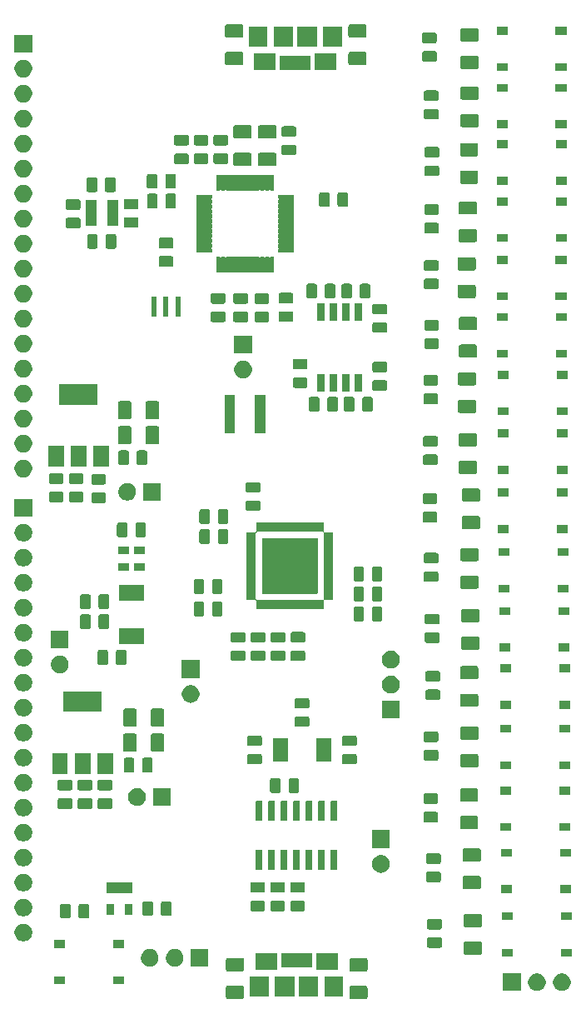
<source format=gbr>
G04 #@! TF.GenerationSoftware,KiCad,Pcbnew,(5.1.5-0-10_14)*
G04 #@! TF.CreationDate,2021-03-08T16:24:22-08:00*
G04 #@! TF.ProjectId,strive_pcb_rev2,73747269-7665-45f7-9063-625f72657632,rev?*
G04 #@! TF.SameCoordinates,Original*
G04 #@! TF.FileFunction,Soldermask,Top*
G04 #@! TF.FilePolarity,Negative*
%FSLAX46Y46*%
G04 Gerber Fmt 4.6, Leading zero omitted, Abs format (unit mm)*
G04 Created by KiCad (PCBNEW (5.1.5-0-10_14)) date 2021-03-08 16:24:22*
%MOMM*%
%LPD*%
G04 APERTURE LIST*
%ADD10C,0.100000*%
G04 APERTURE END LIST*
D10*
G36*
X170745404Y-140202747D02*
G01*
X170781944Y-140213832D01*
X170815621Y-140231833D01*
X170845141Y-140256059D01*
X170869367Y-140285579D01*
X170887368Y-140319256D01*
X170898453Y-140355796D01*
X170902800Y-140399938D01*
X170902800Y-141348862D01*
X170898453Y-141393004D01*
X170887368Y-141429544D01*
X170869367Y-141463221D01*
X170845141Y-141492741D01*
X170815621Y-141516967D01*
X170781944Y-141534968D01*
X170745404Y-141546053D01*
X170701262Y-141550400D01*
X169252338Y-141550400D01*
X169208196Y-141546053D01*
X169171656Y-141534968D01*
X169137979Y-141516967D01*
X169108459Y-141492741D01*
X169084233Y-141463221D01*
X169066232Y-141429544D01*
X169055147Y-141393004D01*
X169050800Y-141348862D01*
X169050800Y-140399938D01*
X169055147Y-140355796D01*
X169066232Y-140319256D01*
X169084233Y-140285579D01*
X169108459Y-140256059D01*
X169137979Y-140231833D01*
X169171656Y-140213832D01*
X169208196Y-140202747D01*
X169252338Y-140198400D01*
X170701262Y-140198400D01*
X170745404Y-140202747D01*
G37*
G36*
X158197804Y-140178347D02*
G01*
X158234344Y-140189432D01*
X158268021Y-140207433D01*
X158297541Y-140231659D01*
X158321767Y-140261179D01*
X158339768Y-140294856D01*
X158350853Y-140331396D01*
X158355200Y-140375538D01*
X158355200Y-141324462D01*
X158350853Y-141368604D01*
X158339768Y-141405144D01*
X158321767Y-141438821D01*
X158297541Y-141468341D01*
X158268021Y-141492567D01*
X158234344Y-141510568D01*
X158197804Y-141521653D01*
X158153662Y-141526000D01*
X156704738Y-141526000D01*
X156660596Y-141521653D01*
X156624056Y-141510568D01*
X156590379Y-141492567D01*
X156560859Y-141468341D01*
X156536633Y-141438821D01*
X156518632Y-141405144D01*
X156507547Y-141368604D01*
X156503200Y-141324462D01*
X156503200Y-140375538D01*
X156507547Y-140331396D01*
X156518632Y-140294856D01*
X156536633Y-140261179D01*
X156560859Y-140231659D01*
X156590379Y-140207433D01*
X156624056Y-140189432D01*
X156660596Y-140178347D01*
X156704738Y-140174000D01*
X158153662Y-140174000D01*
X158197804Y-140178347D01*
G37*
G36*
X168428600Y-141293200D02*
G01*
X166526600Y-141293200D01*
X166526600Y-139291200D01*
X168428600Y-139291200D01*
X168428600Y-141293200D01*
G37*
G36*
X165878600Y-141293200D02*
G01*
X163876600Y-141293200D01*
X163876600Y-139291200D01*
X165878600Y-139291200D01*
X165878600Y-141293200D01*
G37*
G36*
X163478600Y-141293200D02*
G01*
X161476600Y-141293200D01*
X161476600Y-139291200D01*
X163478600Y-139291200D01*
X163478600Y-141293200D01*
G37*
G36*
X160828600Y-141293200D02*
G01*
X158926600Y-141293200D01*
X158926600Y-139291200D01*
X160828600Y-139291200D01*
X160828600Y-141293200D01*
G37*
G36*
X190778612Y-138930927D02*
G01*
X190927912Y-138960624D01*
X191091884Y-139028544D01*
X191239454Y-139127147D01*
X191364953Y-139252646D01*
X191463556Y-139400216D01*
X191531476Y-139564188D01*
X191566100Y-139738259D01*
X191566100Y-139915741D01*
X191531476Y-140089812D01*
X191463556Y-140253784D01*
X191364953Y-140401354D01*
X191239454Y-140526853D01*
X191091884Y-140625456D01*
X190927912Y-140693376D01*
X190778612Y-140723073D01*
X190753842Y-140728000D01*
X190576358Y-140728000D01*
X190551588Y-140723073D01*
X190402288Y-140693376D01*
X190238316Y-140625456D01*
X190090746Y-140526853D01*
X189965247Y-140401354D01*
X189866644Y-140253784D01*
X189798724Y-140089812D01*
X189764100Y-139915741D01*
X189764100Y-139738259D01*
X189798724Y-139564188D01*
X189866644Y-139400216D01*
X189965247Y-139252646D01*
X190090746Y-139127147D01*
X190238316Y-139028544D01*
X190402288Y-138960624D01*
X190551588Y-138930927D01*
X190576358Y-138926000D01*
X190753842Y-138926000D01*
X190778612Y-138930927D01*
G37*
G36*
X188238612Y-138930927D02*
G01*
X188387912Y-138960624D01*
X188551884Y-139028544D01*
X188699454Y-139127147D01*
X188824953Y-139252646D01*
X188923556Y-139400216D01*
X188991476Y-139564188D01*
X189026100Y-139738259D01*
X189026100Y-139915741D01*
X188991476Y-140089812D01*
X188923556Y-140253784D01*
X188824953Y-140401354D01*
X188699454Y-140526853D01*
X188551884Y-140625456D01*
X188387912Y-140693376D01*
X188238612Y-140723073D01*
X188213842Y-140728000D01*
X188036358Y-140728000D01*
X188011588Y-140723073D01*
X187862288Y-140693376D01*
X187698316Y-140625456D01*
X187550746Y-140526853D01*
X187425247Y-140401354D01*
X187326644Y-140253784D01*
X187258724Y-140089812D01*
X187224100Y-139915741D01*
X187224100Y-139738259D01*
X187258724Y-139564188D01*
X187326644Y-139400216D01*
X187425247Y-139252646D01*
X187550746Y-139127147D01*
X187698316Y-139028544D01*
X187862288Y-138960624D01*
X188011588Y-138930927D01*
X188036358Y-138926000D01*
X188213842Y-138926000D01*
X188238612Y-138930927D01*
G37*
G36*
X186486100Y-140728000D02*
G01*
X184684100Y-140728000D01*
X184684100Y-138926000D01*
X186486100Y-138926000D01*
X186486100Y-140728000D01*
G37*
G36*
X140151000Y-140051000D02*
G01*
X139049000Y-140051000D01*
X139049000Y-139249000D01*
X140151000Y-139249000D01*
X140151000Y-140051000D01*
G37*
G36*
X146151000Y-140051000D02*
G01*
X145049000Y-140051000D01*
X145049000Y-139249000D01*
X146151000Y-139249000D01*
X146151000Y-140051000D01*
G37*
G36*
X170745404Y-137402747D02*
G01*
X170781944Y-137413832D01*
X170815621Y-137431833D01*
X170845141Y-137456059D01*
X170869367Y-137485579D01*
X170887368Y-137519256D01*
X170898453Y-137555796D01*
X170902800Y-137599938D01*
X170902800Y-138548862D01*
X170898453Y-138593004D01*
X170887368Y-138629544D01*
X170869367Y-138663221D01*
X170845141Y-138692741D01*
X170815621Y-138716967D01*
X170781944Y-138734968D01*
X170745404Y-138746053D01*
X170701262Y-138750400D01*
X169252338Y-138750400D01*
X169208196Y-138746053D01*
X169171656Y-138734968D01*
X169137979Y-138716967D01*
X169108459Y-138692741D01*
X169084233Y-138663221D01*
X169066232Y-138629544D01*
X169055147Y-138593004D01*
X169050800Y-138548862D01*
X169050800Y-137599938D01*
X169055147Y-137555796D01*
X169066232Y-137519256D01*
X169084233Y-137485579D01*
X169108459Y-137456059D01*
X169137979Y-137431833D01*
X169171656Y-137413832D01*
X169208196Y-137402747D01*
X169252338Y-137398400D01*
X170701262Y-137398400D01*
X170745404Y-137402747D01*
G37*
G36*
X158197804Y-137378347D02*
G01*
X158234344Y-137389432D01*
X158268021Y-137407433D01*
X158297541Y-137431659D01*
X158321767Y-137461179D01*
X158339768Y-137494856D01*
X158350853Y-137531396D01*
X158355200Y-137575538D01*
X158355200Y-138524462D01*
X158350853Y-138568604D01*
X158339768Y-138605144D01*
X158321767Y-138638821D01*
X158297541Y-138668341D01*
X158268021Y-138692567D01*
X158234344Y-138710568D01*
X158197804Y-138721653D01*
X158153662Y-138726000D01*
X156704738Y-138726000D01*
X156660596Y-138721653D01*
X156624056Y-138710568D01*
X156590379Y-138692567D01*
X156560859Y-138668341D01*
X156536633Y-138638821D01*
X156518632Y-138605144D01*
X156507547Y-138568604D01*
X156503200Y-138524462D01*
X156503200Y-137575538D01*
X156507547Y-137531396D01*
X156518632Y-137494856D01*
X156536633Y-137461179D01*
X156560859Y-137431659D01*
X156590379Y-137407433D01*
X156624056Y-137389432D01*
X156660596Y-137378347D01*
X156704738Y-137374000D01*
X158153662Y-137374000D01*
X158197804Y-137378347D01*
G37*
G36*
X161678600Y-138593200D02*
G01*
X159476600Y-138593200D01*
X159476600Y-136891200D01*
X161678600Y-136891200D01*
X161678600Y-138593200D01*
G37*
G36*
X167878600Y-138593200D02*
G01*
X165676600Y-138593200D01*
X165676600Y-136891200D01*
X167878600Y-136891200D01*
X167878600Y-138593200D01*
G37*
G36*
X165228600Y-138343200D02*
G01*
X162126600Y-138343200D01*
X162126600Y-136891200D01*
X165228600Y-136891200D01*
X165228600Y-138343200D01*
G37*
G36*
X151395912Y-136467127D02*
G01*
X151545212Y-136496824D01*
X151709184Y-136564744D01*
X151856754Y-136663347D01*
X151982253Y-136788846D01*
X152080856Y-136936416D01*
X152148776Y-137100388D01*
X152178473Y-137249688D01*
X152183400Y-137274458D01*
X152183400Y-137451942D01*
X152178473Y-137476712D01*
X152148776Y-137626012D01*
X152080856Y-137789984D01*
X151982253Y-137937554D01*
X151856754Y-138063053D01*
X151709184Y-138161656D01*
X151545212Y-138229576D01*
X151395912Y-138259273D01*
X151371142Y-138264200D01*
X151193658Y-138264200D01*
X151168888Y-138259273D01*
X151019588Y-138229576D01*
X150855616Y-138161656D01*
X150708046Y-138063053D01*
X150582547Y-137937554D01*
X150483944Y-137789984D01*
X150416024Y-137626012D01*
X150386327Y-137476712D01*
X150381400Y-137451942D01*
X150381400Y-137274458D01*
X150386327Y-137249688D01*
X150416024Y-137100388D01*
X150483944Y-136936416D01*
X150582547Y-136788846D01*
X150708046Y-136663347D01*
X150855616Y-136564744D01*
X151019588Y-136496824D01*
X151168888Y-136467127D01*
X151193658Y-136462200D01*
X151371142Y-136462200D01*
X151395912Y-136467127D01*
G37*
G36*
X154723400Y-138264200D02*
G01*
X152921400Y-138264200D01*
X152921400Y-136462200D01*
X154723400Y-136462200D01*
X154723400Y-138264200D01*
G37*
G36*
X148855912Y-136467127D02*
G01*
X149005212Y-136496824D01*
X149169184Y-136564744D01*
X149316754Y-136663347D01*
X149442253Y-136788846D01*
X149540856Y-136936416D01*
X149608776Y-137100388D01*
X149638473Y-137249688D01*
X149643400Y-137274458D01*
X149643400Y-137451942D01*
X149638473Y-137476712D01*
X149608776Y-137626012D01*
X149540856Y-137789984D01*
X149442253Y-137937554D01*
X149316754Y-138063053D01*
X149169184Y-138161656D01*
X149005212Y-138229576D01*
X148855912Y-138259273D01*
X148831142Y-138264200D01*
X148653658Y-138264200D01*
X148628888Y-138259273D01*
X148479588Y-138229576D01*
X148315616Y-138161656D01*
X148168046Y-138063053D01*
X148042547Y-137937554D01*
X147943944Y-137789984D01*
X147876024Y-137626012D01*
X147846327Y-137476712D01*
X147841400Y-137451942D01*
X147841400Y-137274458D01*
X147846327Y-137249688D01*
X147876024Y-137100388D01*
X147943944Y-136936416D01*
X148042547Y-136788846D01*
X148168046Y-136663347D01*
X148315616Y-136564744D01*
X148479588Y-136496824D01*
X148628888Y-136467127D01*
X148653658Y-136462200D01*
X148831142Y-136462200D01*
X148855912Y-136467127D01*
G37*
G36*
X185660600Y-137220809D02*
G01*
X184558600Y-137220809D01*
X184558600Y-136418809D01*
X185660600Y-136418809D01*
X185660600Y-137220809D01*
G37*
G36*
X191660600Y-137220809D02*
G01*
X190558600Y-137220809D01*
X190558600Y-136418809D01*
X191660600Y-136418809D01*
X191660600Y-137220809D01*
G37*
G36*
X182378204Y-135698156D02*
G01*
X182414744Y-135709241D01*
X182448421Y-135727242D01*
X182477941Y-135751468D01*
X182502167Y-135780988D01*
X182520168Y-135814665D01*
X182531253Y-135851205D01*
X182535600Y-135895347D01*
X182535600Y-136844271D01*
X182531253Y-136888413D01*
X182520168Y-136924953D01*
X182502167Y-136958630D01*
X182477941Y-136988150D01*
X182448421Y-137012376D01*
X182414744Y-137030377D01*
X182378204Y-137041462D01*
X182334062Y-137045809D01*
X180885138Y-137045809D01*
X180840996Y-137041462D01*
X180804456Y-137030377D01*
X180770779Y-137012376D01*
X180741259Y-136988150D01*
X180717033Y-136958630D01*
X180699032Y-136924953D01*
X180687947Y-136888413D01*
X180683600Y-136844271D01*
X180683600Y-135895347D01*
X180687947Y-135851205D01*
X180699032Y-135814665D01*
X180717033Y-135780988D01*
X180741259Y-135751468D01*
X180770779Y-135727242D01*
X180804456Y-135709241D01*
X180840996Y-135698156D01*
X180885138Y-135693809D01*
X182334062Y-135693809D01*
X182378204Y-135698156D01*
G37*
G36*
X146151000Y-136351000D02*
G01*
X145049000Y-136351000D01*
X145049000Y-135549000D01*
X146151000Y-135549000D01*
X146151000Y-136351000D01*
G37*
G36*
X140151000Y-136351000D02*
G01*
X139049000Y-136351000D01*
X139049000Y-135549000D01*
X140151000Y-135549000D01*
X140151000Y-136351000D01*
G37*
G36*
X178294068Y-135273374D02*
G01*
X178332738Y-135285105D01*
X178368377Y-135304155D01*
X178399617Y-135329792D01*
X178425254Y-135361032D01*
X178444304Y-135396671D01*
X178456035Y-135435341D01*
X178460600Y-135481697D01*
X178460600Y-136132921D01*
X178456035Y-136179277D01*
X178444304Y-136217947D01*
X178425254Y-136253586D01*
X178399617Y-136284826D01*
X178368377Y-136310463D01*
X178332738Y-136329513D01*
X178294068Y-136341244D01*
X178247712Y-136345809D01*
X177171488Y-136345809D01*
X177125132Y-136341244D01*
X177086462Y-136329513D01*
X177050823Y-136310463D01*
X177019583Y-136284826D01*
X176993946Y-136253586D01*
X176974896Y-136217947D01*
X176963165Y-136179277D01*
X176958600Y-136132921D01*
X176958600Y-135481697D01*
X176963165Y-135435341D01*
X176974896Y-135396671D01*
X176993946Y-135361032D01*
X177019583Y-135329792D01*
X177050823Y-135304155D01*
X177086462Y-135285105D01*
X177125132Y-135273374D01*
X177171488Y-135268809D01*
X178247712Y-135268809D01*
X178294068Y-135273374D01*
G37*
G36*
X136013722Y-133892390D02*
G01*
X136163022Y-133922087D01*
X136326994Y-133990007D01*
X136474564Y-134088610D01*
X136600063Y-134214109D01*
X136698666Y-134361679D01*
X136766586Y-134525651D01*
X136801210Y-134699722D01*
X136801210Y-134877204D01*
X136766586Y-135051275D01*
X136698666Y-135215247D01*
X136600063Y-135362817D01*
X136474564Y-135488316D01*
X136326994Y-135586919D01*
X136163022Y-135654839D01*
X136013722Y-135684536D01*
X135988952Y-135689463D01*
X135811468Y-135689463D01*
X135786698Y-135684536D01*
X135637398Y-135654839D01*
X135473426Y-135586919D01*
X135325856Y-135488316D01*
X135200357Y-135362817D01*
X135101754Y-135215247D01*
X135033834Y-135051275D01*
X134999210Y-134877204D01*
X134999210Y-134699722D01*
X135033834Y-134525651D01*
X135101754Y-134361679D01*
X135200357Y-134214109D01*
X135325856Y-134088610D01*
X135473426Y-133990007D01*
X135637398Y-133922087D01*
X135786698Y-133892390D01*
X135811468Y-133887463D01*
X135988952Y-133887463D01*
X136013722Y-133892390D01*
G37*
G36*
X178294068Y-133398374D02*
G01*
X178332738Y-133410105D01*
X178368377Y-133429155D01*
X178399617Y-133454792D01*
X178425254Y-133486032D01*
X178444304Y-133521671D01*
X178456035Y-133560341D01*
X178460600Y-133606697D01*
X178460600Y-134257921D01*
X178456035Y-134304277D01*
X178444304Y-134342947D01*
X178425254Y-134378586D01*
X178399617Y-134409826D01*
X178368377Y-134435463D01*
X178332738Y-134454513D01*
X178294068Y-134466244D01*
X178247712Y-134470809D01*
X177171488Y-134470809D01*
X177125132Y-134466244D01*
X177086462Y-134454513D01*
X177050823Y-134435463D01*
X177019583Y-134409826D01*
X176993946Y-134378586D01*
X176974896Y-134342947D01*
X176963165Y-134304277D01*
X176958600Y-134257921D01*
X176958600Y-133606697D01*
X176963165Y-133560341D01*
X176974896Y-133521671D01*
X176993946Y-133486032D01*
X177019583Y-133454792D01*
X177050823Y-133429155D01*
X177086462Y-133410105D01*
X177125132Y-133398374D01*
X177171488Y-133393809D01*
X178247712Y-133393809D01*
X178294068Y-133398374D01*
G37*
G36*
X182378204Y-132898156D02*
G01*
X182414744Y-132909241D01*
X182448421Y-132927242D01*
X182477941Y-132951468D01*
X182502167Y-132980988D01*
X182520168Y-133014665D01*
X182531253Y-133051205D01*
X182535600Y-133095347D01*
X182535600Y-134044271D01*
X182531253Y-134088413D01*
X182520168Y-134124953D01*
X182502167Y-134158630D01*
X182477941Y-134188150D01*
X182448421Y-134212376D01*
X182414744Y-134230377D01*
X182378204Y-134241462D01*
X182334062Y-134245809D01*
X180885138Y-134245809D01*
X180840996Y-134241462D01*
X180804456Y-134230377D01*
X180770779Y-134212376D01*
X180741259Y-134188150D01*
X180717033Y-134158630D01*
X180699032Y-134124953D01*
X180687947Y-134088413D01*
X180683600Y-134044271D01*
X180683600Y-133095347D01*
X180687947Y-133051205D01*
X180699032Y-133014665D01*
X180717033Y-132980988D01*
X180741259Y-132951468D01*
X180770779Y-132927242D01*
X180804456Y-132909241D01*
X180840996Y-132898156D01*
X180885138Y-132893809D01*
X182334062Y-132893809D01*
X182378204Y-132898156D01*
G37*
G36*
X191660600Y-133520809D02*
G01*
X190558600Y-133520809D01*
X190558600Y-132718809D01*
X191660600Y-132718809D01*
X191660600Y-133520809D01*
G37*
G36*
X185660600Y-133520809D02*
G01*
X184558600Y-133520809D01*
X184558600Y-132718809D01*
X185660600Y-132718809D01*
X185660600Y-133520809D01*
G37*
G36*
X142415468Y-131869565D02*
G01*
X142454138Y-131881296D01*
X142489777Y-131900346D01*
X142521017Y-131925983D01*
X142546654Y-131957223D01*
X142565704Y-131992862D01*
X142577435Y-132031532D01*
X142582000Y-132077888D01*
X142582000Y-133154112D01*
X142577435Y-133200468D01*
X142565704Y-133239138D01*
X142546654Y-133274777D01*
X142521017Y-133306017D01*
X142489777Y-133331654D01*
X142454138Y-133350704D01*
X142415468Y-133362435D01*
X142369112Y-133367000D01*
X141717888Y-133367000D01*
X141671532Y-133362435D01*
X141632862Y-133350704D01*
X141597223Y-133331654D01*
X141565983Y-133306017D01*
X141540346Y-133274777D01*
X141521296Y-133239138D01*
X141509565Y-133200468D01*
X141505000Y-133154112D01*
X141505000Y-132077888D01*
X141509565Y-132031532D01*
X141521296Y-131992862D01*
X141540346Y-131957223D01*
X141565983Y-131925983D01*
X141597223Y-131900346D01*
X141632862Y-131881296D01*
X141671532Y-131869565D01*
X141717888Y-131865000D01*
X142369112Y-131865000D01*
X142415468Y-131869565D01*
G37*
G36*
X140540468Y-131869565D02*
G01*
X140579138Y-131881296D01*
X140614777Y-131900346D01*
X140646017Y-131925983D01*
X140671654Y-131957223D01*
X140690704Y-131992862D01*
X140702435Y-132031532D01*
X140707000Y-132077888D01*
X140707000Y-133154112D01*
X140702435Y-133200468D01*
X140690704Y-133239138D01*
X140671654Y-133274777D01*
X140646017Y-133306017D01*
X140614777Y-133331654D01*
X140579138Y-133350704D01*
X140540468Y-133362435D01*
X140494112Y-133367000D01*
X139842888Y-133367000D01*
X139796532Y-133362435D01*
X139757862Y-133350704D01*
X139722223Y-133331654D01*
X139690983Y-133306017D01*
X139665346Y-133274777D01*
X139646296Y-133239138D01*
X139634565Y-133200468D01*
X139630000Y-133154112D01*
X139630000Y-132077888D01*
X139634565Y-132031532D01*
X139646296Y-131992862D01*
X139665346Y-131957223D01*
X139690983Y-131925983D01*
X139722223Y-131900346D01*
X139757862Y-131881296D01*
X139796532Y-131869565D01*
X139842888Y-131865000D01*
X140494112Y-131865000D01*
X140540468Y-131869565D01*
G37*
G36*
X136013722Y-131352390D02*
G01*
X136163022Y-131382087D01*
X136326994Y-131450007D01*
X136474564Y-131548610D01*
X136600063Y-131674109D01*
X136698666Y-131821679D01*
X136766586Y-131985651D01*
X136801210Y-132159722D01*
X136801210Y-132337204D01*
X136766586Y-132511275D01*
X136698666Y-132675247D01*
X136600063Y-132822817D01*
X136474564Y-132948316D01*
X136326994Y-133046919D01*
X136163022Y-133114839D01*
X136013722Y-133144536D01*
X135988952Y-133149463D01*
X135811468Y-133149463D01*
X135786698Y-133144536D01*
X135637398Y-133114839D01*
X135473426Y-133046919D01*
X135325856Y-132948316D01*
X135200357Y-132822817D01*
X135101754Y-132675247D01*
X135033834Y-132511275D01*
X134999210Y-132337204D01*
X134999210Y-132159722D01*
X135033834Y-131985651D01*
X135101754Y-131821679D01*
X135200357Y-131674109D01*
X135325856Y-131548610D01*
X135473426Y-131450007D01*
X135637398Y-131382087D01*
X135786698Y-131352390D01*
X135811468Y-131347463D01*
X135988952Y-131347463D01*
X136013722Y-131352390D01*
G37*
G36*
X148922468Y-131615565D02*
G01*
X148961138Y-131627296D01*
X148996777Y-131646346D01*
X149028017Y-131671983D01*
X149053654Y-131703223D01*
X149072704Y-131738862D01*
X149084435Y-131777532D01*
X149089000Y-131823888D01*
X149089000Y-132900112D01*
X149084435Y-132946468D01*
X149072704Y-132985138D01*
X149053654Y-133020777D01*
X149028017Y-133052017D01*
X148996777Y-133077654D01*
X148961138Y-133096704D01*
X148922468Y-133108435D01*
X148876112Y-133113000D01*
X148224888Y-133113000D01*
X148178532Y-133108435D01*
X148139862Y-133096704D01*
X148104223Y-133077654D01*
X148072983Y-133052017D01*
X148047346Y-133020777D01*
X148028296Y-132985138D01*
X148016565Y-132946468D01*
X148012000Y-132900112D01*
X148012000Y-131823888D01*
X148016565Y-131777532D01*
X148028296Y-131738862D01*
X148047346Y-131703223D01*
X148072983Y-131671983D01*
X148104223Y-131646346D01*
X148139862Y-131627296D01*
X148178532Y-131615565D01*
X148224888Y-131611000D01*
X148876112Y-131611000D01*
X148922468Y-131615565D01*
G37*
G36*
X150797468Y-131615565D02*
G01*
X150836138Y-131627296D01*
X150871777Y-131646346D01*
X150903017Y-131671983D01*
X150928654Y-131703223D01*
X150947704Y-131738862D01*
X150959435Y-131777532D01*
X150964000Y-131823888D01*
X150964000Y-132900112D01*
X150959435Y-132946468D01*
X150947704Y-132985138D01*
X150928654Y-133020777D01*
X150903017Y-133052017D01*
X150871777Y-133077654D01*
X150836138Y-133096704D01*
X150797468Y-133108435D01*
X150751112Y-133113000D01*
X150099888Y-133113000D01*
X150053532Y-133108435D01*
X150014862Y-133096704D01*
X149979223Y-133077654D01*
X149947983Y-133052017D01*
X149922346Y-133020777D01*
X149903296Y-132985138D01*
X149891565Y-132946468D01*
X149887000Y-132900112D01*
X149887000Y-131823888D01*
X149891565Y-131777532D01*
X149903296Y-131738862D01*
X149922346Y-131703223D01*
X149947983Y-131671983D01*
X149979223Y-131646346D01*
X150014862Y-131627296D01*
X150053532Y-131615565D01*
X150099888Y-131611000D01*
X150751112Y-131611000D01*
X150797468Y-131615565D01*
G37*
G36*
X145104000Y-133027000D02*
G01*
X144352000Y-133027000D01*
X144352000Y-131865000D01*
X145104000Y-131865000D01*
X145104000Y-133027000D01*
G37*
G36*
X147004000Y-133027000D02*
G01*
X146252000Y-133027000D01*
X146252000Y-131865000D01*
X147004000Y-131865000D01*
X147004000Y-133027000D01*
G37*
G36*
X164370488Y-131539945D02*
G01*
X164409158Y-131551676D01*
X164444797Y-131570726D01*
X164476037Y-131596363D01*
X164501674Y-131627603D01*
X164520724Y-131663242D01*
X164532455Y-131701912D01*
X164537020Y-131748268D01*
X164537020Y-132399492D01*
X164532455Y-132445848D01*
X164520724Y-132484518D01*
X164501674Y-132520157D01*
X164476037Y-132551397D01*
X164444797Y-132577034D01*
X164409158Y-132596084D01*
X164370488Y-132607815D01*
X164324132Y-132612380D01*
X163247908Y-132612380D01*
X163201552Y-132607815D01*
X163162882Y-132596084D01*
X163127243Y-132577034D01*
X163096003Y-132551397D01*
X163070366Y-132520157D01*
X163051316Y-132484518D01*
X163039585Y-132445848D01*
X163035020Y-132399492D01*
X163035020Y-131748268D01*
X163039585Y-131701912D01*
X163051316Y-131663242D01*
X163070366Y-131627603D01*
X163096003Y-131596363D01*
X163127243Y-131570726D01*
X163162882Y-131551676D01*
X163201552Y-131539945D01*
X163247908Y-131535380D01*
X164324132Y-131535380D01*
X164370488Y-131539945D01*
G37*
G36*
X160306488Y-131539945D02*
G01*
X160345158Y-131551676D01*
X160380797Y-131570726D01*
X160412037Y-131596363D01*
X160437674Y-131627603D01*
X160456724Y-131663242D01*
X160468455Y-131701912D01*
X160473020Y-131748268D01*
X160473020Y-132399492D01*
X160468455Y-132445848D01*
X160456724Y-132484518D01*
X160437674Y-132520157D01*
X160412037Y-132551397D01*
X160380797Y-132577034D01*
X160345158Y-132596084D01*
X160306488Y-132607815D01*
X160260132Y-132612380D01*
X159183908Y-132612380D01*
X159137552Y-132607815D01*
X159098882Y-132596084D01*
X159063243Y-132577034D01*
X159032003Y-132551397D01*
X159006366Y-132520157D01*
X158987316Y-132484518D01*
X158975585Y-132445848D01*
X158971020Y-132399492D01*
X158971020Y-131748268D01*
X158975585Y-131701912D01*
X158987316Y-131663242D01*
X159006366Y-131627603D01*
X159032003Y-131596363D01*
X159063243Y-131570726D01*
X159098882Y-131551676D01*
X159137552Y-131539945D01*
X159183908Y-131535380D01*
X160260132Y-131535380D01*
X160306488Y-131539945D01*
G37*
G36*
X162338488Y-131539945D02*
G01*
X162377158Y-131551676D01*
X162412797Y-131570726D01*
X162444037Y-131596363D01*
X162469674Y-131627603D01*
X162488724Y-131663242D01*
X162500455Y-131701912D01*
X162505020Y-131748268D01*
X162505020Y-132399492D01*
X162500455Y-132445848D01*
X162488724Y-132484518D01*
X162469674Y-132520157D01*
X162444037Y-132551397D01*
X162412797Y-132577034D01*
X162377158Y-132596084D01*
X162338488Y-132607815D01*
X162292132Y-132612380D01*
X161215908Y-132612380D01*
X161169552Y-132607815D01*
X161130882Y-132596084D01*
X161095243Y-132577034D01*
X161064003Y-132551397D01*
X161038366Y-132520157D01*
X161019316Y-132484518D01*
X161007585Y-132445848D01*
X161003020Y-132399492D01*
X161003020Y-131748268D01*
X161007585Y-131701912D01*
X161019316Y-131663242D01*
X161038366Y-131627603D01*
X161064003Y-131596363D01*
X161095243Y-131570726D01*
X161130882Y-131551676D01*
X161169552Y-131539945D01*
X161215908Y-131535380D01*
X162292132Y-131535380D01*
X162338488Y-131539945D01*
G37*
G36*
X147004000Y-130827000D02*
G01*
X144352000Y-130827000D01*
X144352000Y-129665000D01*
X147004000Y-129665000D01*
X147004000Y-130827000D01*
G37*
G36*
X185561000Y-130761000D02*
G01*
X184459000Y-130761000D01*
X184459000Y-129959000D01*
X185561000Y-129959000D01*
X185561000Y-130761000D01*
G37*
G36*
X191561000Y-130761000D02*
G01*
X190459000Y-130761000D01*
X190459000Y-129959000D01*
X191561000Y-129959000D01*
X191561000Y-130761000D01*
G37*
G36*
X164370488Y-129664945D02*
G01*
X164409158Y-129676676D01*
X164444797Y-129695726D01*
X164476037Y-129721363D01*
X164501674Y-129752603D01*
X164520724Y-129788242D01*
X164532455Y-129826912D01*
X164537020Y-129873268D01*
X164537020Y-130524492D01*
X164532455Y-130570848D01*
X164520724Y-130609518D01*
X164501674Y-130645157D01*
X164476037Y-130676397D01*
X164444797Y-130702034D01*
X164409158Y-130721084D01*
X164370488Y-130732815D01*
X164324132Y-130737380D01*
X163247908Y-130737380D01*
X163201552Y-130732815D01*
X163162882Y-130721084D01*
X163127243Y-130702034D01*
X163096003Y-130676397D01*
X163070366Y-130645157D01*
X163051316Y-130609518D01*
X163039585Y-130570848D01*
X163035020Y-130524492D01*
X163035020Y-129873268D01*
X163039585Y-129826912D01*
X163051316Y-129788242D01*
X163070366Y-129752603D01*
X163096003Y-129721363D01*
X163127243Y-129695726D01*
X163162882Y-129676676D01*
X163201552Y-129664945D01*
X163247908Y-129660380D01*
X164324132Y-129660380D01*
X164370488Y-129664945D01*
G37*
G36*
X160306488Y-129664945D02*
G01*
X160345158Y-129676676D01*
X160380797Y-129695726D01*
X160412037Y-129721363D01*
X160437674Y-129752603D01*
X160456724Y-129788242D01*
X160468455Y-129826912D01*
X160473020Y-129873268D01*
X160473020Y-130524492D01*
X160468455Y-130570848D01*
X160456724Y-130609518D01*
X160437674Y-130645157D01*
X160412037Y-130676397D01*
X160380797Y-130702034D01*
X160345158Y-130721084D01*
X160306488Y-130732815D01*
X160260132Y-130737380D01*
X159183908Y-130737380D01*
X159137552Y-130732815D01*
X159098882Y-130721084D01*
X159063243Y-130702034D01*
X159032003Y-130676397D01*
X159006366Y-130645157D01*
X158987316Y-130609518D01*
X158975585Y-130570848D01*
X158971020Y-130524492D01*
X158971020Y-129873268D01*
X158975585Y-129826912D01*
X158987316Y-129788242D01*
X159006366Y-129752603D01*
X159032003Y-129721363D01*
X159063243Y-129695726D01*
X159098882Y-129676676D01*
X159137552Y-129664945D01*
X159183908Y-129660380D01*
X160260132Y-129660380D01*
X160306488Y-129664945D01*
G37*
G36*
X162338488Y-129664945D02*
G01*
X162377158Y-129676676D01*
X162412797Y-129695726D01*
X162444037Y-129721363D01*
X162469674Y-129752603D01*
X162488724Y-129788242D01*
X162500455Y-129826912D01*
X162505020Y-129873268D01*
X162505020Y-130524492D01*
X162500455Y-130570848D01*
X162488724Y-130609518D01*
X162469674Y-130645157D01*
X162444037Y-130676397D01*
X162412797Y-130702034D01*
X162377158Y-130721084D01*
X162338488Y-130732815D01*
X162292132Y-130737380D01*
X161215908Y-130737380D01*
X161169552Y-130732815D01*
X161130882Y-130721084D01*
X161095243Y-130702034D01*
X161064003Y-130676397D01*
X161038366Y-130645157D01*
X161019316Y-130609518D01*
X161007585Y-130570848D01*
X161003020Y-130524492D01*
X161003020Y-129873268D01*
X161007585Y-129826912D01*
X161019316Y-129788242D01*
X161038366Y-129752603D01*
X161064003Y-129721363D01*
X161095243Y-129695726D01*
X161130882Y-129676676D01*
X161169552Y-129664945D01*
X161215908Y-129660380D01*
X162292132Y-129660380D01*
X162338488Y-129664945D01*
G37*
G36*
X136013722Y-128812390D02*
G01*
X136163022Y-128842087D01*
X136326994Y-128910007D01*
X136474564Y-129008610D01*
X136600063Y-129134109D01*
X136698666Y-129281679D01*
X136766586Y-129445651D01*
X136801210Y-129619722D01*
X136801210Y-129797204D01*
X136766586Y-129971275D01*
X136698666Y-130135247D01*
X136600063Y-130282817D01*
X136474564Y-130408316D01*
X136326994Y-130506919D01*
X136163022Y-130574839D01*
X136013722Y-130604536D01*
X135988952Y-130609463D01*
X135811468Y-130609463D01*
X135786698Y-130604536D01*
X135637398Y-130574839D01*
X135473426Y-130506919D01*
X135325856Y-130408316D01*
X135200357Y-130282817D01*
X135101754Y-130135247D01*
X135033834Y-129971275D01*
X134999210Y-129797204D01*
X134999210Y-129619722D01*
X135033834Y-129445651D01*
X135101754Y-129281679D01*
X135200357Y-129134109D01*
X135325856Y-129008610D01*
X135473426Y-128910007D01*
X135637398Y-128842087D01*
X135786698Y-128812390D01*
X135811468Y-128807463D01*
X135988952Y-128807463D01*
X136013722Y-128812390D01*
G37*
G36*
X182278604Y-129038347D02*
G01*
X182315144Y-129049432D01*
X182348821Y-129067433D01*
X182378341Y-129091659D01*
X182402567Y-129121179D01*
X182420568Y-129154856D01*
X182431653Y-129191396D01*
X182436000Y-129235538D01*
X182436000Y-130184462D01*
X182431653Y-130228604D01*
X182420568Y-130265144D01*
X182402567Y-130298821D01*
X182378341Y-130328341D01*
X182348821Y-130352567D01*
X182315144Y-130370568D01*
X182278604Y-130381653D01*
X182234462Y-130386000D01*
X180785538Y-130386000D01*
X180741396Y-130381653D01*
X180704856Y-130370568D01*
X180671179Y-130352567D01*
X180641659Y-130328341D01*
X180617433Y-130298821D01*
X180599432Y-130265144D01*
X180588347Y-130228604D01*
X180584000Y-130184462D01*
X180584000Y-129235538D01*
X180588347Y-129191396D01*
X180599432Y-129154856D01*
X180617433Y-129121179D01*
X180641659Y-129091659D01*
X180671179Y-129067433D01*
X180704856Y-129049432D01*
X180741396Y-129038347D01*
X180785538Y-129034000D01*
X182234462Y-129034000D01*
X182278604Y-129038347D01*
G37*
G36*
X178194468Y-128613565D02*
G01*
X178233138Y-128625296D01*
X178268777Y-128644346D01*
X178300017Y-128669983D01*
X178325654Y-128701223D01*
X178344704Y-128736862D01*
X178356435Y-128775532D01*
X178361000Y-128821888D01*
X178361000Y-129473112D01*
X178356435Y-129519468D01*
X178344704Y-129558138D01*
X178325654Y-129593777D01*
X178300017Y-129625017D01*
X178268777Y-129650654D01*
X178233138Y-129669704D01*
X178194468Y-129681435D01*
X178148112Y-129686000D01*
X177071888Y-129686000D01*
X177025532Y-129681435D01*
X176986862Y-129669704D01*
X176951223Y-129650654D01*
X176919983Y-129625017D01*
X176894346Y-129593777D01*
X176875296Y-129558138D01*
X176863565Y-129519468D01*
X176859000Y-129473112D01*
X176859000Y-128821888D01*
X176863565Y-128775532D01*
X176875296Y-128736862D01*
X176894346Y-128701223D01*
X176919983Y-128669983D01*
X176951223Y-128644346D01*
X176986862Y-128625296D01*
X177025532Y-128613565D01*
X177071888Y-128609000D01*
X178148112Y-128609000D01*
X178194468Y-128613565D01*
G37*
G36*
X172376312Y-126916727D02*
G01*
X172525612Y-126946424D01*
X172689584Y-127014344D01*
X172837154Y-127112947D01*
X172962653Y-127238446D01*
X173061256Y-127386016D01*
X173129176Y-127549988D01*
X173157291Y-127691337D01*
X173162750Y-127718777D01*
X173163800Y-127724059D01*
X173163800Y-127901541D01*
X173129176Y-128075612D01*
X173061256Y-128239584D01*
X172962653Y-128387154D01*
X172837154Y-128512653D01*
X172689584Y-128611256D01*
X172525612Y-128679176D01*
X172376312Y-128708873D01*
X172351542Y-128713800D01*
X172174058Y-128713800D01*
X172149288Y-128708873D01*
X171999988Y-128679176D01*
X171836016Y-128611256D01*
X171688446Y-128512653D01*
X171562947Y-128387154D01*
X171464344Y-128239584D01*
X171396424Y-128075612D01*
X171361800Y-127901541D01*
X171361800Y-127724059D01*
X171362851Y-127718777D01*
X171368309Y-127691337D01*
X171396424Y-127549988D01*
X171464344Y-127386016D01*
X171562947Y-127238446D01*
X171688446Y-127112947D01*
X171836016Y-127014344D01*
X171999988Y-126946424D01*
X172149288Y-126916727D01*
X172174058Y-126911800D01*
X172351542Y-126911800D01*
X172376312Y-126916727D01*
G37*
G36*
X160123948Y-126360144D02*
G01*
X160145029Y-126366540D01*
X160164465Y-126376928D01*
X160181496Y-126390904D01*
X160195472Y-126407935D01*
X160205860Y-126427371D01*
X160212256Y-126448452D01*
X160215020Y-126476520D01*
X160215020Y-128290240D01*
X160212256Y-128318308D01*
X160205860Y-128339389D01*
X160195472Y-128358825D01*
X160181496Y-128375856D01*
X160164465Y-128389832D01*
X160145029Y-128400220D01*
X160123948Y-128406616D01*
X160095880Y-128409380D01*
X159632160Y-128409380D01*
X159604092Y-128406616D01*
X159583011Y-128400220D01*
X159563575Y-128389832D01*
X159546544Y-128375856D01*
X159532568Y-128358825D01*
X159522180Y-128339389D01*
X159515784Y-128318308D01*
X159513020Y-128290240D01*
X159513020Y-126476520D01*
X159515784Y-126448452D01*
X159522180Y-126427371D01*
X159532568Y-126407935D01*
X159546544Y-126390904D01*
X159563575Y-126376928D01*
X159583011Y-126366540D01*
X159604092Y-126360144D01*
X159632160Y-126357380D01*
X160095880Y-126357380D01*
X160123948Y-126360144D01*
G37*
G36*
X167743948Y-126360144D02*
G01*
X167765029Y-126366540D01*
X167784465Y-126376928D01*
X167801496Y-126390904D01*
X167815472Y-126407935D01*
X167825860Y-126427371D01*
X167832256Y-126448452D01*
X167835020Y-126476520D01*
X167835020Y-128290240D01*
X167832256Y-128318308D01*
X167825860Y-128339389D01*
X167815472Y-128358825D01*
X167801496Y-128375856D01*
X167784465Y-128389832D01*
X167765029Y-128400220D01*
X167743948Y-128406616D01*
X167715880Y-128409380D01*
X167252160Y-128409380D01*
X167224092Y-128406616D01*
X167203011Y-128400220D01*
X167183575Y-128389832D01*
X167166544Y-128375856D01*
X167152568Y-128358825D01*
X167142180Y-128339389D01*
X167135784Y-128318308D01*
X167133020Y-128290240D01*
X167133020Y-126476520D01*
X167135784Y-126448452D01*
X167142180Y-126427371D01*
X167152568Y-126407935D01*
X167166544Y-126390904D01*
X167183575Y-126376928D01*
X167203011Y-126366540D01*
X167224092Y-126360144D01*
X167252160Y-126357380D01*
X167715880Y-126357380D01*
X167743948Y-126360144D01*
G37*
G36*
X166473948Y-126360144D02*
G01*
X166495029Y-126366540D01*
X166514465Y-126376928D01*
X166531496Y-126390904D01*
X166545472Y-126407935D01*
X166555860Y-126427371D01*
X166562256Y-126448452D01*
X166565020Y-126476520D01*
X166565020Y-128290240D01*
X166562256Y-128318308D01*
X166555860Y-128339389D01*
X166545472Y-128358825D01*
X166531496Y-128375856D01*
X166514465Y-128389832D01*
X166495029Y-128400220D01*
X166473948Y-128406616D01*
X166445880Y-128409380D01*
X165982160Y-128409380D01*
X165954092Y-128406616D01*
X165933011Y-128400220D01*
X165913575Y-128389832D01*
X165896544Y-128375856D01*
X165882568Y-128358825D01*
X165872180Y-128339389D01*
X165865784Y-128318308D01*
X165863020Y-128290240D01*
X165863020Y-126476520D01*
X165865784Y-126448452D01*
X165872180Y-126427371D01*
X165882568Y-126407935D01*
X165896544Y-126390904D01*
X165913575Y-126376928D01*
X165933011Y-126366540D01*
X165954092Y-126360144D01*
X165982160Y-126357380D01*
X166445880Y-126357380D01*
X166473948Y-126360144D01*
G37*
G36*
X165203948Y-126360144D02*
G01*
X165225029Y-126366540D01*
X165244465Y-126376928D01*
X165261496Y-126390904D01*
X165275472Y-126407935D01*
X165285860Y-126427371D01*
X165292256Y-126448452D01*
X165295020Y-126476520D01*
X165295020Y-128290240D01*
X165292256Y-128318308D01*
X165285860Y-128339389D01*
X165275472Y-128358825D01*
X165261496Y-128375856D01*
X165244465Y-128389832D01*
X165225029Y-128400220D01*
X165203948Y-128406616D01*
X165175880Y-128409380D01*
X164712160Y-128409380D01*
X164684092Y-128406616D01*
X164663011Y-128400220D01*
X164643575Y-128389832D01*
X164626544Y-128375856D01*
X164612568Y-128358825D01*
X164602180Y-128339389D01*
X164595784Y-128318308D01*
X164593020Y-128290240D01*
X164593020Y-126476520D01*
X164595784Y-126448452D01*
X164602180Y-126427371D01*
X164612568Y-126407935D01*
X164626544Y-126390904D01*
X164643575Y-126376928D01*
X164663011Y-126366540D01*
X164684092Y-126360144D01*
X164712160Y-126357380D01*
X165175880Y-126357380D01*
X165203948Y-126360144D01*
G37*
G36*
X163933948Y-126360144D02*
G01*
X163955029Y-126366540D01*
X163974465Y-126376928D01*
X163991496Y-126390904D01*
X164005472Y-126407935D01*
X164015860Y-126427371D01*
X164022256Y-126448452D01*
X164025020Y-126476520D01*
X164025020Y-128290240D01*
X164022256Y-128318308D01*
X164015860Y-128339389D01*
X164005472Y-128358825D01*
X163991496Y-128375856D01*
X163974465Y-128389832D01*
X163955029Y-128400220D01*
X163933948Y-128406616D01*
X163905880Y-128409380D01*
X163442160Y-128409380D01*
X163414092Y-128406616D01*
X163393011Y-128400220D01*
X163373575Y-128389832D01*
X163356544Y-128375856D01*
X163342568Y-128358825D01*
X163332180Y-128339389D01*
X163325784Y-128318308D01*
X163323020Y-128290240D01*
X163323020Y-126476520D01*
X163325784Y-126448452D01*
X163332180Y-126427371D01*
X163342568Y-126407935D01*
X163356544Y-126390904D01*
X163373575Y-126376928D01*
X163393011Y-126366540D01*
X163414092Y-126360144D01*
X163442160Y-126357380D01*
X163905880Y-126357380D01*
X163933948Y-126360144D01*
G37*
G36*
X162663948Y-126360144D02*
G01*
X162685029Y-126366540D01*
X162704465Y-126376928D01*
X162721496Y-126390904D01*
X162735472Y-126407935D01*
X162745860Y-126427371D01*
X162752256Y-126448452D01*
X162755020Y-126476520D01*
X162755020Y-128290240D01*
X162752256Y-128318308D01*
X162745860Y-128339389D01*
X162735472Y-128358825D01*
X162721496Y-128375856D01*
X162704465Y-128389832D01*
X162685029Y-128400220D01*
X162663948Y-128406616D01*
X162635880Y-128409380D01*
X162172160Y-128409380D01*
X162144092Y-128406616D01*
X162123011Y-128400220D01*
X162103575Y-128389832D01*
X162086544Y-128375856D01*
X162072568Y-128358825D01*
X162062180Y-128339389D01*
X162055784Y-128318308D01*
X162053020Y-128290240D01*
X162053020Y-126476520D01*
X162055784Y-126448452D01*
X162062180Y-126427371D01*
X162072568Y-126407935D01*
X162086544Y-126390904D01*
X162103575Y-126376928D01*
X162123011Y-126366540D01*
X162144092Y-126360144D01*
X162172160Y-126357380D01*
X162635880Y-126357380D01*
X162663948Y-126360144D01*
G37*
G36*
X161393948Y-126360144D02*
G01*
X161415029Y-126366540D01*
X161434465Y-126376928D01*
X161451496Y-126390904D01*
X161465472Y-126407935D01*
X161475860Y-126427371D01*
X161482256Y-126448452D01*
X161485020Y-126476520D01*
X161485020Y-128290240D01*
X161482256Y-128318308D01*
X161475860Y-128339389D01*
X161465472Y-128358825D01*
X161451496Y-128375856D01*
X161434465Y-128389832D01*
X161415029Y-128400220D01*
X161393948Y-128406616D01*
X161365880Y-128409380D01*
X160902160Y-128409380D01*
X160874092Y-128406616D01*
X160853011Y-128400220D01*
X160833575Y-128389832D01*
X160816544Y-128375856D01*
X160802568Y-128358825D01*
X160792180Y-128339389D01*
X160785784Y-128318308D01*
X160783020Y-128290240D01*
X160783020Y-126476520D01*
X160785784Y-126448452D01*
X160792180Y-126427371D01*
X160802568Y-126407935D01*
X160816544Y-126390904D01*
X160833575Y-126376928D01*
X160853011Y-126366540D01*
X160874092Y-126360144D01*
X160902160Y-126357380D01*
X161365880Y-126357380D01*
X161393948Y-126360144D01*
G37*
G36*
X136013722Y-126272390D02*
G01*
X136163022Y-126302087D01*
X136326994Y-126370007D01*
X136474564Y-126468610D01*
X136600063Y-126594109D01*
X136698666Y-126741679D01*
X136766586Y-126905651D01*
X136801210Y-127079722D01*
X136801210Y-127257204D01*
X136766586Y-127431275D01*
X136698666Y-127595247D01*
X136600063Y-127742817D01*
X136474564Y-127868316D01*
X136326994Y-127966919D01*
X136163022Y-128034839D01*
X136013722Y-128064536D01*
X135988952Y-128069463D01*
X135811468Y-128069463D01*
X135786698Y-128064536D01*
X135637398Y-128034839D01*
X135473426Y-127966919D01*
X135325856Y-127868316D01*
X135200357Y-127742817D01*
X135101754Y-127595247D01*
X135033834Y-127431275D01*
X134999210Y-127257204D01*
X134999210Y-127079722D01*
X135033834Y-126905651D01*
X135101754Y-126741679D01*
X135200357Y-126594109D01*
X135325856Y-126468610D01*
X135473426Y-126370007D01*
X135637398Y-126302087D01*
X135786698Y-126272390D01*
X135811468Y-126267463D01*
X135988952Y-126267463D01*
X136013722Y-126272390D01*
G37*
G36*
X178194468Y-126738565D02*
G01*
X178233138Y-126750296D01*
X178268777Y-126769346D01*
X178300017Y-126794983D01*
X178325654Y-126826223D01*
X178344704Y-126861862D01*
X178356435Y-126900532D01*
X178361000Y-126946888D01*
X178361000Y-127598112D01*
X178356435Y-127644468D01*
X178344704Y-127683138D01*
X178325654Y-127718777D01*
X178300017Y-127750017D01*
X178268777Y-127775654D01*
X178233138Y-127794704D01*
X178194468Y-127806435D01*
X178148112Y-127811000D01*
X177071888Y-127811000D01*
X177025532Y-127806435D01*
X176986862Y-127794704D01*
X176951223Y-127775654D01*
X176919983Y-127750017D01*
X176894346Y-127718777D01*
X176875296Y-127683138D01*
X176863565Y-127644468D01*
X176859000Y-127598112D01*
X176859000Y-126946888D01*
X176863565Y-126900532D01*
X176875296Y-126861862D01*
X176894346Y-126826223D01*
X176919983Y-126794983D01*
X176951223Y-126769346D01*
X176986862Y-126750296D01*
X177025532Y-126738565D01*
X177071888Y-126734000D01*
X178148112Y-126734000D01*
X178194468Y-126738565D01*
G37*
G36*
X182278604Y-126238347D02*
G01*
X182315144Y-126249432D01*
X182348821Y-126267433D01*
X182378341Y-126291659D01*
X182402567Y-126321179D01*
X182420568Y-126354856D01*
X182431653Y-126391396D01*
X182436000Y-126435538D01*
X182436000Y-127384462D01*
X182431653Y-127428604D01*
X182420568Y-127465144D01*
X182402567Y-127498821D01*
X182378341Y-127528341D01*
X182348821Y-127552567D01*
X182315144Y-127570568D01*
X182278604Y-127581653D01*
X182234462Y-127586000D01*
X180785538Y-127586000D01*
X180741396Y-127581653D01*
X180704856Y-127570568D01*
X180671179Y-127552567D01*
X180641659Y-127528341D01*
X180617433Y-127498821D01*
X180599432Y-127465144D01*
X180588347Y-127428604D01*
X180584000Y-127384462D01*
X180584000Y-126435538D01*
X180588347Y-126391396D01*
X180599432Y-126354856D01*
X180617433Y-126321179D01*
X180641659Y-126291659D01*
X180671179Y-126267433D01*
X180704856Y-126249432D01*
X180741396Y-126238347D01*
X180785538Y-126234000D01*
X182234462Y-126234000D01*
X182278604Y-126238347D01*
G37*
G36*
X191561000Y-127061000D02*
G01*
X190459000Y-127061000D01*
X190459000Y-126259000D01*
X191561000Y-126259000D01*
X191561000Y-127061000D01*
G37*
G36*
X185561000Y-127061000D02*
G01*
X184459000Y-127061000D01*
X184459000Y-126259000D01*
X185561000Y-126259000D01*
X185561000Y-127061000D01*
G37*
G36*
X173163800Y-126173800D02*
G01*
X171361800Y-126173800D01*
X171361800Y-124371800D01*
X173163800Y-124371800D01*
X173163800Y-126173800D01*
G37*
G36*
X136013722Y-123732390D02*
G01*
X136163022Y-123762087D01*
X136326994Y-123830007D01*
X136474564Y-123928610D01*
X136600063Y-124054109D01*
X136698666Y-124201679D01*
X136766586Y-124365651D01*
X136801210Y-124539722D01*
X136801210Y-124717204D01*
X136766586Y-124891275D01*
X136698666Y-125055247D01*
X136600063Y-125202817D01*
X136474564Y-125328316D01*
X136326994Y-125426919D01*
X136163022Y-125494839D01*
X136013722Y-125524536D01*
X135988952Y-125529463D01*
X135811468Y-125529463D01*
X135786698Y-125524536D01*
X135637398Y-125494839D01*
X135473426Y-125426919D01*
X135325856Y-125328316D01*
X135200357Y-125202817D01*
X135101754Y-125055247D01*
X135033834Y-124891275D01*
X134999210Y-124717204D01*
X134999210Y-124539722D01*
X135033834Y-124365651D01*
X135101754Y-124201679D01*
X135200357Y-124054109D01*
X135325856Y-123928610D01*
X135473426Y-123830007D01*
X135637398Y-123762087D01*
X135786698Y-123732390D01*
X135811468Y-123727463D01*
X135988952Y-123727463D01*
X136013722Y-123732390D01*
G37*
G36*
X185475890Y-124468103D02*
G01*
X184373890Y-124468103D01*
X184373890Y-123666103D01*
X185475890Y-123666103D01*
X185475890Y-124468103D01*
G37*
G36*
X191475890Y-124468103D02*
G01*
X190373890Y-124468103D01*
X190373890Y-123666103D01*
X191475890Y-123666103D01*
X191475890Y-124468103D01*
G37*
G36*
X181993494Y-122945450D02*
G01*
X182030034Y-122956535D01*
X182063711Y-122974536D01*
X182093231Y-122998762D01*
X182117457Y-123028282D01*
X182135458Y-123061959D01*
X182146543Y-123098499D01*
X182150890Y-123142641D01*
X182150890Y-124091565D01*
X182146543Y-124135707D01*
X182135458Y-124172247D01*
X182117457Y-124205924D01*
X182093231Y-124235444D01*
X182063711Y-124259670D01*
X182030034Y-124277671D01*
X181993494Y-124288756D01*
X181949352Y-124293103D01*
X180500428Y-124293103D01*
X180456286Y-124288756D01*
X180419746Y-124277671D01*
X180386069Y-124259670D01*
X180356549Y-124235444D01*
X180332323Y-124205924D01*
X180314322Y-124172247D01*
X180303237Y-124135707D01*
X180298890Y-124091565D01*
X180298890Y-123142641D01*
X180303237Y-123098499D01*
X180314322Y-123061959D01*
X180332323Y-123028282D01*
X180356549Y-122998762D01*
X180386069Y-122974536D01*
X180419746Y-122956535D01*
X180456286Y-122945450D01*
X180500428Y-122941103D01*
X181949352Y-122941103D01*
X181993494Y-122945450D01*
G37*
G36*
X177909358Y-122520668D02*
G01*
X177948028Y-122532399D01*
X177983667Y-122551449D01*
X178014907Y-122577086D01*
X178040544Y-122608326D01*
X178059594Y-122643965D01*
X178071325Y-122682635D01*
X178075890Y-122728991D01*
X178075890Y-123380215D01*
X178071325Y-123426571D01*
X178059594Y-123465241D01*
X178040544Y-123500880D01*
X178014907Y-123532120D01*
X177983667Y-123557757D01*
X177948028Y-123576807D01*
X177909358Y-123588538D01*
X177863002Y-123593103D01*
X176786778Y-123593103D01*
X176740422Y-123588538D01*
X176701752Y-123576807D01*
X176666113Y-123557757D01*
X176634873Y-123532120D01*
X176609236Y-123500880D01*
X176590186Y-123465241D01*
X176578455Y-123426571D01*
X176573890Y-123380215D01*
X176573890Y-122728991D01*
X176578455Y-122682635D01*
X176590186Y-122643965D01*
X176609236Y-122608326D01*
X176634873Y-122577086D01*
X176666113Y-122551449D01*
X176701752Y-122532399D01*
X176740422Y-122520668D01*
X176786778Y-122516103D01*
X177863002Y-122516103D01*
X177909358Y-122520668D01*
G37*
G36*
X163933948Y-121410144D02*
G01*
X163955029Y-121416540D01*
X163974465Y-121426928D01*
X163991496Y-121440904D01*
X164005472Y-121457935D01*
X164015860Y-121477371D01*
X164022256Y-121498452D01*
X164025020Y-121526520D01*
X164025020Y-123340240D01*
X164022256Y-123368308D01*
X164015860Y-123389389D01*
X164005472Y-123408825D01*
X163991496Y-123425856D01*
X163974465Y-123439832D01*
X163955029Y-123450220D01*
X163933948Y-123456616D01*
X163905880Y-123459380D01*
X163442160Y-123459380D01*
X163414092Y-123456616D01*
X163393011Y-123450220D01*
X163373575Y-123439832D01*
X163356544Y-123425856D01*
X163342568Y-123408825D01*
X163332180Y-123389389D01*
X163325784Y-123368308D01*
X163323020Y-123340240D01*
X163323020Y-121526520D01*
X163325784Y-121498452D01*
X163332180Y-121477371D01*
X163342568Y-121457935D01*
X163356544Y-121440904D01*
X163373575Y-121426928D01*
X163393011Y-121416540D01*
X163414092Y-121410144D01*
X163442160Y-121407380D01*
X163905880Y-121407380D01*
X163933948Y-121410144D01*
G37*
G36*
X162663948Y-121410144D02*
G01*
X162685029Y-121416540D01*
X162704465Y-121426928D01*
X162721496Y-121440904D01*
X162735472Y-121457935D01*
X162745860Y-121477371D01*
X162752256Y-121498452D01*
X162755020Y-121526520D01*
X162755020Y-123340240D01*
X162752256Y-123368308D01*
X162745860Y-123389389D01*
X162735472Y-123408825D01*
X162721496Y-123425856D01*
X162704465Y-123439832D01*
X162685029Y-123450220D01*
X162663948Y-123456616D01*
X162635880Y-123459380D01*
X162172160Y-123459380D01*
X162144092Y-123456616D01*
X162123011Y-123450220D01*
X162103575Y-123439832D01*
X162086544Y-123425856D01*
X162072568Y-123408825D01*
X162062180Y-123389389D01*
X162055784Y-123368308D01*
X162053020Y-123340240D01*
X162053020Y-121526520D01*
X162055784Y-121498452D01*
X162062180Y-121477371D01*
X162072568Y-121457935D01*
X162086544Y-121440904D01*
X162103575Y-121426928D01*
X162123011Y-121416540D01*
X162144092Y-121410144D01*
X162172160Y-121407380D01*
X162635880Y-121407380D01*
X162663948Y-121410144D01*
G37*
G36*
X167743948Y-121410144D02*
G01*
X167765029Y-121416540D01*
X167784465Y-121426928D01*
X167801496Y-121440904D01*
X167815472Y-121457935D01*
X167825860Y-121477371D01*
X167832256Y-121498452D01*
X167835020Y-121526520D01*
X167835020Y-123340240D01*
X167832256Y-123368308D01*
X167825860Y-123389389D01*
X167815472Y-123408825D01*
X167801496Y-123425856D01*
X167784465Y-123439832D01*
X167765029Y-123450220D01*
X167743948Y-123456616D01*
X167715880Y-123459380D01*
X167252160Y-123459380D01*
X167224092Y-123456616D01*
X167203011Y-123450220D01*
X167183575Y-123439832D01*
X167166544Y-123425856D01*
X167152568Y-123408825D01*
X167142180Y-123389389D01*
X167135784Y-123368308D01*
X167133020Y-123340240D01*
X167133020Y-121526520D01*
X167135784Y-121498452D01*
X167142180Y-121477371D01*
X167152568Y-121457935D01*
X167166544Y-121440904D01*
X167183575Y-121426928D01*
X167203011Y-121416540D01*
X167224092Y-121410144D01*
X167252160Y-121407380D01*
X167715880Y-121407380D01*
X167743948Y-121410144D01*
G37*
G36*
X161393948Y-121410144D02*
G01*
X161415029Y-121416540D01*
X161434465Y-121426928D01*
X161451496Y-121440904D01*
X161465472Y-121457935D01*
X161475860Y-121477371D01*
X161482256Y-121498452D01*
X161485020Y-121526520D01*
X161485020Y-123340240D01*
X161482256Y-123368308D01*
X161475860Y-123389389D01*
X161465472Y-123408825D01*
X161451496Y-123425856D01*
X161434465Y-123439832D01*
X161415029Y-123450220D01*
X161393948Y-123456616D01*
X161365880Y-123459380D01*
X160902160Y-123459380D01*
X160874092Y-123456616D01*
X160853011Y-123450220D01*
X160833575Y-123439832D01*
X160816544Y-123425856D01*
X160802568Y-123408825D01*
X160792180Y-123389389D01*
X160785784Y-123368308D01*
X160783020Y-123340240D01*
X160783020Y-121526520D01*
X160785784Y-121498452D01*
X160792180Y-121477371D01*
X160802568Y-121457935D01*
X160816544Y-121440904D01*
X160833575Y-121426928D01*
X160853011Y-121416540D01*
X160874092Y-121410144D01*
X160902160Y-121407380D01*
X161365880Y-121407380D01*
X161393948Y-121410144D01*
G37*
G36*
X160123948Y-121410144D02*
G01*
X160145029Y-121416540D01*
X160164465Y-121426928D01*
X160181496Y-121440904D01*
X160195472Y-121457935D01*
X160205860Y-121477371D01*
X160212256Y-121498452D01*
X160215020Y-121526520D01*
X160215020Y-123340240D01*
X160212256Y-123368308D01*
X160205860Y-123389389D01*
X160195472Y-123408825D01*
X160181496Y-123425856D01*
X160164465Y-123439832D01*
X160145029Y-123450220D01*
X160123948Y-123456616D01*
X160095880Y-123459380D01*
X159632160Y-123459380D01*
X159604092Y-123456616D01*
X159583011Y-123450220D01*
X159563575Y-123439832D01*
X159546544Y-123425856D01*
X159532568Y-123408825D01*
X159522180Y-123389389D01*
X159515784Y-123368308D01*
X159513020Y-123340240D01*
X159513020Y-121526520D01*
X159515784Y-121498452D01*
X159522180Y-121477371D01*
X159532568Y-121457935D01*
X159546544Y-121440904D01*
X159563575Y-121426928D01*
X159583011Y-121416540D01*
X159604092Y-121410144D01*
X159632160Y-121407380D01*
X160095880Y-121407380D01*
X160123948Y-121410144D01*
G37*
G36*
X166473948Y-121410144D02*
G01*
X166495029Y-121416540D01*
X166514465Y-121426928D01*
X166531496Y-121440904D01*
X166545472Y-121457935D01*
X166555860Y-121477371D01*
X166562256Y-121498452D01*
X166565020Y-121526520D01*
X166565020Y-123340240D01*
X166562256Y-123368308D01*
X166555860Y-123389389D01*
X166545472Y-123408825D01*
X166531496Y-123425856D01*
X166514465Y-123439832D01*
X166495029Y-123450220D01*
X166473948Y-123456616D01*
X166445880Y-123459380D01*
X165982160Y-123459380D01*
X165954092Y-123456616D01*
X165933011Y-123450220D01*
X165913575Y-123439832D01*
X165896544Y-123425856D01*
X165882568Y-123408825D01*
X165872180Y-123389389D01*
X165865784Y-123368308D01*
X165863020Y-123340240D01*
X165863020Y-121526520D01*
X165865784Y-121498452D01*
X165872180Y-121477371D01*
X165882568Y-121457935D01*
X165896544Y-121440904D01*
X165913575Y-121426928D01*
X165933011Y-121416540D01*
X165954092Y-121410144D01*
X165982160Y-121407380D01*
X166445880Y-121407380D01*
X166473948Y-121410144D01*
G37*
G36*
X165203948Y-121410144D02*
G01*
X165225029Y-121416540D01*
X165244465Y-121426928D01*
X165261496Y-121440904D01*
X165275472Y-121457935D01*
X165285860Y-121477371D01*
X165292256Y-121498452D01*
X165295020Y-121526520D01*
X165295020Y-123340240D01*
X165292256Y-123368308D01*
X165285860Y-123389389D01*
X165275472Y-123408825D01*
X165261496Y-123425856D01*
X165244465Y-123439832D01*
X165225029Y-123450220D01*
X165203948Y-123456616D01*
X165175880Y-123459380D01*
X164712160Y-123459380D01*
X164684092Y-123456616D01*
X164663011Y-123450220D01*
X164643575Y-123439832D01*
X164626544Y-123425856D01*
X164612568Y-123408825D01*
X164602180Y-123389389D01*
X164595784Y-123368308D01*
X164593020Y-123340240D01*
X164593020Y-121526520D01*
X164595784Y-121498452D01*
X164602180Y-121477371D01*
X164612568Y-121457935D01*
X164626544Y-121440904D01*
X164643575Y-121426928D01*
X164663011Y-121416540D01*
X164684092Y-121410144D01*
X164712160Y-121407380D01*
X165175880Y-121407380D01*
X165203948Y-121410144D01*
G37*
G36*
X136013722Y-121192390D02*
G01*
X136163022Y-121222087D01*
X136326994Y-121290007D01*
X136474564Y-121388610D01*
X136600063Y-121514109D01*
X136698666Y-121661679D01*
X136766586Y-121825651D01*
X136781573Y-121901000D01*
X136801210Y-121999721D01*
X136801210Y-122177205D01*
X136797271Y-122197005D01*
X136766586Y-122351275D01*
X136698666Y-122515247D01*
X136600063Y-122662817D01*
X136474564Y-122788316D01*
X136326994Y-122886919D01*
X136163022Y-122954839D01*
X136013722Y-122984536D01*
X135988952Y-122989463D01*
X135811468Y-122989463D01*
X135786698Y-122984536D01*
X135637398Y-122954839D01*
X135473426Y-122886919D01*
X135325856Y-122788316D01*
X135200357Y-122662817D01*
X135101754Y-122515247D01*
X135033834Y-122351275D01*
X135003149Y-122197005D01*
X134999210Y-122177205D01*
X134999210Y-121999721D01*
X135018847Y-121901000D01*
X135033834Y-121825651D01*
X135101754Y-121661679D01*
X135200357Y-121514109D01*
X135325856Y-121388610D01*
X135473426Y-121290007D01*
X135637398Y-121222087D01*
X135786698Y-121192390D01*
X135811468Y-121187463D01*
X135988952Y-121187463D01*
X136013722Y-121192390D01*
G37*
G36*
X142750868Y-121145065D02*
G01*
X142789538Y-121156796D01*
X142825177Y-121175846D01*
X142856417Y-121201483D01*
X142882054Y-121232723D01*
X142901104Y-121268362D01*
X142912835Y-121307032D01*
X142917400Y-121353388D01*
X142917400Y-122004612D01*
X142912835Y-122050968D01*
X142901104Y-122089638D01*
X142882054Y-122125277D01*
X142856417Y-122156517D01*
X142825177Y-122182154D01*
X142789538Y-122201204D01*
X142750868Y-122212935D01*
X142704512Y-122217500D01*
X141628288Y-122217500D01*
X141581932Y-122212935D01*
X141543262Y-122201204D01*
X141507623Y-122182154D01*
X141476383Y-122156517D01*
X141450746Y-122125277D01*
X141431696Y-122089638D01*
X141419965Y-122050968D01*
X141415400Y-122004612D01*
X141415400Y-121353388D01*
X141419965Y-121307032D01*
X141431696Y-121268362D01*
X141450746Y-121232723D01*
X141476383Y-121201483D01*
X141507623Y-121175846D01*
X141543262Y-121156796D01*
X141581932Y-121145065D01*
X141628288Y-121140500D01*
X142704512Y-121140500D01*
X142750868Y-121145065D01*
G37*
G36*
X144782868Y-121145065D02*
G01*
X144821538Y-121156796D01*
X144857177Y-121175846D01*
X144888417Y-121201483D01*
X144914054Y-121232723D01*
X144933104Y-121268362D01*
X144944835Y-121307032D01*
X144949400Y-121353388D01*
X144949400Y-122004612D01*
X144944835Y-122050968D01*
X144933104Y-122089638D01*
X144914054Y-122125277D01*
X144888417Y-122156517D01*
X144857177Y-122182154D01*
X144821538Y-122201204D01*
X144782868Y-122212935D01*
X144736512Y-122217500D01*
X143660288Y-122217500D01*
X143613932Y-122212935D01*
X143575262Y-122201204D01*
X143539623Y-122182154D01*
X143508383Y-122156517D01*
X143482746Y-122125277D01*
X143463696Y-122089638D01*
X143451965Y-122050968D01*
X143447400Y-122004612D01*
X143447400Y-121353388D01*
X143451965Y-121307032D01*
X143463696Y-121268362D01*
X143482746Y-121232723D01*
X143508383Y-121201483D01*
X143539623Y-121175846D01*
X143575262Y-121156796D01*
X143613932Y-121145065D01*
X143660288Y-121140500D01*
X144736512Y-121140500D01*
X144782868Y-121145065D01*
G37*
G36*
X140718868Y-121145065D02*
G01*
X140757538Y-121156796D01*
X140793177Y-121175846D01*
X140824417Y-121201483D01*
X140850054Y-121232723D01*
X140869104Y-121268362D01*
X140880835Y-121307032D01*
X140885400Y-121353388D01*
X140885400Y-122004612D01*
X140880835Y-122050968D01*
X140869104Y-122089638D01*
X140850054Y-122125277D01*
X140824417Y-122156517D01*
X140793177Y-122182154D01*
X140757538Y-122201204D01*
X140718868Y-122212935D01*
X140672512Y-122217500D01*
X139596288Y-122217500D01*
X139549932Y-122212935D01*
X139511262Y-122201204D01*
X139475623Y-122182154D01*
X139444383Y-122156517D01*
X139418746Y-122125277D01*
X139399696Y-122089638D01*
X139387965Y-122050968D01*
X139383400Y-122004612D01*
X139383400Y-121353388D01*
X139387965Y-121307032D01*
X139399696Y-121268362D01*
X139418746Y-121232723D01*
X139444383Y-121201483D01*
X139475623Y-121175846D01*
X139511262Y-121156796D01*
X139549932Y-121145065D01*
X139596288Y-121140500D01*
X140672512Y-121140500D01*
X140718868Y-121145065D01*
G37*
G36*
X150901000Y-121901000D02*
G01*
X149099000Y-121901000D01*
X149099000Y-120099000D01*
X150901000Y-120099000D01*
X150901000Y-121901000D01*
G37*
G36*
X147573512Y-120103927D02*
G01*
X147722812Y-120133624D01*
X147886784Y-120201544D01*
X148034354Y-120300147D01*
X148159853Y-120425646D01*
X148258456Y-120573216D01*
X148326376Y-120737188D01*
X148361000Y-120911259D01*
X148361000Y-121088741D01*
X148326376Y-121262812D01*
X148258456Y-121426784D01*
X148159853Y-121574354D01*
X148034354Y-121699853D01*
X147886784Y-121798456D01*
X147722812Y-121866376D01*
X147573512Y-121896073D01*
X147548742Y-121901000D01*
X147371258Y-121901000D01*
X147346488Y-121896073D01*
X147197188Y-121866376D01*
X147033216Y-121798456D01*
X146885646Y-121699853D01*
X146760147Y-121574354D01*
X146661544Y-121426784D01*
X146593624Y-121262812D01*
X146559000Y-121088741D01*
X146559000Y-120911259D01*
X146593624Y-120737188D01*
X146661544Y-120573216D01*
X146760147Y-120425646D01*
X146885646Y-120300147D01*
X147033216Y-120201544D01*
X147197188Y-120133624D01*
X147346488Y-120103927D01*
X147371258Y-120099000D01*
X147548742Y-120099000D01*
X147573512Y-120103927D01*
G37*
G36*
X177909358Y-120645668D02*
G01*
X177948028Y-120657399D01*
X177983667Y-120676449D01*
X178014907Y-120702086D01*
X178040544Y-120733326D01*
X178059594Y-120768965D01*
X178071325Y-120807635D01*
X178075890Y-120853991D01*
X178075890Y-121505215D01*
X178071325Y-121551571D01*
X178059594Y-121590241D01*
X178040544Y-121625880D01*
X178014907Y-121657120D01*
X177983667Y-121682757D01*
X177948028Y-121701807D01*
X177909358Y-121713538D01*
X177863002Y-121718103D01*
X176786778Y-121718103D01*
X176740422Y-121713538D01*
X176701752Y-121701807D01*
X176666113Y-121682757D01*
X176634873Y-121657120D01*
X176609236Y-121625880D01*
X176590186Y-121590241D01*
X176578455Y-121551571D01*
X176573890Y-121505215D01*
X176573890Y-120853991D01*
X176578455Y-120807635D01*
X176590186Y-120768965D01*
X176609236Y-120733326D01*
X176634873Y-120702086D01*
X176666113Y-120676449D01*
X176701752Y-120657399D01*
X176740422Y-120645668D01*
X176786778Y-120641103D01*
X177863002Y-120641103D01*
X177909358Y-120645668D01*
G37*
G36*
X181993494Y-120145450D02*
G01*
X182030034Y-120156535D01*
X182063711Y-120174536D01*
X182093231Y-120198762D01*
X182117457Y-120228282D01*
X182135458Y-120261959D01*
X182146543Y-120298499D01*
X182150890Y-120342641D01*
X182150890Y-121291565D01*
X182146543Y-121335707D01*
X182135458Y-121372247D01*
X182117457Y-121405924D01*
X182093231Y-121435444D01*
X182063711Y-121459670D01*
X182030034Y-121477671D01*
X181993494Y-121488756D01*
X181949352Y-121493103D01*
X180500428Y-121493103D01*
X180456286Y-121488756D01*
X180419746Y-121477671D01*
X180386069Y-121459670D01*
X180356549Y-121435444D01*
X180332323Y-121405924D01*
X180314322Y-121372247D01*
X180303237Y-121335707D01*
X180298890Y-121291565D01*
X180298890Y-120342641D01*
X180303237Y-120298499D01*
X180314322Y-120261959D01*
X180332323Y-120228282D01*
X180356549Y-120198762D01*
X180386069Y-120174536D01*
X180419746Y-120156535D01*
X180456286Y-120145450D01*
X180500428Y-120141103D01*
X181949352Y-120141103D01*
X181993494Y-120145450D01*
G37*
G36*
X191475890Y-120768103D02*
G01*
X190373890Y-120768103D01*
X190373890Y-119966103D01*
X191475890Y-119966103D01*
X191475890Y-120768103D01*
G37*
G36*
X185475890Y-120768103D02*
G01*
X184373890Y-120768103D01*
X184373890Y-119966103D01*
X185475890Y-119966103D01*
X185475890Y-120768103D01*
G37*
G36*
X161894468Y-119103565D02*
G01*
X161933138Y-119115296D01*
X161968777Y-119134346D01*
X162000017Y-119159983D01*
X162025654Y-119191223D01*
X162044704Y-119226862D01*
X162056435Y-119265532D01*
X162061000Y-119311888D01*
X162061000Y-120388112D01*
X162056435Y-120434468D01*
X162044704Y-120473138D01*
X162025654Y-120508777D01*
X162000017Y-120540017D01*
X161968777Y-120565654D01*
X161933138Y-120584704D01*
X161894468Y-120596435D01*
X161848112Y-120601000D01*
X161196888Y-120601000D01*
X161150532Y-120596435D01*
X161111862Y-120584704D01*
X161076223Y-120565654D01*
X161044983Y-120540017D01*
X161019346Y-120508777D01*
X161000296Y-120473138D01*
X160988565Y-120434468D01*
X160984000Y-120388112D01*
X160984000Y-119311888D01*
X160988565Y-119265532D01*
X161000296Y-119226862D01*
X161019346Y-119191223D01*
X161044983Y-119159983D01*
X161076223Y-119134346D01*
X161111862Y-119115296D01*
X161150532Y-119103565D01*
X161196888Y-119099000D01*
X161848112Y-119099000D01*
X161894468Y-119103565D01*
G37*
G36*
X163769468Y-119103565D02*
G01*
X163808138Y-119115296D01*
X163843777Y-119134346D01*
X163875017Y-119159983D01*
X163900654Y-119191223D01*
X163919704Y-119226862D01*
X163931435Y-119265532D01*
X163936000Y-119311888D01*
X163936000Y-120388112D01*
X163931435Y-120434468D01*
X163919704Y-120473138D01*
X163900654Y-120508777D01*
X163875017Y-120540017D01*
X163843777Y-120565654D01*
X163808138Y-120584704D01*
X163769468Y-120596435D01*
X163723112Y-120601000D01*
X163071888Y-120601000D01*
X163025532Y-120596435D01*
X162986862Y-120584704D01*
X162951223Y-120565654D01*
X162919983Y-120540017D01*
X162894346Y-120508777D01*
X162875296Y-120473138D01*
X162863565Y-120434468D01*
X162859000Y-120388112D01*
X162859000Y-119311888D01*
X162863565Y-119265532D01*
X162875296Y-119226862D01*
X162894346Y-119191223D01*
X162919983Y-119159983D01*
X162951223Y-119134346D01*
X162986862Y-119115296D01*
X163025532Y-119103565D01*
X163071888Y-119099000D01*
X163723112Y-119099000D01*
X163769468Y-119103565D01*
G37*
G36*
X136013722Y-118652390D02*
G01*
X136163022Y-118682087D01*
X136326994Y-118750007D01*
X136474564Y-118848610D01*
X136600063Y-118974109D01*
X136698666Y-119121679D01*
X136766586Y-119285651D01*
X136801210Y-119459722D01*
X136801210Y-119637204D01*
X136766586Y-119811275D01*
X136698666Y-119975247D01*
X136600063Y-120122817D01*
X136474564Y-120248316D01*
X136326994Y-120346919D01*
X136163022Y-120414839D01*
X136013722Y-120444536D01*
X135988952Y-120449463D01*
X135811468Y-120449463D01*
X135786698Y-120444536D01*
X135637398Y-120414839D01*
X135473426Y-120346919D01*
X135325856Y-120248316D01*
X135200357Y-120122817D01*
X135101754Y-119975247D01*
X135033834Y-119811275D01*
X134999210Y-119637204D01*
X134999210Y-119459722D01*
X135033834Y-119285651D01*
X135101754Y-119121679D01*
X135200357Y-118974109D01*
X135325856Y-118848610D01*
X135473426Y-118750007D01*
X135637398Y-118682087D01*
X135786698Y-118652390D01*
X135811468Y-118647463D01*
X135988952Y-118647463D01*
X136013722Y-118652390D01*
G37*
G36*
X140718868Y-119270065D02*
G01*
X140757538Y-119281796D01*
X140793177Y-119300846D01*
X140824417Y-119326483D01*
X140850054Y-119357723D01*
X140869104Y-119393362D01*
X140880835Y-119432032D01*
X140885400Y-119478388D01*
X140885400Y-120129612D01*
X140880835Y-120175968D01*
X140869104Y-120214638D01*
X140850054Y-120250277D01*
X140824417Y-120281517D01*
X140793177Y-120307154D01*
X140757538Y-120326204D01*
X140718868Y-120337935D01*
X140672512Y-120342500D01*
X139596288Y-120342500D01*
X139549932Y-120337935D01*
X139511262Y-120326204D01*
X139475623Y-120307154D01*
X139444383Y-120281517D01*
X139418746Y-120250277D01*
X139399696Y-120214638D01*
X139387965Y-120175968D01*
X139383400Y-120129612D01*
X139383400Y-119478388D01*
X139387965Y-119432032D01*
X139399696Y-119393362D01*
X139418746Y-119357723D01*
X139444383Y-119326483D01*
X139475623Y-119300846D01*
X139511262Y-119281796D01*
X139549932Y-119270065D01*
X139596288Y-119265500D01*
X140672512Y-119265500D01*
X140718868Y-119270065D01*
G37*
G36*
X142750868Y-119270065D02*
G01*
X142789538Y-119281796D01*
X142825177Y-119300846D01*
X142856417Y-119326483D01*
X142882054Y-119357723D01*
X142901104Y-119393362D01*
X142912835Y-119432032D01*
X142917400Y-119478388D01*
X142917400Y-120129612D01*
X142912835Y-120175968D01*
X142901104Y-120214638D01*
X142882054Y-120250277D01*
X142856417Y-120281517D01*
X142825177Y-120307154D01*
X142789538Y-120326204D01*
X142750868Y-120337935D01*
X142704512Y-120342500D01*
X141628288Y-120342500D01*
X141581932Y-120337935D01*
X141543262Y-120326204D01*
X141507623Y-120307154D01*
X141476383Y-120281517D01*
X141450746Y-120250277D01*
X141431696Y-120214638D01*
X141419965Y-120175968D01*
X141415400Y-120129612D01*
X141415400Y-119478388D01*
X141419965Y-119432032D01*
X141431696Y-119393362D01*
X141450746Y-119357723D01*
X141476383Y-119326483D01*
X141507623Y-119300846D01*
X141543262Y-119281796D01*
X141581932Y-119270065D01*
X141628288Y-119265500D01*
X142704512Y-119265500D01*
X142750868Y-119270065D01*
G37*
G36*
X144782868Y-119270065D02*
G01*
X144821538Y-119281796D01*
X144857177Y-119300846D01*
X144888417Y-119326483D01*
X144914054Y-119357723D01*
X144933104Y-119393362D01*
X144944835Y-119432032D01*
X144949400Y-119478388D01*
X144949400Y-120129612D01*
X144944835Y-120175968D01*
X144933104Y-120214638D01*
X144914054Y-120250277D01*
X144888417Y-120281517D01*
X144857177Y-120307154D01*
X144821538Y-120326204D01*
X144782868Y-120337935D01*
X144736512Y-120342500D01*
X143660288Y-120342500D01*
X143613932Y-120337935D01*
X143575262Y-120326204D01*
X143539623Y-120307154D01*
X143508383Y-120281517D01*
X143482746Y-120250277D01*
X143463696Y-120214638D01*
X143451965Y-120175968D01*
X143447400Y-120129612D01*
X143447400Y-119478388D01*
X143451965Y-119432032D01*
X143463696Y-119393362D01*
X143482746Y-119357723D01*
X143508383Y-119326483D01*
X143539623Y-119300846D01*
X143575262Y-119281796D01*
X143613932Y-119270065D01*
X143660288Y-119265500D01*
X144736512Y-119265500D01*
X144782868Y-119270065D01*
G37*
G36*
X145013400Y-118671000D02*
G01*
X143411400Y-118671000D01*
X143411400Y-116569000D01*
X145013400Y-116569000D01*
X145013400Y-118671000D01*
G37*
G36*
X142713400Y-118671000D02*
G01*
X141111400Y-118671000D01*
X141111400Y-116569000D01*
X142713400Y-116569000D01*
X142713400Y-118671000D01*
G37*
G36*
X140413400Y-118671000D02*
G01*
X138811400Y-118671000D01*
X138811400Y-116569000D01*
X140413400Y-116569000D01*
X140413400Y-118671000D01*
G37*
G36*
X147013368Y-117025565D02*
G01*
X147052038Y-117037296D01*
X147087677Y-117056346D01*
X147118917Y-117081983D01*
X147144554Y-117113223D01*
X147163604Y-117148862D01*
X147175335Y-117187532D01*
X147179900Y-117233888D01*
X147179900Y-118310112D01*
X147175335Y-118356468D01*
X147163604Y-118395138D01*
X147144554Y-118430777D01*
X147118917Y-118462017D01*
X147087677Y-118487654D01*
X147052038Y-118506704D01*
X147013368Y-118518435D01*
X146967012Y-118523000D01*
X146315788Y-118523000D01*
X146269432Y-118518435D01*
X146230762Y-118506704D01*
X146195123Y-118487654D01*
X146163883Y-118462017D01*
X146138246Y-118430777D01*
X146119196Y-118395138D01*
X146107465Y-118356468D01*
X146102900Y-118310112D01*
X146102900Y-117233888D01*
X146107465Y-117187532D01*
X146119196Y-117148862D01*
X146138246Y-117113223D01*
X146163883Y-117081983D01*
X146195123Y-117056346D01*
X146230762Y-117037296D01*
X146269432Y-117025565D01*
X146315788Y-117021000D01*
X146967012Y-117021000D01*
X147013368Y-117025565D01*
G37*
G36*
X148888368Y-117025565D02*
G01*
X148927038Y-117037296D01*
X148962677Y-117056346D01*
X148993917Y-117081983D01*
X149019554Y-117113223D01*
X149038604Y-117148862D01*
X149050335Y-117187532D01*
X149054900Y-117233888D01*
X149054900Y-118310112D01*
X149050335Y-118356468D01*
X149038604Y-118395138D01*
X149019554Y-118430777D01*
X148993917Y-118462017D01*
X148962677Y-118487654D01*
X148927038Y-118506704D01*
X148888368Y-118518435D01*
X148842012Y-118523000D01*
X148190788Y-118523000D01*
X148144432Y-118518435D01*
X148105762Y-118506704D01*
X148070123Y-118487654D01*
X148038883Y-118462017D01*
X148013246Y-118430777D01*
X147994196Y-118395138D01*
X147982465Y-118356468D01*
X147977900Y-118310112D01*
X147977900Y-117233888D01*
X147982465Y-117187532D01*
X147994196Y-117148862D01*
X148013246Y-117113223D01*
X148038883Y-117081983D01*
X148070123Y-117056346D01*
X148105762Y-117037296D01*
X148144432Y-117025565D01*
X148190788Y-117021000D01*
X148842012Y-117021000D01*
X148888368Y-117025565D01*
G37*
G36*
X191505092Y-118181049D02*
G01*
X190403092Y-118181049D01*
X190403092Y-117379049D01*
X191505092Y-117379049D01*
X191505092Y-118181049D01*
G37*
G36*
X185505092Y-118181049D02*
G01*
X184403092Y-118181049D01*
X184403092Y-117379049D01*
X185505092Y-117379049D01*
X185505092Y-118181049D01*
G37*
G36*
X182022696Y-116658396D02*
G01*
X182059236Y-116669481D01*
X182092913Y-116687482D01*
X182122433Y-116711708D01*
X182146659Y-116741228D01*
X182164660Y-116774905D01*
X182175745Y-116811445D01*
X182180092Y-116855587D01*
X182180092Y-117804511D01*
X182175745Y-117848653D01*
X182164660Y-117885193D01*
X182146659Y-117918870D01*
X182122433Y-117948390D01*
X182092913Y-117972616D01*
X182059236Y-117990617D01*
X182022696Y-118001702D01*
X181978554Y-118006049D01*
X180529630Y-118006049D01*
X180485488Y-118001702D01*
X180448948Y-117990617D01*
X180415271Y-117972616D01*
X180385751Y-117948390D01*
X180361525Y-117918870D01*
X180343524Y-117885193D01*
X180332439Y-117848653D01*
X180328092Y-117804511D01*
X180328092Y-116855587D01*
X180332439Y-116811445D01*
X180343524Y-116774905D01*
X180361525Y-116741228D01*
X180385751Y-116711708D01*
X180415271Y-116687482D01*
X180448948Y-116669481D01*
X180485488Y-116658396D01*
X180529630Y-116654049D01*
X181978554Y-116654049D01*
X182022696Y-116658396D01*
G37*
G36*
X136013722Y-116112390D02*
G01*
X136163022Y-116142087D01*
X136326994Y-116210007D01*
X136474564Y-116308610D01*
X136600063Y-116434109D01*
X136698666Y-116581679D01*
X136766586Y-116745651D01*
X136801210Y-116919722D01*
X136801210Y-117097204D01*
X136766586Y-117271275D01*
X136698666Y-117435247D01*
X136600063Y-117582817D01*
X136474564Y-117708316D01*
X136326994Y-117806919D01*
X136163022Y-117874839D01*
X136013722Y-117904536D01*
X135988952Y-117909463D01*
X135811468Y-117909463D01*
X135786698Y-117904536D01*
X135637398Y-117874839D01*
X135473426Y-117806919D01*
X135325856Y-117708316D01*
X135200357Y-117582817D01*
X135101754Y-117435247D01*
X135033834Y-117271275D01*
X134999210Y-117097204D01*
X134999210Y-116919722D01*
X135033834Y-116745651D01*
X135101754Y-116581679D01*
X135200357Y-116434109D01*
X135325856Y-116308610D01*
X135473426Y-116210007D01*
X135637398Y-116142087D01*
X135786698Y-116112390D01*
X135811468Y-116107463D01*
X135988952Y-116107463D01*
X136013722Y-116112390D01*
G37*
G36*
X169644068Y-116632365D02*
G01*
X169682738Y-116644096D01*
X169718377Y-116663146D01*
X169749617Y-116688783D01*
X169775254Y-116720023D01*
X169794304Y-116755662D01*
X169806035Y-116794332D01*
X169810600Y-116840688D01*
X169810600Y-117491912D01*
X169806035Y-117538268D01*
X169794304Y-117576938D01*
X169775254Y-117612577D01*
X169749617Y-117643817D01*
X169718377Y-117669454D01*
X169682738Y-117688504D01*
X169644068Y-117700235D01*
X169597712Y-117704800D01*
X168521488Y-117704800D01*
X168475132Y-117700235D01*
X168436462Y-117688504D01*
X168400823Y-117669454D01*
X168369583Y-117643817D01*
X168343946Y-117612577D01*
X168324896Y-117576938D01*
X168313165Y-117538268D01*
X168308600Y-117491912D01*
X168308600Y-116840688D01*
X168313165Y-116794332D01*
X168324896Y-116755662D01*
X168343946Y-116720023D01*
X168369583Y-116688783D01*
X168400823Y-116663146D01*
X168436462Y-116644096D01*
X168475132Y-116632365D01*
X168521488Y-116627800D01*
X169597712Y-116627800D01*
X169644068Y-116632365D01*
G37*
G36*
X159992068Y-116632365D02*
G01*
X160030738Y-116644096D01*
X160066377Y-116663146D01*
X160097617Y-116688783D01*
X160123254Y-116720023D01*
X160142304Y-116755662D01*
X160154035Y-116794332D01*
X160158600Y-116840688D01*
X160158600Y-117491912D01*
X160154035Y-117538268D01*
X160142304Y-117576938D01*
X160123254Y-117612577D01*
X160097617Y-117643817D01*
X160066377Y-117669454D01*
X160030738Y-117688504D01*
X159992068Y-117700235D01*
X159945712Y-117704800D01*
X158869488Y-117704800D01*
X158823132Y-117700235D01*
X158784462Y-117688504D01*
X158748823Y-117669454D01*
X158717583Y-117643817D01*
X158691946Y-117612577D01*
X158672896Y-117576938D01*
X158661165Y-117538268D01*
X158656600Y-117491912D01*
X158656600Y-116840688D01*
X158661165Y-116794332D01*
X158672896Y-116755662D01*
X158691946Y-116720023D01*
X158717583Y-116688783D01*
X158748823Y-116663146D01*
X158784462Y-116644096D01*
X158823132Y-116632365D01*
X158869488Y-116627800D01*
X159945712Y-116627800D01*
X159992068Y-116632365D01*
G37*
G36*
X162778895Y-115029123D02*
G01*
X162785910Y-115031251D01*
X162792376Y-115034708D01*
X162798042Y-115039358D01*
X162802692Y-115045024D01*
X162806149Y-115051490D01*
X162808277Y-115058505D01*
X162809600Y-115071940D01*
X162809600Y-115385660D01*
X162808277Y-115399095D01*
X162806149Y-115406109D01*
X162798790Y-115419877D01*
X162789413Y-115442516D01*
X162784633Y-115466549D01*
X162784633Y-115491053D01*
X162789414Y-115515086D01*
X162798790Y-115537723D01*
X162806149Y-115551491D01*
X162808277Y-115558505D01*
X162809600Y-115571940D01*
X162809600Y-115885660D01*
X162808277Y-115899095D01*
X162806149Y-115906109D01*
X162798790Y-115919877D01*
X162789413Y-115942516D01*
X162784633Y-115966549D01*
X162784633Y-115991053D01*
X162789414Y-116015086D01*
X162798790Y-116037723D01*
X162806149Y-116051491D01*
X162808277Y-116058505D01*
X162809600Y-116071940D01*
X162809600Y-116385660D01*
X162808277Y-116399095D01*
X162806149Y-116406109D01*
X162798790Y-116419877D01*
X162789413Y-116442516D01*
X162784633Y-116466549D01*
X162784633Y-116491053D01*
X162789414Y-116515086D01*
X162798790Y-116537723D01*
X162806149Y-116551491D01*
X162808277Y-116558505D01*
X162809600Y-116571940D01*
X162809600Y-116885660D01*
X162808277Y-116899095D01*
X162806149Y-116906109D01*
X162798790Y-116919877D01*
X162789413Y-116942516D01*
X162784633Y-116966549D01*
X162784633Y-116991053D01*
X162789414Y-117015086D01*
X162798790Y-117037723D01*
X162806149Y-117051491D01*
X162808277Y-117058505D01*
X162809600Y-117071940D01*
X162809600Y-117385660D01*
X162808277Y-117399095D01*
X162806149Y-117406110D01*
X162802692Y-117412576D01*
X162798042Y-117418242D01*
X162792376Y-117422892D01*
X162785910Y-117426349D01*
X162778895Y-117428477D01*
X162765460Y-117429800D01*
X161301740Y-117429800D01*
X161288305Y-117428477D01*
X161281290Y-117426349D01*
X161274824Y-117422892D01*
X161269158Y-117418242D01*
X161264508Y-117412576D01*
X161261051Y-117406110D01*
X161258923Y-117399095D01*
X161257600Y-117385660D01*
X161257600Y-117071940D01*
X161258923Y-117058505D01*
X161261051Y-117051491D01*
X161268410Y-117037723D01*
X161277787Y-117015084D01*
X161282567Y-116991051D01*
X161282567Y-116966547D01*
X161277786Y-116942514D01*
X161268410Y-116919877D01*
X161261051Y-116906109D01*
X161258923Y-116899095D01*
X161257600Y-116885660D01*
X161257600Y-116571940D01*
X161258923Y-116558505D01*
X161261051Y-116551491D01*
X161268410Y-116537723D01*
X161277787Y-116515084D01*
X161282567Y-116491051D01*
X161282567Y-116466547D01*
X161277786Y-116442514D01*
X161268410Y-116419877D01*
X161261051Y-116406109D01*
X161258923Y-116399095D01*
X161257600Y-116385660D01*
X161257600Y-116071940D01*
X161258923Y-116058505D01*
X161261051Y-116051491D01*
X161268410Y-116037723D01*
X161277787Y-116015084D01*
X161282567Y-115991051D01*
X161282567Y-115966547D01*
X161277786Y-115942514D01*
X161268410Y-115919877D01*
X161261051Y-115906109D01*
X161258923Y-115899095D01*
X161257600Y-115885660D01*
X161257600Y-115571940D01*
X161258923Y-115558505D01*
X161261051Y-115551491D01*
X161268410Y-115537723D01*
X161277787Y-115515084D01*
X161282567Y-115491051D01*
X161282567Y-115466547D01*
X161277786Y-115442514D01*
X161268410Y-115419877D01*
X161261051Y-115406109D01*
X161258923Y-115399095D01*
X161257600Y-115385660D01*
X161257600Y-115071940D01*
X161258923Y-115058505D01*
X161261051Y-115051490D01*
X161264508Y-115045024D01*
X161269158Y-115039358D01*
X161274824Y-115034708D01*
X161281290Y-115031251D01*
X161288305Y-115029123D01*
X161301740Y-115027800D01*
X162765460Y-115027800D01*
X162778895Y-115029123D01*
G37*
G36*
X167178895Y-115029123D02*
G01*
X167185910Y-115031251D01*
X167192376Y-115034708D01*
X167198042Y-115039358D01*
X167202692Y-115045024D01*
X167206149Y-115051490D01*
X167208277Y-115058505D01*
X167209600Y-115071940D01*
X167209600Y-115385660D01*
X167208277Y-115399095D01*
X167206149Y-115406109D01*
X167198790Y-115419877D01*
X167189413Y-115442516D01*
X167184633Y-115466549D01*
X167184633Y-115491053D01*
X167189414Y-115515086D01*
X167198790Y-115537723D01*
X167206149Y-115551491D01*
X167208277Y-115558505D01*
X167209600Y-115571940D01*
X167209600Y-115885660D01*
X167208277Y-115899095D01*
X167206149Y-115906109D01*
X167198790Y-115919877D01*
X167189413Y-115942516D01*
X167184633Y-115966549D01*
X167184633Y-115991053D01*
X167189414Y-116015086D01*
X167198790Y-116037723D01*
X167206149Y-116051491D01*
X167208277Y-116058505D01*
X167209600Y-116071940D01*
X167209600Y-116385660D01*
X167208277Y-116399095D01*
X167206149Y-116406109D01*
X167198790Y-116419877D01*
X167189413Y-116442516D01*
X167184633Y-116466549D01*
X167184633Y-116491053D01*
X167189414Y-116515086D01*
X167198790Y-116537723D01*
X167206149Y-116551491D01*
X167208277Y-116558505D01*
X167209600Y-116571940D01*
X167209600Y-116885660D01*
X167208277Y-116899095D01*
X167206149Y-116906109D01*
X167198790Y-116919877D01*
X167189413Y-116942516D01*
X167184633Y-116966549D01*
X167184633Y-116991053D01*
X167189414Y-117015086D01*
X167198790Y-117037723D01*
X167206149Y-117051491D01*
X167208277Y-117058505D01*
X167209600Y-117071940D01*
X167209600Y-117385660D01*
X167208277Y-117399095D01*
X167206149Y-117406110D01*
X167202692Y-117412576D01*
X167198042Y-117418242D01*
X167192376Y-117422892D01*
X167185910Y-117426349D01*
X167178895Y-117428477D01*
X167165460Y-117429800D01*
X165701740Y-117429800D01*
X165688305Y-117428477D01*
X165681290Y-117426349D01*
X165674824Y-117422892D01*
X165669158Y-117418242D01*
X165664508Y-117412576D01*
X165661051Y-117406110D01*
X165658923Y-117399095D01*
X165657600Y-117385660D01*
X165657600Y-117071940D01*
X165658923Y-117058505D01*
X165661051Y-117051491D01*
X165668410Y-117037723D01*
X165677787Y-117015084D01*
X165682567Y-116991051D01*
X165682567Y-116966547D01*
X165677786Y-116942514D01*
X165668410Y-116919877D01*
X165661051Y-116906109D01*
X165658923Y-116899095D01*
X165657600Y-116885660D01*
X165657600Y-116571940D01*
X165658923Y-116558505D01*
X165661051Y-116551491D01*
X165668410Y-116537723D01*
X165677787Y-116515084D01*
X165682567Y-116491051D01*
X165682567Y-116466547D01*
X165677786Y-116442514D01*
X165668410Y-116419877D01*
X165661051Y-116406109D01*
X165658923Y-116399095D01*
X165657600Y-116385660D01*
X165657600Y-116071940D01*
X165658923Y-116058505D01*
X165661051Y-116051491D01*
X165668410Y-116037723D01*
X165677787Y-116015084D01*
X165682567Y-115991051D01*
X165682567Y-115966547D01*
X165677786Y-115942514D01*
X165668410Y-115919877D01*
X165661051Y-115906109D01*
X165658923Y-115899095D01*
X165657600Y-115885660D01*
X165657600Y-115571940D01*
X165658923Y-115558505D01*
X165661051Y-115551491D01*
X165668410Y-115537723D01*
X165677787Y-115515084D01*
X165682567Y-115491051D01*
X165682567Y-115466547D01*
X165677786Y-115442514D01*
X165668410Y-115419877D01*
X165661051Y-115406109D01*
X165658923Y-115399095D01*
X165657600Y-115385660D01*
X165657600Y-115071940D01*
X165658923Y-115058505D01*
X165661051Y-115051490D01*
X165664508Y-115045024D01*
X165669158Y-115039358D01*
X165674824Y-115034708D01*
X165681290Y-115031251D01*
X165688305Y-115029123D01*
X165701740Y-115027800D01*
X167165460Y-115027800D01*
X167178895Y-115029123D01*
G37*
G36*
X177938560Y-116233614D02*
G01*
X177977230Y-116245345D01*
X178012869Y-116264395D01*
X178044109Y-116290032D01*
X178069746Y-116321272D01*
X178088796Y-116356911D01*
X178100527Y-116395581D01*
X178105092Y-116441937D01*
X178105092Y-117093161D01*
X178100527Y-117139517D01*
X178088796Y-117178187D01*
X178069746Y-117213826D01*
X178044109Y-117245066D01*
X178012869Y-117270703D01*
X177977230Y-117289753D01*
X177938560Y-117301484D01*
X177892204Y-117306049D01*
X176815980Y-117306049D01*
X176769624Y-117301484D01*
X176730954Y-117289753D01*
X176695315Y-117270703D01*
X176664075Y-117245066D01*
X176638438Y-117213826D01*
X176619388Y-117178187D01*
X176607657Y-117139517D01*
X176603092Y-117093161D01*
X176603092Y-116441937D01*
X176607657Y-116395581D01*
X176619388Y-116356911D01*
X176638438Y-116321272D01*
X176664075Y-116290032D01*
X176695315Y-116264395D01*
X176730954Y-116245345D01*
X176769624Y-116233614D01*
X176815980Y-116229049D01*
X177892204Y-116229049D01*
X177938560Y-116233614D01*
G37*
G36*
X147251004Y-114564347D02*
G01*
X147287544Y-114575432D01*
X147321221Y-114593433D01*
X147350741Y-114617659D01*
X147374967Y-114647179D01*
X147392968Y-114680856D01*
X147404053Y-114717396D01*
X147408400Y-114761538D01*
X147408400Y-116210462D01*
X147404053Y-116254604D01*
X147392968Y-116291144D01*
X147374967Y-116324821D01*
X147350741Y-116354341D01*
X147321221Y-116378567D01*
X147287544Y-116396568D01*
X147251004Y-116407653D01*
X147206862Y-116412000D01*
X146257938Y-116412000D01*
X146213796Y-116407653D01*
X146177256Y-116396568D01*
X146143579Y-116378567D01*
X146114059Y-116354341D01*
X146089833Y-116324821D01*
X146071832Y-116291144D01*
X146060747Y-116254604D01*
X146056400Y-116210462D01*
X146056400Y-114761538D01*
X146060747Y-114717396D01*
X146071832Y-114680856D01*
X146089833Y-114647179D01*
X146114059Y-114617659D01*
X146143579Y-114593433D01*
X146177256Y-114575432D01*
X146213796Y-114564347D01*
X146257938Y-114560000D01*
X147206862Y-114560000D01*
X147251004Y-114564347D01*
G37*
G36*
X150051004Y-114564347D02*
G01*
X150087544Y-114575432D01*
X150121221Y-114593433D01*
X150150741Y-114617659D01*
X150174967Y-114647179D01*
X150192968Y-114680856D01*
X150204053Y-114717396D01*
X150208400Y-114761538D01*
X150208400Y-116210462D01*
X150204053Y-116254604D01*
X150192968Y-116291144D01*
X150174967Y-116324821D01*
X150150741Y-116354341D01*
X150121221Y-116378567D01*
X150087544Y-116396568D01*
X150051004Y-116407653D01*
X150006862Y-116412000D01*
X149057938Y-116412000D01*
X149013796Y-116407653D01*
X148977256Y-116396568D01*
X148943579Y-116378567D01*
X148914059Y-116354341D01*
X148889833Y-116324821D01*
X148871832Y-116291144D01*
X148860747Y-116254604D01*
X148856400Y-116210462D01*
X148856400Y-114761538D01*
X148860747Y-114717396D01*
X148871832Y-114680856D01*
X148889833Y-114647179D01*
X148914059Y-114617659D01*
X148943579Y-114593433D01*
X148977256Y-114575432D01*
X149013796Y-114564347D01*
X149057938Y-114560000D01*
X150006862Y-114560000D01*
X150051004Y-114564347D01*
G37*
G36*
X169644068Y-114757365D02*
G01*
X169682738Y-114769096D01*
X169718377Y-114788146D01*
X169749617Y-114813783D01*
X169775254Y-114845023D01*
X169794304Y-114880662D01*
X169806035Y-114919332D01*
X169810600Y-114965688D01*
X169810600Y-115616912D01*
X169806035Y-115663268D01*
X169794304Y-115701938D01*
X169775254Y-115737577D01*
X169749617Y-115768817D01*
X169718377Y-115794454D01*
X169682738Y-115813504D01*
X169644068Y-115825235D01*
X169597712Y-115829800D01*
X168521488Y-115829800D01*
X168475132Y-115825235D01*
X168436462Y-115813504D01*
X168400823Y-115794454D01*
X168369583Y-115768817D01*
X168343946Y-115737577D01*
X168324896Y-115701938D01*
X168313165Y-115663268D01*
X168308600Y-115616912D01*
X168308600Y-114965688D01*
X168313165Y-114919332D01*
X168324896Y-114880662D01*
X168343946Y-114845023D01*
X168369583Y-114813783D01*
X168400823Y-114788146D01*
X168436462Y-114769096D01*
X168475132Y-114757365D01*
X168521488Y-114752800D01*
X169597712Y-114752800D01*
X169644068Y-114757365D01*
G37*
G36*
X159992068Y-114757365D02*
G01*
X160030738Y-114769096D01*
X160066377Y-114788146D01*
X160097617Y-114813783D01*
X160123254Y-114845023D01*
X160142304Y-114880662D01*
X160154035Y-114919332D01*
X160158600Y-114965688D01*
X160158600Y-115616912D01*
X160154035Y-115663268D01*
X160142304Y-115701938D01*
X160123254Y-115737577D01*
X160097617Y-115768817D01*
X160066377Y-115794454D01*
X160030738Y-115813504D01*
X159992068Y-115825235D01*
X159945712Y-115829800D01*
X158869488Y-115829800D01*
X158823132Y-115825235D01*
X158784462Y-115813504D01*
X158748823Y-115794454D01*
X158717583Y-115768817D01*
X158691946Y-115737577D01*
X158672896Y-115701938D01*
X158661165Y-115663268D01*
X158656600Y-115616912D01*
X158656600Y-114965688D01*
X158661165Y-114919332D01*
X158672896Y-114880662D01*
X158691946Y-114845023D01*
X158717583Y-114813783D01*
X158748823Y-114788146D01*
X158784462Y-114769096D01*
X158823132Y-114757365D01*
X158869488Y-114752800D01*
X159945712Y-114752800D01*
X159992068Y-114757365D01*
G37*
G36*
X177938560Y-114358614D02*
G01*
X177977230Y-114370345D01*
X178012869Y-114389395D01*
X178044109Y-114415032D01*
X178069746Y-114446272D01*
X178088796Y-114481911D01*
X178100527Y-114520581D01*
X178105092Y-114566937D01*
X178105092Y-115218161D01*
X178100527Y-115264517D01*
X178088796Y-115303187D01*
X178069746Y-115338826D01*
X178044109Y-115370066D01*
X178012869Y-115395703D01*
X177977230Y-115414753D01*
X177938560Y-115426484D01*
X177892204Y-115431049D01*
X176815980Y-115431049D01*
X176769624Y-115426484D01*
X176730954Y-115414753D01*
X176695315Y-115395703D01*
X176664075Y-115370066D01*
X176638438Y-115338826D01*
X176619388Y-115303187D01*
X176607657Y-115264517D01*
X176603092Y-115218161D01*
X176603092Y-114566937D01*
X176607657Y-114520581D01*
X176619388Y-114481911D01*
X176638438Y-114446272D01*
X176664075Y-114415032D01*
X176695315Y-114389395D01*
X176730954Y-114370345D01*
X176769624Y-114358614D01*
X176815980Y-114354049D01*
X177892204Y-114354049D01*
X177938560Y-114358614D01*
G37*
G36*
X136013722Y-113572390D02*
G01*
X136163022Y-113602087D01*
X136326994Y-113670007D01*
X136474564Y-113768610D01*
X136600063Y-113894109D01*
X136698666Y-114041679D01*
X136766586Y-114205651D01*
X136796103Y-114354049D01*
X136801210Y-114379721D01*
X136801210Y-114557205D01*
X136797584Y-114575432D01*
X136766586Y-114731275D01*
X136698666Y-114895247D01*
X136600063Y-115042817D01*
X136474564Y-115168316D01*
X136326994Y-115266919D01*
X136163022Y-115334839D01*
X136013722Y-115364536D01*
X135988952Y-115369463D01*
X135811468Y-115369463D01*
X135786698Y-115364536D01*
X135637398Y-115334839D01*
X135473426Y-115266919D01*
X135325856Y-115168316D01*
X135200357Y-115042817D01*
X135101754Y-114895247D01*
X135033834Y-114731275D01*
X135002836Y-114575432D01*
X134999210Y-114557205D01*
X134999210Y-114379721D01*
X135004317Y-114354049D01*
X135033834Y-114205651D01*
X135101754Y-114041679D01*
X135200357Y-113894109D01*
X135325856Y-113768610D01*
X135473426Y-113670007D01*
X135637398Y-113602087D01*
X135786698Y-113572390D01*
X135811468Y-113567463D01*
X135988952Y-113567463D01*
X136013722Y-113572390D01*
G37*
G36*
X182022696Y-113858396D02*
G01*
X182059236Y-113869481D01*
X182092913Y-113887482D01*
X182122433Y-113911708D01*
X182146659Y-113941228D01*
X182164660Y-113974905D01*
X182175745Y-114011445D01*
X182180092Y-114055587D01*
X182180092Y-115004511D01*
X182175745Y-115048653D01*
X182164660Y-115085193D01*
X182146659Y-115118870D01*
X182122433Y-115148390D01*
X182092913Y-115172616D01*
X182059236Y-115190617D01*
X182022696Y-115201702D01*
X181978554Y-115206049D01*
X180529630Y-115206049D01*
X180485488Y-115201702D01*
X180448948Y-115190617D01*
X180415271Y-115172616D01*
X180385751Y-115148390D01*
X180361525Y-115118870D01*
X180343524Y-115085193D01*
X180332439Y-115048653D01*
X180328092Y-115004511D01*
X180328092Y-114055587D01*
X180332439Y-114011445D01*
X180343524Y-113974905D01*
X180361525Y-113941228D01*
X180385751Y-113911708D01*
X180415271Y-113887482D01*
X180448948Y-113869481D01*
X180485488Y-113858396D01*
X180529630Y-113854049D01*
X181978554Y-113854049D01*
X182022696Y-113858396D01*
G37*
G36*
X185505092Y-114481049D02*
G01*
X184403092Y-114481049D01*
X184403092Y-113679049D01*
X185505092Y-113679049D01*
X185505092Y-114481049D01*
G37*
G36*
X191505092Y-114481049D02*
G01*
X190403092Y-114481049D01*
X190403092Y-113679049D01*
X191505092Y-113679049D01*
X191505092Y-114481049D01*
G37*
G36*
X164818068Y-112822365D02*
G01*
X164856738Y-112834096D01*
X164892377Y-112853146D01*
X164923617Y-112878783D01*
X164949254Y-112910023D01*
X164968304Y-112945662D01*
X164980035Y-112984332D01*
X164984600Y-113030688D01*
X164984600Y-113681912D01*
X164980035Y-113728268D01*
X164968304Y-113766938D01*
X164949254Y-113802577D01*
X164923617Y-113833817D01*
X164892377Y-113859454D01*
X164856738Y-113878504D01*
X164818068Y-113890235D01*
X164771712Y-113894800D01*
X163695488Y-113894800D01*
X163649132Y-113890235D01*
X163610462Y-113878504D01*
X163574823Y-113859454D01*
X163543583Y-113833817D01*
X163517946Y-113802577D01*
X163498896Y-113766938D01*
X163487165Y-113728268D01*
X163482600Y-113681912D01*
X163482600Y-113030688D01*
X163487165Y-112984332D01*
X163498896Y-112945662D01*
X163517946Y-112910023D01*
X163543583Y-112878783D01*
X163574823Y-112853146D01*
X163610462Y-112834096D01*
X163649132Y-112822365D01*
X163695488Y-112817800D01*
X164771712Y-112817800D01*
X164818068Y-112822365D01*
G37*
G36*
X147257004Y-112024347D02*
G01*
X147293544Y-112035432D01*
X147327221Y-112053433D01*
X147356741Y-112077659D01*
X147380967Y-112107179D01*
X147398968Y-112140856D01*
X147410053Y-112177396D01*
X147414400Y-112221538D01*
X147414400Y-113670462D01*
X147410053Y-113714604D01*
X147398968Y-113751144D01*
X147380967Y-113784821D01*
X147356741Y-113814341D01*
X147327221Y-113838567D01*
X147293544Y-113856568D01*
X147257004Y-113867653D01*
X147212862Y-113872000D01*
X146263938Y-113872000D01*
X146219796Y-113867653D01*
X146183256Y-113856568D01*
X146149579Y-113838567D01*
X146120059Y-113814341D01*
X146095833Y-113784821D01*
X146077832Y-113751144D01*
X146066747Y-113714604D01*
X146062400Y-113670462D01*
X146062400Y-112221538D01*
X146066747Y-112177396D01*
X146077832Y-112140856D01*
X146095833Y-112107179D01*
X146120059Y-112077659D01*
X146149579Y-112053433D01*
X146183256Y-112035432D01*
X146219796Y-112024347D01*
X146263938Y-112020000D01*
X147212862Y-112020000D01*
X147257004Y-112024347D01*
G37*
G36*
X150057004Y-112024347D02*
G01*
X150093544Y-112035432D01*
X150127221Y-112053433D01*
X150156741Y-112077659D01*
X150180967Y-112107179D01*
X150198968Y-112140856D01*
X150210053Y-112177396D01*
X150214400Y-112221538D01*
X150214400Y-113670462D01*
X150210053Y-113714604D01*
X150198968Y-113751144D01*
X150180967Y-113784821D01*
X150156741Y-113814341D01*
X150127221Y-113838567D01*
X150093544Y-113856568D01*
X150057004Y-113867653D01*
X150012862Y-113872000D01*
X149063938Y-113872000D01*
X149019796Y-113867653D01*
X148983256Y-113856568D01*
X148949579Y-113838567D01*
X148920059Y-113814341D01*
X148895833Y-113784821D01*
X148877832Y-113751144D01*
X148866747Y-113714604D01*
X148862400Y-113670462D01*
X148862400Y-112221538D01*
X148866747Y-112177396D01*
X148877832Y-112140856D01*
X148895833Y-112107179D01*
X148920059Y-112077659D01*
X148949579Y-112053433D01*
X148983256Y-112035432D01*
X149019796Y-112024347D01*
X149063938Y-112020000D01*
X150012862Y-112020000D01*
X150057004Y-112024347D01*
G37*
G36*
X174179800Y-113016600D02*
G01*
X172377800Y-113016600D01*
X172377800Y-111214600D01*
X174179800Y-111214600D01*
X174179800Y-113016600D01*
G37*
G36*
X136013722Y-111032390D02*
G01*
X136163022Y-111062087D01*
X136326994Y-111130007D01*
X136474564Y-111228610D01*
X136600063Y-111354109D01*
X136698666Y-111501679D01*
X136766586Y-111665651D01*
X136801210Y-111839722D01*
X136801210Y-112017204D01*
X136766586Y-112191275D01*
X136698666Y-112355247D01*
X136600063Y-112502817D01*
X136474564Y-112628316D01*
X136326994Y-112726919D01*
X136163022Y-112794839D01*
X136024636Y-112822365D01*
X135988952Y-112829463D01*
X135811468Y-112829463D01*
X135775784Y-112822365D01*
X135637398Y-112794839D01*
X135473426Y-112726919D01*
X135325856Y-112628316D01*
X135200357Y-112502817D01*
X135101754Y-112355247D01*
X135033834Y-112191275D01*
X134999210Y-112017204D01*
X134999210Y-111839722D01*
X135033834Y-111665651D01*
X135101754Y-111501679D01*
X135200357Y-111354109D01*
X135325856Y-111228610D01*
X135473426Y-111130007D01*
X135637398Y-111062087D01*
X135786698Y-111032390D01*
X135811468Y-111027463D01*
X135988952Y-111027463D01*
X136013722Y-111032390D01*
G37*
G36*
X143863400Y-112371000D02*
G01*
X139961400Y-112371000D01*
X139961400Y-110269000D01*
X143863400Y-110269000D01*
X143863400Y-112371000D01*
G37*
G36*
X191487793Y-112037284D02*
G01*
X190385793Y-112037284D01*
X190385793Y-111235284D01*
X191487793Y-111235284D01*
X191487793Y-112037284D01*
G37*
G36*
X185487793Y-112037284D02*
G01*
X184385793Y-112037284D01*
X184385793Y-111235284D01*
X185487793Y-111235284D01*
X185487793Y-112037284D01*
G37*
G36*
X164818068Y-110947365D02*
G01*
X164856738Y-110959096D01*
X164892377Y-110978146D01*
X164923617Y-111003783D01*
X164949254Y-111035023D01*
X164968304Y-111070662D01*
X164980035Y-111109332D01*
X164984600Y-111155688D01*
X164984600Y-111806912D01*
X164980035Y-111853268D01*
X164968304Y-111891938D01*
X164949254Y-111927577D01*
X164923617Y-111958817D01*
X164892377Y-111984454D01*
X164856738Y-112003504D01*
X164818068Y-112015235D01*
X164771712Y-112019800D01*
X163695488Y-112019800D01*
X163649132Y-112015235D01*
X163610462Y-112003504D01*
X163574823Y-111984454D01*
X163543583Y-111958817D01*
X163517946Y-111927577D01*
X163498896Y-111891938D01*
X163487165Y-111853268D01*
X163482600Y-111806912D01*
X163482600Y-111155688D01*
X163487165Y-111109332D01*
X163498896Y-111070662D01*
X163517946Y-111035023D01*
X163543583Y-111003783D01*
X163574823Y-110978146D01*
X163610462Y-110959096D01*
X163649132Y-110947365D01*
X163695488Y-110942800D01*
X164771712Y-110942800D01*
X164818068Y-110947365D01*
G37*
G36*
X182005397Y-110514631D02*
G01*
X182041937Y-110525716D01*
X182075614Y-110543717D01*
X182105134Y-110567943D01*
X182129360Y-110597463D01*
X182147361Y-110631140D01*
X182158446Y-110667680D01*
X182162793Y-110711822D01*
X182162793Y-111660746D01*
X182158446Y-111704888D01*
X182147361Y-111741428D01*
X182129360Y-111775105D01*
X182105134Y-111804625D01*
X182075614Y-111828851D01*
X182041937Y-111846852D01*
X182005397Y-111857937D01*
X181961255Y-111862284D01*
X180512331Y-111862284D01*
X180468189Y-111857937D01*
X180431649Y-111846852D01*
X180397972Y-111828851D01*
X180368452Y-111804625D01*
X180344226Y-111775105D01*
X180326225Y-111741428D01*
X180315140Y-111704888D01*
X180310793Y-111660746D01*
X180310793Y-110711822D01*
X180315140Y-110667680D01*
X180326225Y-110631140D01*
X180344226Y-110597463D01*
X180368452Y-110567943D01*
X180397972Y-110543717D01*
X180431649Y-110525716D01*
X180468189Y-110514631D01*
X180512331Y-110510284D01*
X181961255Y-110510284D01*
X182005397Y-110514631D01*
G37*
G36*
X153021512Y-109644727D02*
G01*
X153170812Y-109674424D01*
X153334784Y-109742344D01*
X153482354Y-109840947D01*
X153607853Y-109966446D01*
X153706456Y-110114016D01*
X153774376Y-110277988D01*
X153804073Y-110427288D01*
X153806995Y-110441976D01*
X153809000Y-110452059D01*
X153809000Y-110629541D01*
X153774376Y-110803612D01*
X153706456Y-110967584D01*
X153607853Y-111115154D01*
X153482354Y-111240653D01*
X153334784Y-111339256D01*
X153170812Y-111407176D01*
X153021512Y-111436873D01*
X152996742Y-111441800D01*
X152819258Y-111441800D01*
X152794488Y-111436873D01*
X152645188Y-111407176D01*
X152481216Y-111339256D01*
X152333646Y-111240653D01*
X152208147Y-111115154D01*
X152109544Y-110967584D01*
X152041624Y-110803612D01*
X152007000Y-110629541D01*
X152007000Y-110452059D01*
X152009006Y-110441976D01*
X152011927Y-110427288D01*
X152041624Y-110277988D01*
X152109544Y-110114016D01*
X152208147Y-109966446D01*
X152333646Y-109840947D01*
X152481216Y-109742344D01*
X152645188Y-109674424D01*
X152794488Y-109644727D01*
X152819258Y-109639800D01*
X152996742Y-109639800D01*
X153021512Y-109644727D01*
G37*
G36*
X178121261Y-110089849D02*
G01*
X178159931Y-110101580D01*
X178195570Y-110120630D01*
X178226810Y-110146267D01*
X178252447Y-110177507D01*
X178271497Y-110213146D01*
X178283228Y-110251816D01*
X178287793Y-110298172D01*
X178287793Y-110949396D01*
X178283228Y-110995752D01*
X178271497Y-111034422D01*
X178252447Y-111070061D01*
X178226810Y-111101301D01*
X178195570Y-111126938D01*
X178159931Y-111145988D01*
X178121261Y-111157719D01*
X178074905Y-111162284D01*
X176998681Y-111162284D01*
X176952325Y-111157719D01*
X176913655Y-111145988D01*
X176878016Y-111126938D01*
X176846776Y-111101301D01*
X176821139Y-111070061D01*
X176802089Y-111034422D01*
X176790358Y-110995752D01*
X176785793Y-110949396D01*
X176785793Y-110298172D01*
X176790358Y-110251816D01*
X176802089Y-110213146D01*
X176821139Y-110177507D01*
X176846776Y-110146267D01*
X176878016Y-110120630D01*
X176913655Y-110101580D01*
X176952325Y-110089849D01*
X176998681Y-110085284D01*
X178074905Y-110085284D01*
X178121261Y-110089849D01*
G37*
G36*
X173392312Y-108679527D02*
G01*
X173541612Y-108709224D01*
X173705584Y-108777144D01*
X173853154Y-108875747D01*
X173978653Y-109001246D01*
X174077256Y-109148816D01*
X174145176Y-109312788D01*
X174174873Y-109462088D01*
X174179800Y-109486858D01*
X174179800Y-109664342D01*
X174177794Y-109674425D01*
X174145176Y-109838412D01*
X174077256Y-110002384D01*
X173978653Y-110149954D01*
X173853154Y-110275453D01*
X173705584Y-110374056D01*
X173541612Y-110441976D01*
X173392312Y-110471673D01*
X173367542Y-110476600D01*
X173190058Y-110476600D01*
X173165288Y-110471673D01*
X173015988Y-110441976D01*
X172852016Y-110374056D01*
X172704446Y-110275453D01*
X172578947Y-110149954D01*
X172480344Y-110002384D01*
X172412424Y-109838412D01*
X172379806Y-109674425D01*
X172377800Y-109664342D01*
X172377800Y-109486858D01*
X172382727Y-109462088D01*
X172412424Y-109312788D01*
X172480344Y-109148816D01*
X172578947Y-109001246D01*
X172704446Y-108875747D01*
X172852016Y-108777144D01*
X173015988Y-108709224D01*
X173165288Y-108679527D01*
X173190058Y-108674600D01*
X173367542Y-108674600D01*
X173392312Y-108679527D01*
G37*
G36*
X136013722Y-108492390D02*
G01*
X136163022Y-108522087D01*
X136326994Y-108590007D01*
X136474564Y-108688610D01*
X136600063Y-108814109D01*
X136698666Y-108961679D01*
X136766586Y-109125651D01*
X136801210Y-109299722D01*
X136801210Y-109477204D01*
X136766586Y-109651275D01*
X136698666Y-109815247D01*
X136600063Y-109962817D01*
X136474564Y-110088316D01*
X136326994Y-110186919D01*
X136163022Y-110254839D01*
X136013722Y-110284536D01*
X135988952Y-110289463D01*
X135811468Y-110289463D01*
X135786698Y-110284536D01*
X135637398Y-110254839D01*
X135473426Y-110186919D01*
X135325856Y-110088316D01*
X135200357Y-109962817D01*
X135101754Y-109815247D01*
X135033834Y-109651275D01*
X134999210Y-109477204D01*
X134999210Y-109299722D01*
X135033834Y-109125651D01*
X135101754Y-108961679D01*
X135200357Y-108814109D01*
X135325856Y-108688610D01*
X135473426Y-108590007D01*
X135637398Y-108522087D01*
X135786698Y-108492390D01*
X135811468Y-108487463D01*
X135988952Y-108487463D01*
X136013722Y-108492390D01*
G37*
G36*
X178121261Y-108214849D02*
G01*
X178159931Y-108226580D01*
X178195570Y-108245630D01*
X178226810Y-108271267D01*
X178252447Y-108302507D01*
X178271497Y-108338146D01*
X178283228Y-108376816D01*
X178287793Y-108423172D01*
X178287793Y-109074396D01*
X178283228Y-109120752D01*
X178271497Y-109159422D01*
X178252447Y-109195061D01*
X178226810Y-109226301D01*
X178195570Y-109251938D01*
X178159931Y-109270988D01*
X178121261Y-109282719D01*
X178074905Y-109287284D01*
X176998681Y-109287284D01*
X176952325Y-109282719D01*
X176913655Y-109270988D01*
X176878016Y-109251938D01*
X176846776Y-109226301D01*
X176821139Y-109195061D01*
X176802089Y-109159422D01*
X176790358Y-109120752D01*
X176785793Y-109074396D01*
X176785793Y-108423172D01*
X176790358Y-108376816D01*
X176802089Y-108338146D01*
X176821139Y-108302507D01*
X176846776Y-108271267D01*
X176878016Y-108245630D01*
X176913655Y-108226580D01*
X176952325Y-108214849D01*
X176998681Y-108210284D01*
X178074905Y-108210284D01*
X178121261Y-108214849D01*
G37*
G36*
X182005397Y-107714631D02*
G01*
X182041937Y-107725716D01*
X182075614Y-107743717D01*
X182105134Y-107767943D01*
X182129360Y-107797463D01*
X182147361Y-107831140D01*
X182158446Y-107867680D01*
X182162793Y-107911822D01*
X182162793Y-108860746D01*
X182158446Y-108904888D01*
X182147361Y-108941428D01*
X182129360Y-108975105D01*
X182105134Y-109004625D01*
X182075614Y-109028851D01*
X182041937Y-109046852D01*
X182005397Y-109057937D01*
X181961255Y-109062284D01*
X180512331Y-109062284D01*
X180468189Y-109057937D01*
X180431649Y-109046852D01*
X180397972Y-109028851D01*
X180368452Y-109004625D01*
X180344226Y-108975105D01*
X180326225Y-108941428D01*
X180315140Y-108904888D01*
X180310793Y-108860746D01*
X180310793Y-107911822D01*
X180315140Y-107867680D01*
X180326225Y-107831140D01*
X180344226Y-107797463D01*
X180368452Y-107767943D01*
X180397972Y-107743717D01*
X180431649Y-107725716D01*
X180468189Y-107714631D01*
X180512331Y-107710284D01*
X181961255Y-107710284D01*
X182005397Y-107714631D01*
G37*
G36*
X153809000Y-108901800D02*
G01*
X152007000Y-108901800D01*
X152007000Y-107099800D01*
X153809000Y-107099800D01*
X153809000Y-108901800D01*
G37*
G36*
X139711912Y-106647527D02*
G01*
X139861212Y-106677224D01*
X140025184Y-106745144D01*
X140172754Y-106843747D01*
X140298253Y-106969246D01*
X140396856Y-107116816D01*
X140464776Y-107280788D01*
X140499400Y-107454859D01*
X140499400Y-107632341D01*
X140464776Y-107806412D01*
X140396856Y-107970384D01*
X140298253Y-108117954D01*
X140172754Y-108243453D01*
X140025184Y-108342056D01*
X139861212Y-108409976D01*
X139711912Y-108439673D01*
X139687142Y-108444600D01*
X139509658Y-108444600D01*
X139484888Y-108439673D01*
X139335588Y-108409976D01*
X139171616Y-108342056D01*
X139024046Y-108243453D01*
X138898547Y-108117954D01*
X138799944Y-107970384D01*
X138732024Y-107806412D01*
X138697400Y-107632341D01*
X138697400Y-107454859D01*
X138732024Y-107280788D01*
X138799944Y-107116816D01*
X138898547Y-106969246D01*
X139024046Y-106843747D01*
X139171616Y-106745144D01*
X139335588Y-106677224D01*
X139484888Y-106647527D01*
X139509658Y-106642600D01*
X139687142Y-106642600D01*
X139711912Y-106647527D01*
G37*
G36*
X185487793Y-108337284D02*
G01*
X184385793Y-108337284D01*
X184385793Y-107535284D01*
X185487793Y-107535284D01*
X185487793Y-108337284D01*
G37*
G36*
X191487793Y-108337284D02*
G01*
X190385793Y-108337284D01*
X190385793Y-107535284D01*
X191487793Y-107535284D01*
X191487793Y-108337284D01*
G37*
G36*
X173391547Y-106139375D02*
G01*
X173541612Y-106169224D01*
X173705584Y-106237144D01*
X173853154Y-106335747D01*
X173978653Y-106461246D01*
X174077256Y-106608816D01*
X174145176Y-106772788D01*
X174179800Y-106946859D01*
X174179800Y-107124341D01*
X174145176Y-107298412D01*
X174077256Y-107462384D01*
X173978653Y-107609954D01*
X173853154Y-107735453D01*
X173705584Y-107834056D01*
X173541612Y-107901976D01*
X173392312Y-107931673D01*
X173367542Y-107936600D01*
X173190058Y-107936600D01*
X173165288Y-107931673D01*
X173015988Y-107901976D01*
X172852016Y-107834056D01*
X172704446Y-107735453D01*
X172578947Y-107609954D01*
X172480344Y-107462384D01*
X172412424Y-107298412D01*
X172377800Y-107124341D01*
X172377800Y-106946859D01*
X172412424Y-106772788D01*
X172480344Y-106608816D01*
X172578947Y-106461246D01*
X172704446Y-106335747D01*
X172852016Y-106237144D01*
X173015988Y-106169224D01*
X173166053Y-106139375D01*
X173190058Y-106134600D01*
X173367542Y-106134600D01*
X173391547Y-106139375D01*
G37*
G36*
X136013722Y-105952390D02*
G01*
X136163022Y-105982087D01*
X136326994Y-106050007D01*
X136474564Y-106148610D01*
X136600063Y-106274109D01*
X136698666Y-106421679D01*
X136766586Y-106585651D01*
X136801210Y-106759722D01*
X136801210Y-106937204D01*
X136766586Y-107111275D01*
X136698666Y-107275247D01*
X136600063Y-107422817D01*
X136474564Y-107548316D01*
X136326994Y-107646919D01*
X136163022Y-107714839D01*
X136017839Y-107743717D01*
X135988952Y-107749463D01*
X135811468Y-107749463D01*
X135782581Y-107743717D01*
X135637398Y-107714839D01*
X135473426Y-107646919D01*
X135325856Y-107548316D01*
X135200357Y-107422817D01*
X135101754Y-107275247D01*
X135033834Y-107111275D01*
X134999210Y-106937204D01*
X134999210Y-106759722D01*
X135033834Y-106585651D01*
X135101754Y-106421679D01*
X135200357Y-106274109D01*
X135325856Y-106148610D01*
X135473426Y-106050007D01*
X135637398Y-105982087D01*
X135786698Y-105952390D01*
X135811468Y-105947463D01*
X135988952Y-105947463D01*
X136013722Y-105952390D01*
G37*
G36*
X144349088Y-106073265D02*
G01*
X144387758Y-106084996D01*
X144423397Y-106104046D01*
X144454637Y-106129683D01*
X144480274Y-106160923D01*
X144499324Y-106196562D01*
X144511055Y-106235232D01*
X144515620Y-106281588D01*
X144515620Y-107357812D01*
X144511055Y-107404168D01*
X144499324Y-107442838D01*
X144480274Y-107478477D01*
X144454637Y-107509717D01*
X144423397Y-107535354D01*
X144387758Y-107554404D01*
X144349088Y-107566135D01*
X144302732Y-107570700D01*
X143651508Y-107570700D01*
X143605152Y-107566135D01*
X143566482Y-107554404D01*
X143530843Y-107535354D01*
X143499603Y-107509717D01*
X143473966Y-107478477D01*
X143454916Y-107442838D01*
X143443185Y-107404168D01*
X143438620Y-107357812D01*
X143438620Y-106281588D01*
X143443185Y-106235232D01*
X143454916Y-106196562D01*
X143473966Y-106160923D01*
X143499603Y-106129683D01*
X143530843Y-106104046D01*
X143566482Y-106084996D01*
X143605152Y-106073265D01*
X143651508Y-106068700D01*
X144302732Y-106068700D01*
X144349088Y-106073265D01*
G37*
G36*
X146224088Y-106073265D02*
G01*
X146262758Y-106084996D01*
X146298397Y-106104046D01*
X146329637Y-106129683D01*
X146355274Y-106160923D01*
X146374324Y-106196562D01*
X146386055Y-106235232D01*
X146390620Y-106281588D01*
X146390620Y-107357812D01*
X146386055Y-107404168D01*
X146374324Y-107442838D01*
X146355274Y-107478477D01*
X146329637Y-107509717D01*
X146298397Y-107535354D01*
X146262758Y-107554404D01*
X146224088Y-107566135D01*
X146177732Y-107570700D01*
X145526508Y-107570700D01*
X145480152Y-107566135D01*
X145441482Y-107554404D01*
X145405843Y-107535354D01*
X145374603Y-107509717D01*
X145348966Y-107478477D01*
X145329916Y-107442838D01*
X145318185Y-107404168D01*
X145313620Y-107357812D01*
X145313620Y-106281588D01*
X145318185Y-106235232D01*
X145329916Y-106196562D01*
X145348966Y-106160923D01*
X145374603Y-106129683D01*
X145405843Y-106104046D01*
X145441482Y-106084996D01*
X145480152Y-106073265D01*
X145526508Y-106068700D01*
X146177732Y-106068700D01*
X146224088Y-106073265D01*
G37*
G36*
X158316468Y-106129565D02*
G01*
X158355138Y-106141296D01*
X158390777Y-106160346D01*
X158422017Y-106185983D01*
X158447654Y-106217223D01*
X158466704Y-106252862D01*
X158478435Y-106291532D01*
X158483000Y-106337888D01*
X158483000Y-106989112D01*
X158478435Y-107035468D01*
X158466704Y-107074138D01*
X158447654Y-107109777D01*
X158422017Y-107141017D01*
X158390777Y-107166654D01*
X158355138Y-107185704D01*
X158316468Y-107197435D01*
X158270112Y-107202000D01*
X157193888Y-107202000D01*
X157147532Y-107197435D01*
X157108862Y-107185704D01*
X157073223Y-107166654D01*
X157041983Y-107141017D01*
X157016346Y-107109777D01*
X156997296Y-107074138D01*
X156985565Y-107035468D01*
X156981000Y-106989112D01*
X156981000Y-106337888D01*
X156985565Y-106291532D01*
X156997296Y-106252862D01*
X157016346Y-106217223D01*
X157041983Y-106185983D01*
X157073223Y-106160346D01*
X157108862Y-106141296D01*
X157147532Y-106129565D01*
X157193888Y-106125000D01*
X158270112Y-106125000D01*
X158316468Y-106129565D01*
G37*
G36*
X162380468Y-106129565D02*
G01*
X162419138Y-106141296D01*
X162454777Y-106160346D01*
X162486017Y-106185983D01*
X162511654Y-106217223D01*
X162530704Y-106252862D01*
X162542435Y-106291532D01*
X162547000Y-106337888D01*
X162547000Y-106989112D01*
X162542435Y-107035468D01*
X162530704Y-107074138D01*
X162511654Y-107109777D01*
X162486017Y-107141017D01*
X162454777Y-107166654D01*
X162419138Y-107185704D01*
X162380468Y-107197435D01*
X162334112Y-107202000D01*
X161257888Y-107202000D01*
X161211532Y-107197435D01*
X161172862Y-107185704D01*
X161137223Y-107166654D01*
X161105983Y-107141017D01*
X161080346Y-107109777D01*
X161061296Y-107074138D01*
X161049565Y-107035468D01*
X161045000Y-106989112D01*
X161045000Y-106337888D01*
X161049565Y-106291532D01*
X161061296Y-106252862D01*
X161080346Y-106217223D01*
X161105983Y-106185983D01*
X161137223Y-106160346D01*
X161172862Y-106141296D01*
X161211532Y-106129565D01*
X161257888Y-106125000D01*
X162334112Y-106125000D01*
X162380468Y-106129565D01*
G37*
G36*
X160348468Y-106129565D02*
G01*
X160387138Y-106141296D01*
X160422777Y-106160346D01*
X160454017Y-106185983D01*
X160479654Y-106217223D01*
X160498704Y-106252862D01*
X160510435Y-106291532D01*
X160515000Y-106337888D01*
X160515000Y-106989112D01*
X160510435Y-107035468D01*
X160498704Y-107074138D01*
X160479654Y-107109777D01*
X160454017Y-107141017D01*
X160422777Y-107166654D01*
X160387138Y-107185704D01*
X160348468Y-107197435D01*
X160302112Y-107202000D01*
X159225888Y-107202000D01*
X159179532Y-107197435D01*
X159140862Y-107185704D01*
X159105223Y-107166654D01*
X159073983Y-107141017D01*
X159048346Y-107109777D01*
X159029296Y-107074138D01*
X159017565Y-107035468D01*
X159013000Y-106989112D01*
X159013000Y-106337888D01*
X159017565Y-106291532D01*
X159029296Y-106252862D01*
X159048346Y-106217223D01*
X159073983Y-106185983D01*
X159105223Y-106160346D01*
X159140862Y-106141296D01*
X159179532Y-106129565D01*
X159225888Y-106125000D01*
X160302112Y-106125000D01*
X160348468Y-106129565D01*
G37*
G36*
X164390848Y-106123445D02*
G01*
X164429518Y-106135176D01*
X164465157Y-106154226D01*
X164496397Y-106179863D01*
X164522034Y-106211103D01*
X164541084Y-106246742D01*
X164552815Y-106285412D01*
X164557380Y-106331768D01*
X164557380Y-106982992D01*
X164552815Y-107029348D01*
X164541084Y-107068018D01*
X164522034Y-107103657D01*
X164496397Y-107134897D01*
X164465157Y-107160534D01*
X164429518Y-107179584D01*
X164390848Y-107191315D01*
X164344492Y-107195880D01*
X163268268Y-107195880D01*
X163221912Y-107191315D01*
X163183242Y-107179584D01*
X163147603Y-107160534D01*
X163116363Y-107134897D01*
X163090726Y-107103657D01*
X163071676Y-107068018D01*
X163059945Y-107029348D01*
X163055380Y-106982992D01*
X163055380Y-106331768D01*
X163059945Y-106285412D01*
X163071676Y-106246742D01*
X163090726Y-106211103D01*
X163116363Y-106179863D01*
X163147603Y-106154226D01*
X163183242Y-106135176D01*
X163221912Y-106123445D01*
X163268268Y-106118880D01*
X164344492Y-106118880D01*
X164390848Y-106123445D01*
G37*
G36*
X185424596Y-106225769D02*
G01*
X184322596Y-106225769D01*
X184322596Y-105423769D01*
X185424596Y-105423769D01*
X185424596Y-106225769D01*
G37*
G36*
X191424596Y-106225769D02*
G01*
X190322596Y-106225769D01*
X190322596Y-105423769D01*
X191424596Y-105423769D01*
X191424596Y-106225769D01*
G37*
G36*
X182142200Y-104703116D02*
G01*
X182178740Y-104714201D01*
X182212417Y-104732202D01*
X182241937Y-104756428D01*
X182266163Y-104785948D01*
X182284164Y-104819625D01*
X182295249Y-104856165D01*
X182299596Y-104900307D01*
X182299596Y-105849231D01*
X182295249Y-105893373D01*
X182284164Y-105929913D01*
X182266163Y-105963590D01*
X182241937Y-105993110D01*
X182212417Y-106017336D01*
X182178740Y-106035337D01*
X182142200Y-106046422D01*
X182098058Y-106050769D01*
X180649134Y-106050769D01*
X180604992Y-106046422D01*
X180568452Y-106035337D01*
X180534775Y-106017336D01*
X180505255Y-105993110D01*
X180481029Y-105963590D01*
X180463028Y-105929913D01*
X180451943Y-105893373D01*
X180447596Y-105849231D01*
X180447596Y-104900307D01*
X180451943Y-104856165D01*
X180463028Y-104819625D01*
X180481029Y-104785948D01*
X180505255Y-104756428D01*
X180534775Y-104732202D01*
X180568452Y-104714201D01*
X180604992Y-104703116D01*
X180649134Y-104698769D01*
X182098058Y-104698769D01*
X182142200Y-104703116D01*
G37*
G36*
X140499400Y-105904600D02*
G01*
X138697400Y-105904600D01*
X138697400Y-104102600D01*
X140499400Y-104102600D01*
X140499400Y-105904600D01*
G37*
G36*
X148150280Y-105447240D02*
G01*
X145648280Y-105447240D01*
X145648280Y-103895240D01*
X148150280Y-103895240D01*
X148150280Y-105447240D01*
G37*
G36*
X178058064Y-104278334D02*
G01*
X178096734Y-104290065D01*
X178132373Y-104309115D01*
X178163613Y-104334752D01*
X178189250Y-104365992D01*
X178208300Y-104401631D01*
X178220031Y-104440301D01*
X178224596Y-104486657D01*
X178224596Y-105137881D01*
X178220031Y-105184237D01*
X178208300Y-105222907D01*
X178189250Y-105258546D01*
X178163613Y-105289786D01*
X178132373Y-105315423D01*
X178096734Y-105334473D01*
X178058064Y-105346204D01*
X178011708Y-105350769D01*
X176935484Y-105350769D01*
X176889128Y-105346204D01*
X176850458Y-105334473D01*
X176814819Y-105315423D01*
X176783579Y-105289786D01*
X176757942Y-105258546D01*
X176738892Y-105222907D01*
X176727161Y-105184237D01*
X176722596Y-105137881D01*
X176722596Y-104486657D01*
X176727161Y-104440301D01*
X176738892Y-104401631D01*
X176757942Y-104365992D01*
X176783579Y-104334752D01*
X176814819Y-104309115D01*
X176850458Y-104290065D01*
X176889128Y-104278334D01*
X176935484Y-104273769D01*
X178011708Y-104273769D01*
X178058064Y-104278334D01*
G37*
G36*
X162380468Y-104254565D02*
G01*
X162419138Y-104266296D01*
X162454777Y-104285346D01*
X162486017Y-104310983D01*
X162511654Y-104342223D01*
X162530704Y-104377862D01*
X162542435Y-104416532D01*
X162547000Y-104462888D01*
X162547000Y-105114112D01*
X162542435Y-105160468D01*
X162530704Y-105199138D01*
X162511654Y-105234777D01*
X162486017Y-105266017D01*
X162454777Y-105291654D01*
X162419138Y-105310704D01*
X162380468Y-105322435D01*
X162334112Y-105327000D01*
X161257888Y-105327000D01*
X161211532Y-105322435D01*
X161172862Y-105310704D01*
X161137223Y-105291654D01*
X161105983Y-105266017D01*
X161080346Y-105234777D01*
X161061296Y-105199138D01*
X161049565Y-105160468D01*
X161045000Y-105114112D01*
X161045000Y-104462888D01*
X161049565Y-104416532D01*
X161061296Y-104377862D01*
X161080346Y-104342223D01*
X161105983Y-104310983D01*
X161137223Y-104285346D01*
X161172862Y-104266296D01*
X161211532Y-104254565D01*
X161257888Y-104250000D01*
X162334112Y-104250000D01*
X162380468Y-104254565D01*
G37*
G36*
X160348468Y-104254565D02*
G01*
X160387138Y-104266296D01*
X160422777Y-104285346D01*
X160454017Y-104310983D01*
X160479654Y-104342223D01*
X160498704Y-104377862D01*
X160510435Y-104416532D01*
X160515000Y-104462888D01*
X160515000Y-105114112D01*
X160510435Y-105160468D01*
X160498704Y-105199138D01*
X160479654Y-105234777D01*
X160454017Y-105266017D01*
X160422777Y-105291654D01*
X160387138Y-105310704D01*
X160348468Y-105322435D01*
X160302112Y-105327000D01*
X159225888Y-105327000D01*
X159179532Y-105322435D01*
X159140862Y-105310704D01*
X159105223Y-105291654D01*
X159073983Y-105266017D01*
X159048346Y-105234777D01*
X159029296Y-105199138D01*
X159017565Y-105160468D01*
X159013000Y-105114112D01*
X159013000Y-104462888D01*
X159017565Y-104416532D01*
X159029296Y-104377862D01*
X159048346Y-104342223D01*
X159073983Y-104310983D01*
X159105223Y-104285346D01*
X159140862Y-104266296D01*
X159179532Y-104254565D01*
X159225888Y-104250000D01*
X160302112Y-104250000D01*
X160348468Y-104254565D01*
G37*
G36*
X158316468Y-104254565D02*
G01*
X158355138Y-104266296D01*
X158390777Y-104285346D01*
X158422017Y-104310983D01*
X158447654Y-104342223D01*
X158466704Y-104377862D01*
X158478435Y-104416532D01*
X158483000Y-104462888D01*
X158483000Y-105114112D01*
X158478435Y-105160468D01*
X158466704Y-105199138D01*
X158447654Y-105234777D01*
X158422017Y-105266017D01*
X158390777Y-105291654D01*
X158355138Y-105310704D01*
X158316468Y-105322435D01*
X158270112Y-105327000D01*
X157193888Y-105327000D01*
X157147532Y-105322435D01*
X157108862Y-105310704D01*
X157073223Y-105291654D01*
X157041983Y-105266017D01*
X157016346Y-105234777D01*
X156997296Y-105199138D01*
X156985565Y-105160468D01*
X156981000Y-105114112D01*
X156981000Y-104462888D01*
X156985565Y-104416532D01*
X156997296Y-104377862D01*
X157016346Y-104342223D01*
X157041983Y-104310983D01*
X157073223Y-104285346D01*
X157108862Y-104266296D01*
X157147532Y-104254565D01*
X157193888Y-104250000D01*
X158270112Y-104250000D01*
X158316468Y-104254565D01*
G37*
G36*
X164390848Y-104248445D02*
G01*
X164429518Y-104260176D01*
X164465157Y-104279226D01*
X164496397Y-104304863D01*
X164522034Y-104336103D01*
X164541084Y-104371742D01*
X164552815Y-104410412D01*
X164557380Y-104456768D01*
X164557380Y-105107992D01*
X164552815Y-105154348D01*
X164541084Y-105193018D01*
X164522034Y-105228657D01*
X164496397Y-105259897D01*
X164465157Y-105285534D01*
X164429518Y-105304584D01*
X164390848Y-105316315D01*
X164344492Y-105320880D01*
X163268268Y-105320880D01*
X163221912Y-105316315D01*
X163183242Y-105304584D01*
X163147603Y-105285534D01*
X163116363Y-105259897D01*
X163090726Y-105228657D01*
X163071676Y-105193018D01*
X163059945Y-105154348D01*
X163055380Y-105107992D01*
X163055380Y-104456768D01*
X163059945Y-104410412D01*
X163071676Y-104371742D01*
X163090726Y-104336103D01*
X163116363Y-104304863D01*
X163147603Y-104279226D01*
X163183242Y-104260176D01*
X163221912Y-104248445D01*
X163268268Y-104243880D01*
X164344492Y-104243880D01*
X164390848Y-104248445D01*
G37*
G36*
X136013722Y-103412390D02*
G01*
X136163022Y-103442087D01*
X136326994Y-103510007D01*
X136474564Y-103608610D01*
X136600063Y-103734109D01*
X136698666Y-103881679D01*
X136766586Y-104045651D01*
X136796283Y-104194951D01*
X136801210Y-104219721D01*
X136801210Y-104397205D01*
X136798583Y-104410412D01*
X136766586Y-104571275D01*
X136698666Y-104735247D01*
X136600063Y-104882817D01*
X136474564Y-105008316D01*
X136326994Y-105106919D01*
X136163022Y-105174839D01*
X136030407Y-105201217D01*
X135988952Y-105209463D01*
X135811468Y-105209463D01*
X135770013Y-105201217D01*
X135637398Y-105174839D01*
X135473426Y-105106919D01*
X135325856Y-105008316D01*
X135200357Y-104882817D01*
X135101754Y-104735247D01*
X135033834Y-104571275D01*
X135001837Y-104410412D01*
X134999210Y-104397205D01*
X134999210Y-104219721D01*
X135004137Y-104194951D01*
X135033834Y-104045651D01*
X135101754Y-103881679D01*
X135200357Y-103734109D01*
X135325856Y-103608610D01*
X135473426Y-103510007D01*
X135637398Y-103442087D01*
X135786698Y-103412390D01*
X135811468Y-103407463D01*
X135988952Y-103407463D01*
X136013722Y-103412390D01*
G37*
G36*
X144454628Y-102438545D02*
G01*
X144493298Y-102450276D01*
X144528937Y-102469326D01*
X144560177Y-102494963D01*
X144585814Y-102526203D01*
X144604864Y-102561842D01*
X144616595Y-102600512D01*
X144621160Y-102646868D01*
X144621160Y-103723092D01*
X144616595Y-103769448D01*
X144604864Y-103808118D01*
X144585814Y-103843757D01*
X144560177Y-103874997D01*
X144528937Y-103900634D01*
X144493298Y-103919684D01*
X144454628Y-103931415D01*
X144408272Y-103935980D01*
X143757048Y-103935980D01*
X143710692Y-103931415D01*
X143672022Y-103919684D01*
X143636383Y-103900634D01*
X143605143Y-103874997D01*
X143579506Y-103843757D01*
X143560456Y-103808118D01*
X143548725Y-103769448D01*
X143544160Y-103723092D01*
X143544160Y-102646868D01*
X143548725Y-102600512D01*
X143560456Y-102561842D01*
X143579506Y-102526203D01*
X143605143Y-102494963D01*
X143636383Y-102469326D01*
X143672022Y-102450276D01*
X143710692Y-102438545D01*
X143757048Y-102433980D01*
X144408272Y-102433980D01*
X144454628Y-102438545D01*
G37*
G36*
X142579628Y-102438545D02*
G01*
X142618298Y-102450276D01*
X142653937Y-102469326D01*
X142685177Y-102494963D01*
X142710814Y-102526203D01*
X142729864Y-102561842D01*
X142741595Y-102600512D01*
X142746160Y-102646868D01*
X142746160Y-103723092D01*
X142741595Y-103769448D01*
X142729864Y-103808118D01*
X142710814Y-103843757D01*
X142685177Y-103874997D01*
X142653937Y-103900634D01*
X142618298Y-103919684D01*
X142579628Y-103931415D01*
X142533272Y-103935980D01*
X141882048Y-103935980D01*
X141835692Y-103931415D01*
X141797022Y-103919684D01*
X141761383Y-103900634D01*
X141730143Y-103874997D01*
X141704506Y-103843757D01*
X141685456Y-103808118D01*
X141673725Y-103769448D01*
X141669160Y-103723092D01*
X141669160Y-102646868D01*
X141673725Y-102600512D01*
X141685456Y-102561842D01*
X141704506Y-102526203D01*
X141730143Y-102494963D01*
X141761383Y-102469326D01*
X141797022Y-102450276D01*
X141835692Y-102438545D01*
X141882048Y-102433980D01*
X142533272Y-102433980D01*
X142579628Y-102438545D01*
G37*
G36*
X178058064Y-102403334D02*
G01*
X178096734Y-102415065D01*
X178132373Y-102434115D01*
X178163613Y-102459752D01*
X178189250Y-102490992D01*
X178208300Y-102526631D01*
X178220031Y-102565301D01*
X178224596Y-102611657D01*
X178224596Y-103262881D01*
X178220031Y-103309237D01*
X178208300Y-103347907D01*
X178189250Y-103383546D01*
X178163613Y-103414786D01*
X178132373Y-103440423D01*
X178096734Y-103459473D01*
X178058064Y-103471204D01*
X178011708Y-103475769D01*
X176935484Y-103475769D01*
X176889128Y-103471204D01*
X176850458Y-103459473D01*
X176814819Y-103440423D01*
X176783579Y-103414786D01*
X176757942Y-103383546D01*
X176738892Y-103347907D01*
X176727161Y-103309237D01*
X176722596Y-103262881D01*
X176722596Y-102611657D01*
X176727161Y-102565301D01*
X176738892Y-102526631D01*
X176757942Y-102490992D01*
X176783579Y-102459752D01*
X176814819Y-102434115D01*
X176850458Y-102415065D01*
X176889128Y-102403334D01*
X176935484Y-102398769D01*
X178011708Y-102398769D01*
X178058064Y-102403334D01*
G37*
G36*
X182142200Y-101903116D02*
G01*
X182178740Y-101914201D01*
X182212417Y-101932202D01*
X182241937Y-101956428D01*
X182266163Y-101985948D01*
X182284164Y-102019625D01*
X182295249Y-102056165D01*
X182299596Y-102100307D01*
X182299596Y-103049231D01*
X182295249Y-103093373D01*
X182284164Y-103129913D01*
X182266163Y-103163590D01*
X182241937Y-103193110D01*
X182212417Y-103217336D01*
X182178740Y-103235337D01*
X182142200Y-103246422D01*
X182098058Y-103250769D01*
X180649134Y-103250769D01*
X180604992Y-103246422D01*
X180568452Y-103235337D01*
X180534775Y-103217336D01*
X180505255Y-103193110D01*
X180481029Y-103163590D01*
X180463028Y-103129913D01*
X180451943Y-103093373D01*
X180447596Y-103049231D01*
X180447596Y-102100307D01*
X180451943Y-102056165D01*
X180463028Y-102019625D01*
X180481029Y-101985948D01*
X180505255Y-101956428D01*
X180534775Y-101932202D01*
X180568452Y-101914201D01*
X180604992Y-101903116D01*
X180649134Y-101898769D01*
X182098058Y-101898769D01*
X182142200Y-101903116D01*
G37*
G36*
X170374468Y-101677565D02*
G01*
X170413138Y-101689296D01*
X170448777Y-101708346D01*
X170480017Y-101733983D01*
X170505654Y-101765223D01*
X170524704Y-101800862D01*
X170536435Y-101839532D01*
X170541000Y-101885888D01*
X170541000Y-102962112D01*
X170536435Y-103008468D01*
X170524704Y-103047138D01*
X170505654Y-103082777D01*
X170480017Y-103114017D01*
X170448777Y-103139654D01*
X170413138Y-103158704D01*
X170374468Y-103170435D01*
X170328112Y-103175000D01*
X169676888Y-103175000D01*
X169630532Y-103170435D01*
X169591862Y-103158704D01*
X169556223Y-103139654D01*
X169524983Y-103114017D01*
X169499346Y-103082777D01*
X169480296Y-103047138D01*
X169468565Y-103008468D01*
X169464000Y-102962112D01*
X169464000Y-101885888D01*
X169468565Y-101839532D01*
X169480296Y-101800862D01*
X169499346Y-101765223D01*
X169524983Y-101733983D01*
X169556223Y-101708346D01*
X169591862Y-101689296D01*
X169630532Y-101677565D01*
X169676888Y-101673000D01*
X170328112Y-101673000D01*
X170374468Y-101677565D01*
G37*
G36*
X172249468Y-101677565D02*
G01*
X172288138Y-101689296D01*
X172323777Y-101708346D01*
X172355017Y-101733983D01*
X172380654Y-101765223D01*
X172399704Y-101800862D01*
X172411435Y-101839532D01*
X172416000Y-101885888D01*
X172416000Y-102962112D01*
X172411435Y-103008468D01*
X172399704Y-103047138D01*
X172380654Y-103082777D01*
X172355017Y-103114017D01*
X172323777Y-103139654D01*
X172288138Y-103158704D01*
X172249468Y-103170435D01*
X172203112Y-103175000D01*
X171551888Y-103175000D01*
X171505532Y-103170435D01*
X171466862Y-103158704D01*
X171431223Y-103139654D01*
X171399983Y-103114017D01*
X171374346Y-103082777D01*
X171355296Y-103047138D01*
X171343565Y-103008468D01*
X171339000Y-102962112D01*
X171339000Y-101885888D01*
X171343565Y-101839532D01*
X171355296Y-101800862D01*
X171374346Y-101765223D01*
X171399983Y-101733983D01*
X171431223Y-101708346D01*
X171466862Y-101689296D01*
X171505532Y-101677565D01*
X171551888Y-101673000D01*
X172203112Y-101673000D01*
X172249468Y-101677565D01*
G37*
G36*
X136013722Y-100872390D02*
G01*
X136163022Y-100902087D01*
X136326994Y-100970007D01*
X136474564Y-101068610D01*
X136600063Y-101194109D01*
X136698666Y-101341679D01*
X136766586Y-101505651D01*
X136792261Y-101634730D01*
X136801210Y-101679721D01*
X136801210Y-101857205D01*
X136796283Y-101881975D01*
X136766586Y-102031275D01*
X136698666Y-102195247D01*
X136600063Y-102342817D01*
X136474564Y-102468316D01*
X136326994Y-102566919D01*
X136163022Y-102634839D01*
X136024284Y-102662435D01*
X135988952Y-102669463D01*
X135811468Y-102669463D01*
X135776136Y-102662435D01*
X135637398Y-102634839D01*
X135473426Y-102566919D01*
X135325856Y-102468316D01*
X135200357Y-102342817D01*
X135101754Y-102195247D01*
X135033834Y-102031275D01*
X135004137Y-101881975D01*
X134999210Y-101857205D01*
X134999210Y-101679721D01*
X135008159Y-101634730D01*
X135033834Y-101505651D01*
X135101754Y-101341679D01*
X135200357Y-101194109D01*
X135325856Y-101068610D01*
X135473426Y-100970007D01*
X135637398Y-100902087D01*
X135786698Y-100872390D01*
X135811468Y-100867463D01*
X135988952Y-100867463D01*
X136013722Y-100872390D01*
G37*
G36*
X154118468Y-101169565D02*
G01*
X154157138Y-101181296D01*
X154192777Y-101200346D01*
X154224017Y-101225983D01*
X154249654Y-101257223D01*
X154268704Y-101292862D01*
X154280435Y-101331532D01*
X154285000Y-101377888D01*
X154285000Y-102454112D01*
X154280435Y-102500468D01*
X154268704Y-102539138D01*
X154249654Y-102574777D01*
X154224017Y-102606017D01*
X154192777Y-102631654D01*
X154157138Y-102650704D01*
X154118468Y-102662435D01*
X154072112Y-102667000D01*
X153420888Y-102667000D01*
X153374532Y-102662435D01*
X153335862Y-102650704D01*
X153300223Y-102631654D01*
X153268983Y-102606017D01*
X153243346Y-102574777D01*
X153224296Y-102539138D01*
X153212565Y-102500468D01*
X153208000Y-102454112D01*
X153208000Y-101377888D01*
X153212565Y-101331532D01*
X153224296Y-101292862D01*
X153243346Y-101257223D01*
X153268983Y-101225983D01*
X153300223Y-101200346D01*
X153335862Y-101181296D01*
X153374532Y-101169565D01*
X153420888Y-101165000D01*
X154072112Y-101165000D01*
X154118468Y-101169565D01*
G37*
G36*
X155993468Y-101169565D02*
G01*
X156032138Y-101181296D01*
X156067777Y-101200346D01*
X156099017Y-101225983D01*
X156124654Y-101257223D01*
X156143704Y-101292862D01*
X156155435Y-101331532D01*
X156160000Y-101377888D01*
X156160000Y-102454112D01*
X156155435Y-102500468D01*
X156143704Y-102539138D01*
X156124654Y-102574777D01*
X156099017Y-102606017D01*
X156067777Y-102631654D01*
X156032138Y-102650704D01*
X155993468Y-102662435D01*
X155947112Y-102667000D01*
X155295888Y-102667000D01*
X155249532Y-102662435D01*
X155210862Y-102650704D01*
X155175223Y-102631654D01*
X155143983Y-102606017D01*
X155118346Y-102574777D01*
X155099296Y-102539138D01*
X155087565Y-102500468D01*
X155083000Y-102454112D01*
X155083000Y-101377888D01*
X155087565Y-101331532D01*
X155099296Y-101292862D01*
X155118346Y-101257223D01*
X155143983Y-101225983D01*
X155175223Y-101200346D01*
X155210862Y-101181296D01*
X155249532Y-101169565D01*
X155295888Y-101165000D01*
X155947112Y-101165000D01*
X155993468Y-101169565D01*
G37*
G36*
X185424596Y-102525769D02*
G01*
X184322596Y-102525769D01*
X184322596Y-101723769D01*
X185424596Y-101723769D01*
X185424596Y-102525769D01*
G37*
G36*
X191424596Y-102525769D02*
G01*
X190322596Y-102525769D01*
X190322596Y-101723769D01*
X191424596Y-101723769D01*
X191424596Y-102525769D01*
G37*
G36*
X159903355Y-93105083D02*
G01*
X159908029Y-93106501D01*
X159912330Y-93108800D01*
X159918702Y-93114029D01*
X159939076Y-93127643D01*
X159961715Y-93137020D01*
X159985749Y-93141800D01*
X160010253Y-93141800D01*
X160034286Y-93137019D01*
X160056925Y-93127642D01*
X160077298Y-93114029D01*
X160083670Y-93108800D01*
X160087971Y-93106501D01*
X160092645Y-93105083D01*
X160103641Y-93104000D01*
X160392359Y-93104000D01*
X160403355Y-93105083D01*
X160408029Y-93106501D01*
X160412330Y-93108800D01*
X160418702Y-93114029D01*
X160439076Y-93127643D01*
X160461715Y-93137020D01*
X160485749Y-93141800D01*
X160510253Y-93141800D01*
X160534286Y-93137019D01*
X160556925Y-93127642D01*
X160577298Y-93114029D01*
X160583670Y-93108800D01*
X160587971Y-93106501D01*
X160592645Y-93105083D01*
X160603641Y-93104000D01*
X160892359Y-93104000D01*
X160903355Y-93105083D01*
X160908029Y-93106501D01*
X160912330Y-93108800D01*
X160918702Y-93114029D01*
X160939076Y-93127643D01*
X160961715Y-93137020D01*
X160985749Y-93141800D01*
X161010253Y-93141800D01*
X161034286Y-93137019D01*
X161056925Y-93127642D01*
X161077298Y-93114029D01*
X161083670Y-93108800D01*
X161087971Y-93106501D01*
X161092645Y-93105083D01*
X161103641Y-93104000D01*
X161392359Y-93104000D01*
X161403355Y-93105083D01*
X161408029Y-93106501D01*
X161412330Y-93108800D01*
X161418702Y-93114029D01*
X161439076Y-93127643D01*
X161461715Y-93137020D01*
X161485749Y-93141800D01*
X161510253Y-93141800D01*
X161534286Y-93137019D01*
X161556925Y-93127642D01*
X161577298Y-93114029D01*
X161583670Y-93108800D01*
X161587971Y-93106501D01*
X161592645Y-93105083D01*
X161603641Y-93104000D01*
X161892359Y-93104000D01*
X161903355Y-93105083D01*
X161908029Y-93106501D01*
X161912330Y-93108800D01*
X161918702Y-93114029D01*
X161939076Y-93127643D01*
X161961715Y-93137020D01*
X161985749Y-93141800D01*
X162010253Y-93141800D01*
X162034286Y-93137019D01*
X162056925Y-93127642D01*
X162077298Y-93114029D01*
X162083670Y-93108800D01*
X162087971Y-93106501D01*
X162092645Y-93105083D01*
X162103641Y-93104000D01*
X162392359Y-93104000D01*
X162403355Y-93105083D01*
X162408029Y-93106501D01*
X162412330Y-93108800D01*
X162418702Y-93114029D01*
X162439076Y-93127643D01*
X162461715Y-93137020D01*
X162485749Y-93141800D01*
X162510253Y-93141800D01*
X162534286Y-93137019D01*
X162556925Y-93127642D01*
X162577298Y-93114029D01*
X162583670Y-93108800D01*
X162587971Y-93106501D01*
X162592645Y-93105083D01*
X162603641Y-93104000D01*
X162892359Y-93104000D01*
X162903355Y-93105083D01*
X162908029Y-93106501D01*
X162912330Y-93108800D01*
X162918702Y-93114029D01*
X162939076Y-93127643D01*
X162961715Y-93137020D01*
X162985749Y-93141800D01*
X163010253Y-93141800D01*
X163034286Y-93137019D01*
X163056925Y-93127642D01*
X163077298Y-93114029D01*
X163083670Y-93108800D01*
X163087971Y-93106501D01*
X163092645Y-93105083D01*
X163103641Y-93104000D01*
X163392359Y-93104000D01*
X163403355Y-93105083D01*
X163408029Y-93106501D01*
X163412330Y-93108800D01*
X163418702Y-93114029D01*
X163439076Y-93127643D01*
X163461715Y-93137020D01*
X163485749Y-93141800D01*
X163510253Y-93141800D01*
X163534286Y-93137019D01*
X163556925Y-93127642D01*
X163577298Y-93114029D01*
X163583670Y-93108800D01*
X163587971Y-93106501D01*
X163592645Y-93105083D01*
X163603641Y-93104000D01*
X163892359Y-93104000D01*
X163903355Y-93105083D01*
X163908029Y-93106501D01*
X163912330Y-93108800D01*
X163918702Y-93114029D01*
X163939076Y-93127643D01*
X163961715Y-93137020D01*
X163985749Y-93141800D01*
X164010253Y-93141800D01*
X164034286Y-93137019D01*
X164056925Y-93127642D01*
X164077298Y-93114029D01*
X164083670Y-93108800D01*
X164087971Y-93106501D01*
X164092645Y-93105083D01*
X164103641Y-93104000D01*
X164392359Y-93104000D01*
X164403355Y-93105083D01*
X164408029Y-93106501D01*
X164412330Y-93108800D01*
X164418702Y-93114029D01*
X164439076Y-93127643D01*
X164461715Y-93137020D01*
X164485749Y-93141800D01*
X164510253Y-93141800D01*
X164534286Y-93137019D01*
X164556925Y-93127642D01*
X164577298Y-93114029D01*
X164583670Y-93108800D01*
X164587971Y-93106501D01*
X164592645Y-93105083D01*
X164603641Y-93104000D01*
X164892359Y-93104000D01*
X164903355Y-93105083D01*
X164908029Y-93106501D01*
X164912330Y-93108800D01*
X164918702Y-93114029D01*
X164939076Y-93127643D01*
X164961715Y-93137020D01*
X164985749Y-93141800D01*
X165010253Y-93141800D01*
X165034286Y-93137019D01*
X165056925Y-93127642D01*
X165077298Y-93114029D01*
X165083670Y-93108800D01*
X165087971Y-93106501D01*
X165092645Y-93105083D01*
X165103641Y-93104000D01*
X165392359Y-93104000D01*
X165403355Y-93105083D01*
X165408029Y-93106501D01*
X165412330Y-93108800D01*
X165418702Y-93114029D01*
X165439076Y-93127643D01*
X165461715Y-93137020D01*
X165485749Y-93141800D01*
X165510253Y-93141800D01*
X165534286Y-93137019D01*
X165556925Y-93127642D01*
X165577298Y-93114029D01*
X165583670Y-93108800D01*
X165587971Y-93106501D01*
X165592645Y-93105083D01*
X165603641Y-93104000D01*
X165892359Y-93104000D01*
X165903355Y-93105083D01*
X165908029Y-93106501D01*
X165912330Y-93108800D01*
X165918702Y-93114029D01*
X165939076Y-93127643D01*
X165961715Y-93137020D01*
X165985749Y-93141800D01*
X166010253Y-93141800D01*
X166034286Y-93137019D01*
X166056925Y-93127642D01*
X166077298Y-93114029D01*
X166083670Y-93108800D01*
X166087971Y-93106501D01*
X166092645Y-93105083D01*
X166103641Y-93104000D01*
X166392359Y-93104000D01*
X166403355Y-93105083D01*
X166408029Y-93106501D01*
X166412331Y-93108800D01*
X166416104Y-93111896D01*
X166419200Y-93115669D01*
X166421499Y-93119971D01*
X166422917Y-93124645D01*
X166424000Y-93135641D01*
X166424000Y-93979001D01*
X166426402Y-94003387D01*
X166433515Y-94026836D01*
X166445066Y-94048447D01*
X166460611Y-94067389D01*
X166479553Y-94082934D01*
X166501164Y-94094485D01*
X166524613Y-94101598D01*
X166548999Y-94104000D01*
X167392359Y-94104000D01*
X167403355Y-94105083D01*
X167408029Y-94106501D01*
X167412331Y-94108800D01*
X167416104Y-94111896D01*
X167419200Y-94115669D01*
X167421499Y-94119971D01*
X167422917Y-94124645D01*
X167424000Y-94135641D01*
X167424000Y-94424359D01*
X167422917Y-94435355D01*
X167421499Y-94440029D01*
X167419200Y-94444330D01*
X167413971Y-94450702D01*
X167400357Y-94471076D01*
X167390980Y-94493715D01*
X167386200Y-94517749D01*
X167386200Y-94542253D01*
X167390981Y-94566286D01*
X167400358Y-94588925D01*
X167413971Y-94609298D01*
X167419200Y-94615670D01*
X167421499Y-94619971D01*
X167422917Y-94624645D01*
X167424000Y-94635641D01*
X167424000Y-94924359D01*
X167422917Y-94935355D01*
X167421499Y-94940029D01*
X167419200Y-94944330D01*
X167413971Y-94950702D01*
X167400357Y-94971076D01*
X167390980Y-94993715D01*
X167386200Y-95017749D01*
X167386200Y-95042253D01*
X167390981Y-95066286D01*
X167400358Y-95088925D01*
X167413971Y-95109298D01*
X167419200Y-95115670D01*
X167421499Y-95119971D01*
X167422917Y-95124645D01*
X167424000Y-95135641D01*
X167424000Y-95424359D01*
X167422917Y-95435355D01*
X167421499Y-95440029D01*
X167419200Y-95444330D01*
X167413971Y-95450702D01*
X167400357Y-95471076D01*
X167390980Y-95493715D01*
X167386200Y-95517749D01*
X167386200Y-95542253D01*
X167390981Y-95566286D01*
X167400358Y-95588925D01*
X167413971Y-95609298D01*
X167419200Y-95615670D01*
X167421499Y-95619971D01*
X167422917Y-95624645D01*
X167424000Y-95635641D01*
X167424000Y-95924359D01*
X167422917Y-95935355D01*
X167421499Y-95940029D01*
X167419200Y-95944330D01*
X167413971Y-95950702D01*
X167400357Y-95971076D01*
X167390980Y-95993715D01*
X167386200Y-96017749D01*
X167386200Y-96042253D01*
X167390981Y-96066286D01*
X167400358Y-96088925D01*
X167413971Y-96109298D01*
X167419200Y-96115670D01*
X167421499Y-96119971D01*
X167422917Y-96124645D01*
X167424000Y-96135641D01*
X167424000Y-96424359D01*
X167422917Y-96435355D01*
X167421499Y-96440029D01*
X167419200Y-96444330D01*
X167413971Y-96450702D01*
X167400357Y-96471076D01*
X167390980Y-96493715D01*
X167386200Y-96517749D01*
X167386200Y-96542253D01*
X167390981Y-96566286D01*
X167400358Y-96588925D01*
X167413971Y-96609298D01*
X167419200Y-96615670D01*
X167421499Y-96619971D01*
X167422917Y-96624645D01*
X167424000Y-96635641D01*
X167424000Y-96924359D01*
X167422917Y-96935355D01*
X167421499Y-96940029D01*
X167419200Y-96944330D01*
X167413971Y-96950702D01*
X167400357Y-96971076D01*
X167390980Y-96993715D01*
X167386200Y-97017749D01*
X167386200Y-97042253D01*
X167390981Y-97066286D01*
X167400358Y-97088925D01*
X167413971Y-97109298D01*
X167419200Y-97115670D01*
X167421499Y-97119971D01*
X167422917Y-97124645D01*
X167424000Y-97135641D01*
X167424000Y-97424359D01*
X167422917Y-97435355D01*
X167421499Y-97440029D01*
X167419200Y-97444330D01*
X167413971Y-97450702D01*
X167400357Y-97471076D01*
X167390980Y-97493715D01*
X167386200Y-97517749D01*
X167386200Y-97542253D01*
X167390981Y-97566286D01*
X167400358Y-97588925D01*
X167413971Y-97609298D01*
X167419200Y-97615670D01*
X167421499Y-97619971D01*
X167422917Y-97624645D01*
X167424000Y-97635641D01*
X167424000Y-97924359D01*
X167422917Y-97935355D01*
X167421499Y-97940029D01*
X167419200Y-97944330D01*
X167413971Y-97950702D01*
X167400357Y-97971076D01*
X167390980Y-97993715D01*
X167386200Y-98017749D01*
X167386200Y-98042253D01*
X167390981Y-98066286D01*
X167400358Y-98088925D01*
X167413971Y-98109298D01*
X167419200Y-98115670D01*
X167421499Y-98119971D01*
X167422917Y-98124645D01*
X167424000Y-98135641D01*
X167424000Y-98424359D01*
X167422917Y-98435355D01*
X167421499Y-98440029D01*
X167419200Y-98444330D01*
X167413971Y-98450702D01*
X167400357Y-98471076D01*
X167390980Y-98493715D01*
X167386200Y-98517749D01*
X167386200Y-98542253D01*
X167390981Y-98566286D01*
X167400358Y-98588925D01*
X167413971Y-98609298D01*
X167419200Y-98615670D01*
X167421499Y-98619971D01*
X167422917Y-98624645D01*
X167424000Y-98635641D01*
X167424000Y-98924359D01*
X167422917Y-98935355D01*
X167421499Y-98940029D01*
X167419200Y-98944330D01*
X167413971Y-98950702D01*
X167400357Y-98971076D01*
X167390980Y-98993715D01*
X167386200Y-99017749D01*
X167386200Y-99042253D01*
X167390981Y-99066286D01*
X167400358Y-99088925D01*
X167413971Y-99109298D01*
X167419200Y-99115670D01*
X167421499Y-99119971D01*
X167422917Y-99124645D01*
X167424000Y-99135641D01*
X167424000Y-99424359D01*
X167422917Y-99435355D01*
X167421499Y-99440029D01*
X167419200Y-99444330D01*
X167413971Y-99450702D01*
X167400357Y-99471076D01*
X167390980Y-99493715D01*
X167386200Y-99517749D01*
X167386200Y-99542253D01*
X167390981Y-99566286D01*
X167400358Y-99588925D01*
X167413971Y-99609298D01*
X167419200Y-99615670D01*
X167421499Y-99619971D01*
X167422917Y-99624645D01*
X167424000Y-99635641D01*
X167424000Y-99924359D01*
X167422917Y-99935355D01*
X167421499Y-99940029D01*
X167419200Y-99944330D01*
X167413971Y-99950702D01*
X167400357Y-99971076D01*
X167390980Y-99993715D01*
X167386200Y-100017749D01*
X167386200Y-100042253D01*
X167390981Y-100066286D01*
X167400358Y-100088925D01*
X167413971Y-100109298D01*
X167419200Y-100115670D01*
X167421499Y-100119971D01*
X167422917Y-100124645D01*
X167424000Y-100135641D01*
X167424000Y-100424359D01*
X167422917Y-100435355D01*
X167421499Y-100440029D01*
X167419200Y-100444330D01*
X167413971Y-100450702D01*
X167400357Y-100471076D01*
X167390980Y-100493715D01*
X167386200Y-100517749D01*
X167386200Y-100542253D01*
X167390981Y-100566286D01*
X167400358Y-100588925D01*
X167413971Y-100609298D01*
X167419200Y-100615670D01*
X167421499Y-100619971D01*
X167422917Y-100624645D01*
X167424000Y-100635641D01*
X167424000Y-100924359D01*
X167422917Y-100935355D01*
X167421499Y-100940029D01*
X167419200Y-100944331D01*
X167416104Y-100948104D01*
X167412331Y-100951200D01*
X167408029Y-100953499D01*
X167403355Y-100954917D01*
X167392359Y-100956000D01*
X166548999Y-100956000D01*
X166524613Y-100958402D01*
X166501164Y-100965515D01*
X166479553Y-100977066D01*
X166460611Y-100992611D01*
X166445066Y-101011553D01*
X166433515Y-101033164D01*
X166426402Y-101056613D01*
X166424000Y-101080999D01*
X166424000Y-101924359D01*
X166422917Y-101935355D01*
X166421499Y-101940029D01*
X166419200Y-101944331D01*
X166416104Y-101948104D01*
X166412331Y-101951200D01*
X166408029Y-101953499D01*
X166403355Y-101954917D01*
X166392359Y-101956000D01*
X166103641Y-101956000D01*
X166092645Y-101954917D01*
X166087971Y-101953499D01*
X166083670Y-101951200D01*
X166077298Y-101945971D01*
X166056924Y-101932357D01*
X166034285Y-101922980D01*
X166010251Y-101918200D01*
X165985747Y-101918200D01*
X165961714Y-101922981D01*
X165939075Y-101932358D01*
X165918702Y-101945971D01*
X165912330Y-101951200D01*
X165908029Y-101953499D01*
X165903355Y-101954917D01*
X165892359Y-101956000D01*
X165603641Y-101956000D01*
X165592645Y-101954917D01*
X165587971Y-101953499D01*
X165583670Y-101951200D01*
X165577298Y-101945971D01*
X165556924Y-101932357D01*
X165534285Y-101922980D01*
X165510251Y-101918200D01*
X165485747Y-101918200D01*
X165461714Y-101922981D01*
X165439075Y-101932358D01*
X165418702Y-101945971D01*
X165412330Y-101951200D01*
X165408029Y-101953499D01*
X165403355Y-101954917D01*
X165392359Y-101956000D01*
X165103641Y-101956000D01*
X165092645Y-101954917D01*
X165087971Y-101953499D01*
X165083670Y-101951200D01*
X165077298Y-101945971D01*
X165056924Y-101932357D01*
X165034285Y-101922980D01*
X165010251Y-101918200D01*
X164985747Y-101918200D01*
X164961714Y-101922981D01*
X164939075Y-101932358D01*
X164918702Y-101945971D01*
X164912330Y-101951200D01*
X164908029Y-101953499D01*
X164903355Y-101954917D01*
X164892359Y-101956000D01*
X164603641Y-101956000D01*
X164592645Y-101954917D01*
X164587971Y-101953499D01*
X164583670Y-101951200D01*
X164577298Y-101945971D01*
X164556924Y-101932357D01*
X164534285Y-101922980D01*
X164510251Y-101918200D01*
X164485747Y-101918200D01*
X164461714Y-101922981D01*
X164439075Y-101932358D01*
X164418702Y-101945971D01*
X164412330Y-101951200D01*
X164408029Y-101953499D01*
X164403355Y-101954917D01*
X164392359Y-101956000D01*
X164103641Y-101956000D01*
X164092645Y-101954917D01*
X164087971Y-101953499D01*
X164083670Y-101951200D01*
X164077298Y-101945971D01*
X164056924Y-101932357D01*
X164034285Y-101922980D01*
X164010251Y-101918200D01*
X163985747Y-101918200D01*
X163961714Y-101922981D01*
X163939075Y-101932358D01*
X163918702Y-101945971D01*
X163912330Y-101951200D01*
X163908029Y-101953499D01*
X163903355Y-101954917D01*
X163892359Y-101956000D01*
X163603641Y-101956000D01*
X163592645Y-101954917D01*
X163587971Y-101953499D01*
X163583670Y-101951200D01*
X163577298Y-101945971D01*
X163556924Y-101932357D01*
X163534285Y-101922980D01*
X163510251Y-101918200D01*
X163485747Y-101918200D01*
X163461714Y-101922981D01*
X163439075Y-101932358D01*
X163418702Y-101945971D01*
X163412330Y-101951200D01*
X163408029Y-101953499D01*
X163403355Y-101954917D01*
X163392359Y-101956000D01*
X163103641Y-101956000D01*
X163092645Y-101954917D01*
X163087971Y-101953499D01*
X163083670Y-101951200D01*
X163077298Y-101945971D01*
X163056924Y-101932357D01*
X163034285Y-101922980D01*
X163010251Y-101918200D01*
X162985747Y-101918200D01*
X162961714Y-101922981D01*
X162939075Y-101932358D01*
X162918702Y-101945971D01*
X162912330Y-101951200D01*
X162908029Y-101953499D01*
X162903355Y-101954917D01*
X162892359Y-101956000D01*
X162603641Y-101956000D01*
X162592645Y-101954917D01*
X162587971Y-101953499D01*
X162583670Y-101951200D01*
X162577298Y-101945971D01*
X162556924Y-101932357D01*
X162534285Y-101922980D01*
X162510251Y-101918200D01*
X162485747Y-101918200D01*
X162461714Y-101922981D01*
X162439075Y-101932358D01*
X162418702Y-101945971D01*
X162412330Y-101951200D01*
X162408029Y-101953499D01*
X162403355Y-101954917D01*
X162392359Y-101956000D01*
X162103641Y-101956000D01*
X162092645Y-101954917D01*
X162087971Y-101953499D01*
X162083670Y-101951200D01*
X162077298Y-101945971D01*
X162056924Y-101932357D01*
X162034285Y-101922980D01*
X162010251Y-101918200D01*
X161985747Y-101918200D01*
X161961714Y-101922981D01*
X161939075Y-101932358D01*
X161918702Y-101945971D01*
X161912330Y-101951200D01*
X161908029Y-101953499D01*
X161903355Y-101954917D01*
X161892359Y-101956000D01*
X161603641Y-101956000D01*
X161592645Y-101954917D01*
X161587971Y-101953499D01*
X161583670Y-101951200D01*
X161577298Y-101945971D01*
X161556924Y-101932357D01*
X161534285Y-101922980D01*
X161510251Y-101918200D01*
X161485747Y-101918200D01*
X161461714Y-101922981D01*
X161439075Y-101932358D01*
X161418702Y-101945971D01*
X161412330Y-101951200D01*
X161408029Y-101953499D01*
X161403355Y-101954917D01*
X161392359Y-101956000D01*
X161103641Y-101956000D01*
X161092645Y-101954917D01*
X161087971Y-101953499D01*
X161083670Y-101951200D01*
X161077298Y-101945971D01*
X161056924Y-101932357D01*
X161034285Y-101922980D01*
X161010251Y-101918200D01*
X160985747Y-101918200D01*
X160961714Y-101922981D01*
X160939075Y-101932358D01*
X160918702Y-101945971D01*
X160912330Y-101951200D01*
X160908029Y-101953499D01*
X160903355Y-101954917D01*
X160892359Y-101956000D01*
X160603641Y-101956000D01*
X160592645Y-101954917D01*
X160587971Y-101953499D01*
X160583670Y-101951200D01*
X160577298Y-101945971D01*
X160556924Y-101932357D01*
X160534285Y-101922980D01*
X160510251Y-101918200D01*
X160485747Y-101918200D01*
X160461714Y-101922981D01*
X160439075Y-101932358D01*
X160418702Y-101945971D01*
X160412330Y-101951200D01*
X160408029Y-101953499D01*
X160403355Y-101954917D01*
X160392359Y-101956000D01*
X160103641Y-101956000D01*
X160092645Y-101954917D01*
X160087971Y-101953499D01*
X160083670Y-101951200D01*
X160077298Y-101945971D01*
X160056924Y-101932357D01*
X160034285Y-101922980D01*
X160010251Y-101918200D01*
X159985747Y-101918200D01*
X159961714Y-101922981D01*
X159939075Y-101932358D01*
X159918702Y-101945971D01*
X159912330Y-101951200D01*
X159908029Y-101953499D01*
X159903355Y-101954917D01*
X159892359Y-101956000D01*
X159603641Y-101956000D01*
X159592645Y-101954917D01*
X159587971Y-101953499D01*
X159583669Y-101951200D01*
X159579896Y-101948104D01*
X159576800Y-101944331D01*
X159574501Y-101940029D01*
X159573083Y-101935355D01*
X159572000Y-101924359D01*
X159572000Y-101080999D01*
X159569598Y-101056613D01*
X159562485Y-101033164D01*
X159550934Y-101011553D01*
X159535389Y-100992611D01*
X159516447Y-100977066D01*
X159494836Y-100965515D01*
X159471387Y-100958402D01*
X159447001Y-100956000D01*
X158603641Y-100956000D01*
X158592645Y-100954917D01*
X158587971Y-100953499D01*
X158583669Y-100951200D01*
X158579896Y-100948104D01*
X158576800Y-100944331D01*
X158574501Y-100940029D01*
X158573083Y-100935355D01*
X158572000Y-100924359D01*
X158572000Y-100635641D01*
X158573083Y-100624645D01*
X158574501Y-100619971D01*
X158576800Y-100615670D01*
X158582029Y-100609298D01*
X158595643Y-100588924D01*
X158605020Y-100566285D01*
X158609800Y-100542251D01*
X158609800Y-100517747D01*
X158605019Y-100493714D01*
X158595642Y-100471075D01*
X158582029Y-100450702D01*
X158576800Y-100444330D01*
X158574501Y-100440029D01*
X158573083Y-100435355D01*
X158572000Y-100424359D01*
X158572000Y-100135641D01*
X158573083Y-100124645D01*
X158574501Y-100119971D01*
X158576800Y-100115670D01*
X158582029Y-100109298D01*
X158595643Y-100088924D01*
X158605020Y-100066285D01*
X158609800Y-100042251D01*
X158609800Y-100017747D01*
X158605019Y-99993714D01*
X158595642Y-99971075D01*
X158582029Y-99950702D01*
X158576800Y-99944330D01*
X158574501Y-99940029D01*
X158573083Y-99935355D01*
X158572000Y-99924359D01*
X158572000Y-99635641D01*
X158573083Y-99624645D01*
X158574501Y-99619971D01*
X158576800Y-99615670D01*
X158582029Y-99609298D01*
X158595643Y-99588924D01*
X158605020Y-99566285D01*
X158609800Y-99542251D01*
X158609800Y-99517747D01*
X158605019Y-99493714D01*
X158595642Y-99471075D01*
X158582029Y-99450702D01*
X158576800Y-99444330D01*
X158574501Y-99440029D01*
X158573083Y-99435355D01*
X158572000Y-99424359D01*
X158572000Y-99135641D01*
X158573083Y-99124645D01*
X158574501Y-99119971D01*
X158576800Y-99115670D01*
X158582029Y-99109298D01*
X158595643Y-99088924D01*
X158605020Y-99066285D01*
X158609800Y-99042251D01*
X158609800Y-99017747D01*
X158605019Y-98993714D01*
X158595642Y-98971075D01*
X158582029Y-98950702D01*
X158576800Y-98944330D01*
X158574501Y-98940029D01*
X158573083Y-98935355D01*
X158572000Y-98924359D01*
X158572000Y-98635641D01*
X158573083Y-98624645D01*
X158574501Y-98619971D01*
X158576800Y-98615670D01*
X158582029Y-98609298D01*
X158595643Y-98588924D01*
X158605020Y-98566285D01*
X158609800Y-98542251D01*
X158609800Y-98517747D01*
X158605019Y-98493714D01*
X158595642Y-98471075D01*
X158582029Y-98450702D01*
X158576800Y-98444330D01*
X158574501Y-98440029D01*
X158573083Y-98435355D01*
X158572000Y-98424359D01*
X158572000Y-98135641D01*
X158573083Y-98124645D01*
X158574501Y-98119971D01*
X158576800Y-98115670D01*
X158582029Y-98109298D01*
X158595643Y-98088924D01*
X158605020Y-98066285D01*
X158609800Y-98042251D01*
X158609800Y-98017747D01*
X158605019Y-97993714D01*
X158595642Y-97971075D01*
X158582029Y-97950702D01*
X158576800Y-97944330D01*
X158574501Y-97940029D01*
X158573083Y-97935355D01*
X158572000Y-97924359D01*
X158572000Y-97635641D01*
X158573083Y-97624645D01*
X158574501Y-97619971D01*
X158576800Y-97615670D01*
X158582029Y-97609298D01*
X158595643Y-97588924D01*
X158605020Y-97566285D01*
X158609800Y-97542251D01*
X158609800Y-97517747D01*
X158605019Y-97493714D01*
X158595642Y-97471075D01*
X158582029Y-97450702D01*
X158576800Y-97444330D01*
X158574501Y-97440029D01*
X158573083Y-97435355D01*
X158572000Y-97424359D01*
X158572000Y-97135641D01*
X158573083Y-97124645D01*
X158574501Y-97119971D01*
X158576800Y-97115670D01*
X158582029Y-97109298D01*
X158595643Y-97088924D01*
X158605020Y-97066285D01*
X158609800Y-97042251D01*
X158609800Y-97017747D01*
X158605019Y-96993714D01*
X158595642Y-96971075D01*
X158582029Y-96950702D01*
X158576800Y-96944330D01*
X158574501Y-96940029D01*
X158573083Y-96935355D01*
X158572000Y-96924359D01*
X158572000Y-96635641D01*
X158573083Y-96624645D01*
X158574501Y-96619971D01*
X158576800Y-96615670D01*
X158582029Y-96609298D01*
X158595643Y-96588924D01*
X158605020Y-96566285D01*
X158609800Y-96542251D01*
X158609800Y-96517747D01*
X158605019Y-96493714D01*
X158595642Y-96471075D01*
X158582029Y-96450702D01*
X158576800Y-96444330D01*
X158574501Y-96440029D01*
X158573083Y-96435355D01*
X158572000Y-96424359D01*
X158572000Y-96135641D01*
X158573083Y-96124645D01*
X158574501Y-96119971D01*
X158576800Y-96115670D01*
X158582029Y-96109298D01*
X158595643Y-96088924D01*
X158605020Y-96066285D01*
X158609800Y-96042251D01*
X158609800Y-96017747D01*
X158605019Y-95993714D01*
X158595642Y-95971075D01*
X158582029Y-95950702D01*
X158576800Y-95944330D01*
X158574501Y-95940029D01*
X158573083Y-95935355D01*
X158572000Y-95924359D01*
X158572000Y-95635641D01*
X158573083Y-95624645D01*
X158574501Y-95619971D01*
X158576800Y-95615670D01*
X158582029Y-95609298D01*
X158595643Y-95588924D01*
X158605020Y-95566285D01*
X158609800Y-95542251D01*
X158609800Y-95517747D01*
X158605019Y-95493714D01*
X158595642Y-95471075D01*
X158582029Y-95450702D01*
X158576800Y-95444330D01*
X158574501Y-95440029D01*
X158573083Y-95435355D01*
X158572000Y-95424359D01*
X158572000Y-95135641D01*
X158573083Y-95124645D01*
X158574501Y-95119971D01*
X158576800Y-95115670D01*
X158582029Y-95109298D01*
X158595643Y-95088924D01*
X158605020Y-95066285D01*
X158609800Y-95042251D01*
X158609800Y-95017747D01*
X158605019Y-94993714D01*
X158595642Y-94971075D01*
X158582029Y-94950702D01*
X158576800Y-94944330D01*
X158574501Y-94940029D01*
X158573083Y-94935355D01*
X158572000Y-94924359D01*
X158572000Y-94635641D01*
X158573083Y-94624645D01*
X158574501Y-94619971D01*
X158576800Y-94615670D01*
X158582029Y-94609298D01*
X158595643Y-94588924D01*
X158605020Y-94566285D01*
X158609800Y-94542251D01*
X158609800Y-94517749D01*
X159511200Y-94517749D01*
X159511200Y-94542253D01*
X159515981Y-94566286D01*
X159525358Y-94588925D01*
X159538971Y-94609298D01*
X159544200Y-94615670D01*
X159546499Y-94619971D01*
X159547917Y-94624645D01*
X159549000Y-94635641D01*
X159549000Y-94924359D01*
X159547917Y-94935355D01*
X159546499Y-94940029D01*
X159544200Y-94944330D01*
X159538971Y-94950702D01*
X159525357Y-94971076D01*
X159515980Y-94993715D01*
X159511200Y-95017749D01*
X159511200Y-95042253D01*
X159515981Y-95066286D01*
X159525358Y-95088925D01*
X159538971Y-95109298D01*
X159544200Y-95115670D01*
X159546499Y-95119971D01*
X159547917Y-95124645D01*
X159549000Y-95135641D01*
X159549000Y-95424359D01*
X159547917Y-95435355D01*
X159546499Y-95440029D01*
X159544200Y-95444330D01*
X159538971Y-95450702D01*
X159525357Y-95471076D01*
X159515980Y-95493715D01*
X159511200Y-95517749D01*
X159511200Y-95542253D01*
X159515981Y-95566286D01*
X159525358Y-95588925D01*
X159538971Y-95609298D01*
X159544200Y-95615670D01*
X159546499Y-95619971D01*
X159547917Y-95624645D01*
X159549000Y-95635641D01*
X159549000Y-95924359D01*
X159547917Y-95935355D01*
X159546499Y-95940029D01*
X159544200Y-95944330D01*
X159538971Y-95950702D01*
X159525357Y-95971076D01*
X159515980Y-95993715D01*
X159511200Y-96017749D01*
X159511200Y-96042253D01*
X159515981Y-96066286D01*
X159525358Y-96088925D01*
X159538971Y-96109298D01*
X159544200Y-96115670D01*
X159546499Y-96119971D01*
X159547917Y-96124645D01*
X159549000Y-96135641D01*
X159549000Y-96424359D01*
X159547917Y-96435355D01*
X159546499Y-96440029D01*
X159544200Y-96444330D01*
X159538971Y-96450702D01*
X159525357Y-96471076D01*
X159515980Y-96493715D01*
X159511200Y-96517749D01*
X159511200Y-96542253D01*
X159515981Y-96566286D01*
X159525358Y-96588925D01*
X159538971Y-96609298D01*
X159544200Y-96615670D01*
X159546499Y-96619971D01*
X159547917Y-96624645D01*
X159549000Y-96635641D01*
X159549000Y-96924359D01*
X159547917Y-96935355D01*
X159546499Y-96940029D01*
X159544200Y-96944330D01*
X159538971Y-96950702D01*
X159525357Y-96971076D01*
X159515980Y-96993715D01*
X159511200Y-97017749D01*
X159511200Y-97042253D01*
X159515981Y-97066286D01*
X159525358Y-97088925D01*
X159538971Y-97109298D01*
X159544200Y-97115670D01*
X159546499Y-97119971D01*
X159547917Y-97124645D01*
X159549000Y-97135641D01*
X159549000Y-97424359D01*
X159547917Y-97435355D01*
X159546499Y-97440029D01*
X159544200Y-97444330D01*
X159538971Y-97450702D01*
X159525357Y-97471076D01*
X159515980Y-97493715D01*
X159511200Y-97517749D01*
X159511200Y-97542253D01*
X159515981Y-97566286D01*
X159525358Y-97588925D01*
X159538971Y-97609298D01*
X159544200Y-97615670D01*
X159546499Y-97619971D01*
X159547917Y-97624645D01*
X159549000Y-97635641D01*
X159549000Y-97924359D01*
X159547917Y-97935355D01*
X159546499Y-97940029D01*
X159544200Y-97944330D01*
X159538971Y-97950702D01*
X159525357Y-97971076D01*
X159515980Y-97993715D01*
X159511200Y-98017749D01*
X159511200Y-98042253D01*
X159515981Y-98066286D01*
X159525358Y-98088925D01*
X159538971Y-98109298D01*
X159544200Y-98115670D01*
X159546499Y-98119971D01*
X159547917Y-98124645D01*
X159549000Y-98135641D01*
X159549000Y-98424359D01*
X159547917Y-98435355D01*
X159546499Y-98440029D01*
X159544200Y-98444330D01*
X159538971Y-98450702D01*
X159525357Y-98471076D01*
X159515980Y-98493715D01*
X159511200Y-98517749D01*
X159511200Y-98542253D01*
X159515981Y-98566286D01*
X159525358Y-98588925D01*
X159538971Y-98609298D01*
X159544200Y-98615670D01*
X159546499Y-98619971D01*
X159547917Y-98624645D01*
X159549000Y-98635641D01*
X159549000Y-98924359D01*
X159547917Y-98935355D01*
X159546499Y-98940029D01*
X159544200Y-98944330D01*
X159538971Y-98950702D01*
X159525357Y-98971076D01*
X159515980Y-98993715D01*
X159511200Y-99017749D01*
X159511200Y-99042253D01*
X159515981Y-99066286D01*
X159525358Y-99088925D01*
X159538971Y-99109298D01*
X159544200Y-99115670D01*
X159546499Y-99119971D01*
X159547917Y-99124645D01*
X159549000Y-99135641D01*
X159549000Y-99424359D01*
X159547917Y-99435355D01*
X159546499Y-99440029D01*
X159544200Y-99444330D01*
X159538971Y-99450702D01*
X159525357Y-99471076D01*
X159515980Y-99493715D01*
X159511200Y-99517749D01*
X159511200Y-99542253D01*
X159515981Y-99566286D01*
X159525358Y-99588925D01*
X159538971Y-99609298D01*
X159544200Y-99615670D01*
X159546499Y-99619971D01*
X159547917Y-99624645D01*
X159549000Y-99635641D01*
X159549000Y-99924359D01*
X159547917Y-99935355D01*
X159546499Y-99940029D01*
X159544200Y-99944330D01*
X159538971Y-99950702D01*
X159525357Y-99971076D01*
X159515980Y-99993715D01*
X159511200Y-100017749D01*
X159511200Y-100042253D01*
X159515981Y-100066286D01*
X159525358Y-100088925D01*
X159538971Y-100109298D01*
X159544200Y-100115670D01*
X159546499Y-100119971D01*
X159547917Y-100124645D01*
X159549000Y-100135641D01*
X159549000Y-100424359D01*
X159547917Y-100435355D01*
X159546499Y-100440029D01*
X159544200Y-100444330D01*
X159538971Y-100450702D01*
X159525357Y-100471076D01*
X159515980Y-100493715D01*
X159511200Y-100517749D01*
X159511200Y-100542253D01*
X159515981Y-100566286D01*
X159525358Y-100588925D01*
X159538971Y-100609298D01*
X159544200Y-100615670D01*
X159546499Y-100619971D01*
X159547917Y-100624645D01*
X159549000Y-100635641D01*
X159549000Y-100854001D01*
X159551402Y-100878387D01*
X159558515Y-100901836D01*
X159570066Y-100923447D01*
X159585611Y-100942389D01*
X159604553Y-100957934D01*
X159626164Y-100969485D01*
X159649613Y-100976598D01*
X159673999Y-100979000D01*
X159892359Y-100979000D01*
X159903355Y-100980083D01*
X159908029Y-100981501D01*
X159912330Y-100983800D01*
X159918702Y-100989029D01*
X159939076Y-101002643D01*
X159961715Y-101012020D01*
X159985749Y-101016800D01*
X160010253Y-101016800D01*
X160034286Y-101012019D01*
X160056925Y-101002642D01*
X160077298Y-100989029D01*
X160083670Y-100983800D01*
X160087971Y-100981501D01*
X160092645Y-100980083D01*
X160103641Y-100979000D01*
X160392359Y-100979000D01*
X160403355Y-100980083D01*
X160408029Y-100981501D01*
X160412330Y-100983800D01*
X160418702Y-100989029D01*
X160439076Y-101002643D01*
X160461715Y-101012020D01*
X160485749Y-101016800D01*
X160510253Y-101016800D01*
X160534286Y-101012019D01*
X160556925Y-101002642D01*
X160577298Y-100989029D01*
X160583670Y-100983800D01*
X160587971Y-100981501D01*
X160592645Y-100980083D01*
X160603641Y-100979000D01*
X160892359Y-100979000D01*
X160903355Y-100980083D01*
X160908029Y-100981501D01*
X160912330Y-100983800D01*
X160918702Y-100989029D01*
X160939076Y-101002643D01*
X160961715Y-101012020D01*
X160985749Y-101016800D01*
X161010253Y-101016800D01*
X161034286Y-101012019D01*
X161056925Y-101002642D01*
X161077298Y-100989029D01*
X161083670Y-100983800D01*
X161087971Y-100981501D01*
X161092645Y-100980083D01*
X161103641Y-100979000D01*
X161392359Y-100979000D01*
X161403355Y-100980083D01*
X161408029Y-100981501D01*
X161412330Y-100983800D01*
X161418702Y-100989029D01*
X161439076Y-101002643D01*
X161461715Y-101012020D01*
X161485749Y-101016800D01*
X161510253Y-101016800D01*
X161534286Y-101012019D01*
X161556925Y-101002642D01*
X161577298Y-100989029D01*
X161583670Y-100983800D01*
X161587971Y-100981501D01*
X161592645Y-100980083D01*
X161603641Y-100979000D01*
X161892359Y-100979000D01*
X161903355Y-100980083D01*
X161908029Y-100981501D01*
X161912330Y-100983800D01*
X161918702Y-100989029D01*
X161939076Y-101002643D01*
X161961715Y-101012020D01*
X161985749Y-101016800D01*
X162010253Y-101016800D01*
X162034286Y-101012019D01*
X162056925Y-101002642D01*
X162077298Y-100989029D01*
X162083670Y-100983800D01*
X162087971Y-100981501D01*
X162092645Y-100980083D01*
X162103641Y-100979000D01*
X162392359Y-100979000D01*
X162403355Y-100980083D01*
X162408029Y-100981501D01*
X162412330Y-100983800D01*
X162418702Y-100989029D01*
X162439076Y-101002643D01*
X162461715Y-101012020D01*
X162485749Y-101016800D01*
X162510253Y-101016800D01*
X162534286Y-101012019D01*
X162556925Y-101002642D01*
X162577298Y-100989029D01*
X162583670Y-100983800D01*
X162587971Y-100981501D01*
X162592645Y-100980083D01*
X162603641Y-100979000D01*
X162892359Y-100979000D01*
X162903355Y-100980083D01*
X162908029Y-100981501D01*
X162912330Y-100983800D01*
X162918702Y-100989029D01*
X162939076Y-101002643D01*
X162961715Y-101012020D01*
X162985749Y-101016800D01*
X163010253Y-101016800D01*
X163034286Y-101012019D01*
X163056925Y-101002642D01*
X163077298Y-100989029D01*
X163083670Y-100983800D01*
X163087971Y-100981501D01*
X163092645Y-100980083D01*
X163103641Y-100979000D01*
X163392359Y-100979000D01*
X163403355Y-100980083D01*
X163408029Y-100981501D01*
X163412330Y-100983800D01*
X163418702Y-100989029D01*
X163439076Y-101002643D01*
X163461715Y-101012020D01*
X163485749Y-101016800D01*
X163510253Y-101016800D01*
X163534286Y-101012019D01*
X163556925Y-101002642D01*
X163577298Y-100989029D01*
X163583670Y-100983800D01*
X163587971Y-100981501D01*
X163592645Y-100980083D01*
X163603641Y-100979000D01*
X163892359Y-100979000D01*
X163903355Y-100980083D01*
X163908029Y-100981501D01*
X163912330Y-100983800D01*
X163918702Y-100989029D01*
X163939076Y-101002643D01*
X163961715Y-101012020D01*
X163985749Y-101016800D01*
X164010253Y-101016800D01*
X164034286Y-101012019D01*
X164056925Y-101002642D01*
X164077298Y-100989029D01*
X164083670Y-100983800D01*
X164087971Y-100981501D01*
X164092645Y-100980083D01*
X164103641Y-100979000D01*
X164392359Y-100979000D01*
X164403355Y-100980083D01*
X164408029Y-100981501D01*
X164412330Y-100983800D01*
X164418702Y-100989029D01*
X164439076Y-101002643D01*
X164461715Y-101012020D01*
X164485749Y-101016800D01*
X164510253Y-101016800D01*
X164534286Y-101012019D01*
X164556925Y-101002642D01*
X164577298Y-100989029D01*
X164583670Y-100983800D01*
X164587971Y-100981501D01*
X164592645Y-100980083D01*
X164603641Y-100979000D01*
X164892359Y-100979000D01*
X164903355Y-100980083D01*
X164908029Y-100981501D01*
X164912330Y-100983800D01*
X164918702Y-100989029D01*
X164939076Y-101002643D01*
X164961715Y-101012020D01*
X164985749Y-101016800D01*
X165010253Y-101016800D01*
X165034286Y-101012019D01*
X165056925Y-101002642D01*
X165077298Y-100989029D01*
X165083670Y-100983800D01*
X165087971Y-100981501D01*
X165092645Y-100980083D01*
X165103641Y-100979000D01*
X165392359Y-100979000D01*
X165403355Y-100980083D01*
X165408029Y-100981501D01*
X165412330Y-100983800D01*
X165418702Y-100989029D01*
X165439076Y-101002643D01*
X165461715Y-101012020D01*
X165485749Y-101016800D01*
X165510253Y-101016800D01*
X165534286Y-101012019D01*
X165556925Y-101002642D01*
X165577298Y-100989029D01*
X165583670Y-100983800D01*
X165587971Y-100981501D01*
X165592645Y-100980083D01*
X165603641Y-100979000D01*
X165892359Y-100979000D01*
X165903355Y-100980083D01*
X165908029Y-100981501D01*
X165912330Y-100983800D01*
X165918702Y-100989029D01*
X165939076Y-101002643D01*
X165961715Y-101012020D01*
X165985749Y-101016800D01*
X166010253Y-101016800D01*
X166034286Y-101012019D01*
X166056925Y-101002642D01*
X166077298Y-100989029D01*
X166083670Y-100983800D01*
X166087971Y-100981501D01*
X166092645Y-100980083D01*
X166103641Y-100979000D01*
X166322001Y-100979000D01*
X166346387Y-100976598D01*
X166369836Y-100969485D01*
X166391447Y-100957934D01*
X166410389Y-100942389D01*
X166425934Y-100923447D01*
X166437485Y-100901836D01*
X166444598Y-100878387D01*
X166447000Y-100854001D01*
X166447000Y-100635641D01*
X166448083Y-100624645D01*
X166449501Y-100619971D01*
X166451800Y-100615670D01*
X166457029Y-100609298D01*
X166470643Y-100588924D01*
X166480020Y-100566285D01*
X166484800Y-100542251D01*
X166484800Y-100517747D01*
X166480019Y-100493714D01*
X166470642Y-100471075D01*
X166457029Y-100450702D01*
X166451800Y-100444330D01*
X166449501Y-100440029D01*
X166448083Y-100435355D01*
X166447000Y-100424359D01*
X166447000Y-100135641D01*
X166448083Y-100124645D01*
X166449501Y-100119971D01*
X166451800Y-100115670D01*
X166457029Y-100109298D01*
X166470643Y-100088924D01*
X166480020Y-100066285D01*
X166484800Y-100042251D01*
X166484800Y-100017747D01*
X166480019Y-99993714D01*
X166470642Y-99971075D01*
X166457029Y-99950702D01*
X166451800Y-99944330D01*
X166449501Y-99940029D01*
X166448083Y-99935355D01*
X166447000Y-99924359D01*
X166447000Y-99635641D01*
X166448083Y-99624645D01*
X166449501Y-99619971D01*
X166451800Y-99615670D01*
X166457029Y-99609298D01*
X166470643Y-99588924D01*
X166480020Y-99566285D01*
X166484800Y-99542251D01*
X166484800Y-99517747D01*
X166480019Y-99493714D01*
X166470642Y-99471075D01*
X166457029Y-99450702D01*
X166451800Y-99444330D01*
X166449501Y-99440029D01*
X166448083Y-99435355D01*
X166447000Y-99424359D01*
X166447000Y-99135641D01*
X166448083Y-99124645D01*
X166449501Y-99119971D01*
X166451800Y-99115670D01*
X166457029Y-99109298D01*
X166470643Y-99088924D01*
X166480020Y-99066285D01*
X166484800Y-99042251D01*
X166484800Y-99017747D01*
X166480019Y-98993714D01*
X166470642Y-98971075D01*
X166457029Y-98950702D01*
X166451800Y-98944330D01*
X166449501Y-98940029D01*
X166448083Y-98935355D01*
X166447000Y-98924359D01*
X166447000Y-98635641D01*
X166448083Y-98624645D01*
X166449501Y-98619971D01*
X166451800Y-98615670D01*
X166457029Y-98609298D01*
X166470643Y-98588924D01*
X166480020Y-98566285D01*
X166484800Y-98542251D01*
X166484800Y-98517747D01*
X166480019Y-98493714D01*
X166470642Y-98471075D01*
X166457029Y-98450702D01*
X166451800Y-98444330D01*
X166449501Y-98440029D01*
X166448083Y-98435355D01*
X166447000Y-98424359D01*
X166447000Y-98135641D01*
X166448083Y-98124645D01*
X166449501Y-98119971D01*
X166451800Y-98115670D01*
X166457029Y-98109298D01*
X166470643Y-98088924D01*
X166480020Y-98066285D01*
X166484800Y-98042251D01*
X166484800Y-98017747D01*
X166480019Y-97993714D01*
X166470642Y-97971075D01*
X166457029Y-97950702D01*
X166451800Y-97944330D01*
X166449501Y-97940029D01*
X166448083Y-97935355D01*
X166447000Y-97924359D01*
X166447000Y-97635641D01*
X166448083Y-97624645D01*
X166449501Y-97619971D01*
X166451800Y-97615670D01*
X166457029Y-97609298D01*
X166470643Y-97588924D01*
X166480020Y-97566285D01*
X166484800Y-97542251D01*
X166484800Y-97517747D01*
X166480019Y-97493714D01*
X166470642Y-97471075D01*
X166457029Y-97450702D01*
X166451800Y-97444330D01*
X166449501Y-97440029D01*
X166448083Y-97435355D01*
X166447000Y-97424359D01*
X166447000Y-97135641D01*
X166448083Y-97124645D01*
X166449501Y-97119971D01*
X166451800Y-97115670D01*
X166457029Y-97109298D01*
X166470643Y-97088924D01*
X166480020Y-97066285D01*
X166484800Y-97042251D01*
X166484800Y-97017747D01*
X166480019Y-96993714D01*
X166470642Y-96971075D01*
X166457029Y-96950702D01*
X166451800Y-96944330D01*
X166449501Y-96940029D01*
X166448083Y-96935355D01*
X166447000Y-96924359D01*
X166447000Y-96635641D01*
X166448083Y-96624645D01*
X166449501Y-96619971D01*
X166451800Y-96615670D01*
X166457029Y-96609298D01*
X166470643Y-96588924D01*
X166480020Y-96566285D01*
X166484800Y-96542251D01*
X166484800Y-96517747D01*
X166480019Y-96493714D01*
X166470642Y-96471075D01*
X166457029Y-96450702D01*
X166451800Y-96444330D01*
X166449501Y-96440029D01*
X166448083Y-96435355D01*
X166447000Y-96424359D01*
X166447000Y-96135641D01*
X166448083Y-96124645D01*
X166449501Y-96119971D01*
X166451800Y-96115670D01*
X166457029Y-96109298D01*
X166470643Y-96088924D01*
X166480020Y-96066285D01*
X166484800Y-96042251D01*
X166484800Y-96017747D01*
X166480019Y-95993714D01*
X166470642Y-95971075D01*
X166457029Y-95950702D01*
X166451800Y-95944330D01*
X166449501Y-95940029D01*
X166448083Y-95935355D01*
X166447000Y-95924359D01*
X166447000Y-95635641D01*
X166448083Y-95624645D01*
X166449501Y-95619971D01*
X166451800Y-95615670D01*
X166457029Y-95609298D01*
X166470643Y-95588924D01*
X166480020Y-95566285D01*
X166484800Y-95542251D01*
X166484800Y-95517747D01*
X166480019Y-95493714D01*
X166470642Y-95471075D01*
X166457029Y-95450702D01*
X166451800Y-95444330D01*
X166449501Y-95440029D01*
X166448083Y-95435355D01*
X166447000Y-95424359D01*
X166447000Y-95135641D01*
X166448083Y-95124645D01*
X166449501Y-95119971D01*
X166451800Y-95115670D01*
X166457029Y-95109298D01*
X166470643Y-95088924D01*
X166480020Y-95066285D01*
X166484800Y-95042251D01*
X166484800Y-95017747D01*
X166480019Y-94993714D01*
X166470642Y-94971075D01*
X166457029Y-94950702D01*
X166451800Y-94944330D01*
X166449501Y-94940029D01*
X166448083Y-94935355D01*
X166447000Y-94924359D01*
X166447000Y-94635641D01*
X166448083Y-94624645D01*
X166449501Y-94619971D01*
X166451800Y-94615670D01*
X166457029Y-94609298D01*
X166470643Y-94588924D01*
X166480020Y-94566285D01*
X166484800Y-94542251D01*
X166484800Y-94517747D01*
X166480019Y-94493714D01*
X166470642Y-94471075D01*
X166457029Y-94450702D01*
X166451800Y-94444330D01*
X166449501Y-94440029D01*
X166448083Y-94435355D01*
X166447000Y-94424359D01*
X166447000Y-94205999D01*
X166444598Y-94181613D01*
X166437485Y-94158164D01*
X166425934Y-94136553D01*
X166410389Y-94117611D01*
X166391447Y-94102066D01*
X166369836Y-94090515D01*
X166346387Y-94083402D01*
X166322001Y-94081000D01*
X166103641Y-94081000D01*
X166092645Y-94079917D01*
X166087971Y-94078499D01*
X166083670Y-94076200D01*
X166077298Y-94070971D01*
X166056924Y-94057357D01*
X166034285Y-94047980D01*
X166010251Y-94043200D01*
X165985747Y-94043200D01*
X165961714Y-94047981D01*
X165939075Y-94057358D01*
X165918702Y-94070971D01*
X165912330Y-94076200D01*
X165908029Y-94078499D01*
X165903355Y-94079917D01*
X165892359Y-94081000D01*
X165603641Y-94081000D01*
X165592645Y-94079917D01*
X165587971Y-94078499D01*
X165583670Y-94076200D01*
X165577298Y-94070971D01*
X165556924Y-94057357D01*
X165534285Y-94047980D01*
X165510251Y-94043200D01*
X165485747Y-94043200D01*
X165461714Y-94047981D01*
X165439075Y-94057358D01*
X165418702Y-94070971D01*
X165412330Y-94076200D01*
X165408029Y-94078499D01*
X165403355Y-94079917D01*
X165392359Y-94081000D01*
X165103641Y-94081000D01*
X165092645Y-94079917D01*
X165087971Y-94078499D01*
X165083670Y-94076200D01*
X165077298Y-94070971D01*
X165056924Y-94057357D01*
X165034285Y-94047980D01*
X165010251Y-94043200D01*
X164985747Y-94043200D01*
X164961714Y-94047981D01*
X164939075Y-94057358D01*
X164918702Y-94070971D01*
X164912330Y-94076200D01*
X164908029Y-94078499D01*
X164903355Y-94079917D01*
X164892359Y-94081000D01*
X164603641Y-94081000D01*
X164592645Y-94079917D01*
X164587971Y-94078499D01*
X164583670Y-94076200D01*
X164577298Y-94070971D01*
X164556924Y-94057357D01*
X164534285Y-94047980D01*
X164510251Y-94043200D01*
X164485747Y-94043200D01*
X164461714Y-94047981D01*
X164439075Y-94057358D01*
X164418702Y-94070971D01*
X164412330Y-94076200D01*
X164408029Y-94078499D01*
X164403355Y-94079917D01*
X164392359Y-94081000D01*
X164103641Y-94081000D01*
X164092645Y-94079917D01*
X164087971Y-94078499D01*
X164083670Y-94076200D01*
X164077298Y-94070971D01*
X164056924Y-94057357D01*
X164034285Y-94047980D01*
X164010251Y-94043200D01*
X163985747Y-94043200D01*
X163961714Y-94047981D01*
X163939075Y-94057358D01*
X163918702Y-94070971D01*
X163912330Y-94076200D01*
X163908029Y-94078499D01*
X163903355Y-94079917D01*
X163892359Y-94081000D01*
X163603641Y-94081000D01*
X163592645Y-94079917D01*
X163587971Y-94078499D01*
X163583670Y-94076200D01*
X163577298Y-94070971D01*
X163556924Y-94057357D01*
X163534285Y-94047980D01*
X163510251Y-94043200D01*
X163485747Y-94043200D01*
X163461714Y-94047981D01*
X163439075Y-94057358D01*
X163418702Y-94070971D01*
X163412330Y-94076200D01*
X163408029Y-94078499D01*
X163403355Y-94079917D01*
X163392359Y-94081000D01*
X163103641Y-94081000D01*
X163092645Y-94079917D01*
X163087971Y-94078499D01*
X163083670Y-94076200D01*
X163077298Y-94070971D01*
X163056924Y-94057357D01*
X163034285Y-94047980D01*
X163010251Y-94043200D01*
X162985747Y-94043200D01*
X162961714Y-94047981D01*
X162939075Y-94057358D01*
X162918702Y-94070971D01*
X162912330Y-94076200D01*
X162908029Y-94078499D01*
X162903355Y-94079917D01*
X162892359Y-94081000D01*
X162603641Y-94081000D01*
X162592645Y-94079917D01*
X162587971Y-94078499D01*
X162583670Y-94076200D01*
X162577298Y-94070971D01*
X162556924Y-94057357D01*
X162534285Y-94047980D01*
X162510251Y-94043200D01*
X162485747Y-94043200D01*
X162461714Y-94047981D01*
X162439075Y-94057358D01*
X162418702Y-94070971D01*
X162412330Y-94076200D01*
X162408029Y-94078499D01*
X162403355Y-94079917D01*
X162392359Y-94081000D01*
X162103641Y-94081000D01*
X162092645Y-94079917D01*
X162087971Y-94078499D01*
X162083670Y-94076200D01*
X162077298Y-94070971D01*
X162056924Y-94057357D01*
X162034285Y-94047980D01*
X162010251Y-94043200D01*
X161985747Y-94043200D01*
X161961714Y-94047981D01*
X161939075Y-94057358D01*
X161918702Y-94070971D01*
X161912330Y-94076200D01*
X161908029Y-94078499D01*
X161903355Y-94079917D01*
X161892359Y-94081000D01*
X161603641Y-94081000D01*
X161592645Y-94079917D01*
X161587971Y-94078499D01*
X161583670Y-94076200D01*
X161577298Y-94070971D01*
X161556924Y-94057357D01*
X161534285Y-94047980D01*
X161510251Y-94043200D01*
X161485747Y-94043200D01*
X161461714Y-94047981D01*
X161439075Y-94057358D01*
X161418702Y-94070971D01*
X161412330Y-94076200D01*
X161408029Y-94078499D01*
X161403355Y-94079917D01*
X161392359Y-94081000D01*
X161103641Y-94081000D01*
X161092645Y-94079917D01*
X161087971Y-94078499D01*
X161083670Y-94076200D01*
X161077298Y-94070971D01*
X161056924Y-94057357D01*
X161034285Y-94047980D01*
X161010251Y-94043200D01*
X160985747Y-94043200D01*
X160961714Y-94047981D01*
X160939075Y-94057358D01*
X160918702Y-94070971D01*
X160912330Y-94076200D01*
X160908029Y-94078499D01*
X160903355Y-94079917D01*
X160892359Y-94081000D01*
X160603641Y-94081000D01*
X160592645Y-94079917D01*
X160587971Y-94078499D01*
X160583670Y-94076200D01*
X160577298Y-94070971D01*
X160556924Y-94057357D01*
X160534285Y-94047980D01*
X160510251Y-94043200D01*
X160485747Y-94043200D01*
X160461714Y-94047981D01*
X160439075Y-94057358D01*
X160418702Y-94070971D01*
X160412330Y-94076200D01*
X160408029Y-94078499D01*
X160403355Y-94079917D01*
X160392359Y-94081000D01*
X160103641Y-94081000D01*
X160092645Y-94079917D01*
X160087971Y-94078499D01*
X160083670Y-94076200D01*
X160077298Y-94070971D01*
X160056924Y-94057357D01*
X160034285Y-94047980D01*
X160010251Y-94043200D01*
X159985747Y-94043200D01*
X159961714Y-94047981D01*
X159939075Y-94057358D01*
X159918702Y-94070971D01*
X159912330Y-94076200D01*
X159908029Y-94078499D01*
X159903355Y-94079917D01*
X159892359Y-94081000D01*
X159673999Y-94081000D01*
X159649613Y-94083402D01*
X159626164Y-94090515D01*
X159604553Y-94102066D01*
X159585611Y-94117611D01*
X159570066Y-94136553D01*
X159558515Y-94158164D01*
X159551402Y-94181613D01*
X159549000Y-94205999D01*
X159549000Y-94424359D01*
X159547917Y-94435355D01*
X159546499Y-94440029D01*
X159544200Y-94444330D01*
X159538971Y-94450702D01*
X159525357Y-94471076D01*
X159515980Y-94493715D01*
X159511200Y-94517749D01*
X158609800Y-94517749D01*
X158609800Y-94517747D01*
X158605019Y-94493714D01*
X158595642Y-94471075D01*
X158582029Y-94450702D01*
X158576800Y-94444330D01*
X158574501Y-94440029D01*
X158573083Y-94435355D01*
X158572000Y-94424359D01*
X158572000Y-94135641D01*
X158573083Y-94124645D01*
X158574501Y-94119971D01*
X158576800Y-94115669D01*
X158579896Y-94111896D01*
X158583669Y-94108800D01*
X158587971Y-94106501D01*
X158592645Y-94105083D01*
X158603641Y-94104000D01*
X159447001Y-94104000D01*
X159471387Y-94101598D01*
X159494836Y-94094485D01*
X159516447Y-94082934D01*
X159535389Y-94067389D01*
X159550934Y-94048447D01*
X159562485Y-94026836D01*
X159569598Y-94003387D01*
X159572000Y-93979001D01*
X159572000Y-93135641D01*
X159573083Y-93124645D01*
X159574501Y-93119971D01*
X159576800Y-93115669D01*
X159579896Y-93111896D01*
X159583669Y-93108800D01*
X159587971Y-93106501D01*
X159592645Y-93105083D01*
X159603641Y-93104000D01*
X159892359Y-93104000D01*
X159903355Y-93105083D01*
G37*
G36*
X165735620Y-94682297D02*
G01*
X165761901Y-94690269D01*
X165786126Y-94703218D01*
X165807358Y-94720642D01*
X165824782Y-94741874D01*
X165837731Y-94766099D01*
X165845703Y-94792380D01*
X165849000Y-94825857D01*
X165849000Y-100234143D01*
X165845703Y-100267620D01*
X165837731Y-100293901D01*
X165824782Y-100318126D01*
X165807358Y-100339358D01*
X165786126Y-100356782D01*
X165761901Y-100369731D01*
X165735620Y-100377703D01*
X165702143Y-100381000D01*
X160293857Y-100381000D01*
X160260380Y-100377703D01*
X160234099Y-100369731D01*
X160209874Y-100356782D01*
X160188642Y-100339358D01*
X160171218Y-100318126D01*
X160158269Y-100293901D01*
X160150297Y-100267620D01*
X160147000Y-100234143D01*
X160147000Y-94825857D01*
X160150297Y-94792380D01*
X160158269Y-94766099D01*
X160171218Y-94741874D01*
X160188642Y-94720642D01*
X160209874Y-94703218D01*
X160234099Y-94690269D01*
X160260380Y-94682297D01*
X160293857Y-94679000D01*
X165702143Y-94679000D01*
X165735620Y-94682297D01*
G37*
G36*
X142579628Y-100406545D02*
G01*
X142618298Y-100418276D01*
X142653937Y-100437326D01*
X142685177Y-100462963D01*
X142710814Y-100494203D01*
X142729864Y-100529842D01*
X142741595Y-100568512D01*
X142746160Y-100614868D01*
X142746160Y-101691092D01*
X142741595Y-101737448D01*
X142729864Y-101776118D01*
X142710814Y-101811757D01*
X142685177Y-101842997D01*
X142653937Y-101868634D01*
X142618298Y-101887684D01*
X142579628Y-101899415D01*
X142533272Y-101903980D01*
X141882048Y-101903980D01*
X141835692Y-101899415D01*
X141797022Y-101887684D01*
X141761383Y-101868634D01*
X141730143Y-101842997D01*
X141704506Y-101811757D01*
X141685456Y-101776118D01*
X141673725Y-101737448D01*
X141669160Y-101691092D01*
X141669160Y-100614868D01*
X141673725Y-100568512D01*
X141685456Y-100529842D01*
X141704506Y-100494203D01*
X141730143Y-100462963D01*
X141761383Y-100437326D01*
X141797022Y-100418276D01*
X141835692Y-100406545D01*
X141882048Y-100401980D01*
X142533272Y-100401980D01*
X142579628Y-100406545D01*
G37*
G36*
X144454628Y-100406545D02*
G01*
X144493298Y-100418276D01*
X144528937Y-100437326D01*
X144560177Y-100462963D01*
X144585814Y-100494203D01*
X144604864Y-100529842D01*
X144616595Y-100568512D01*
X144621160Y-100614868D01*
X144621160Y-101691092D01*
X144616595Y-101737448D01*
X144604864Y-101776118D01*
X144585814Y-101811757D01*
X144560177Y-101842997D01*
X144528937Y-101868634D01*
X144493298Y-101887684D01*
X144454628Y-101899415D01*
X144408272Y-101903980D01*
X143757048Y-101903980D01*
X143710692Y-101899415D01*
X143672022Y-101887684D01*
X143636383Y-101868634D01*
X143605143Y-101842997D01*
X143579506Y-101811757D01*
X143560456Y-101776118D01*
X143548725Y-101737448D01*
X143544160Y-101691092D01*
X143544160Y-100614868D01*
X143548725Y-100568512D01*
X143560456Y-100529842D01*
X143579506Y-100494203D01*
X143605143Y-100462963D01*
X143636383Y-100437326D01*
X143672022Y-100418276D01*
X143710692Y-100406545D01*
X143757048Y-100401980D01*
X144408272Y-100401980D01*
X144454628Y-100406545D01*
G37*
G36*
X170374468Y-99645565D02*
G01*
X170413138Y-99657296D01*
X170448777Y-99676346D01*
X170480017Y-99701983D01*
X170505654Y-99733223D01*
X170524704Y-99768862D01*
X170536435Y-99807532D01*
X170541000Y-99853888D01*
X170541000Y-100930112D01*
X170536435Y-100976468D01*
X170524704Y-101015138D01*
X170505654Y-101050777D01*
X170480017Y-101082017D01*
X170448777Y-101107654D01*
X170413138Y-101126704D01*
X170374468Y-101138435D01*
X170328112Y-101143000D01*
X169676888Y-101143000D01*
X169630532Y-101138435D01*
X169591862Y-101126704D01*
X169556223Y-101107654D01*
X169524983Y-101082017D01*
X169499346Y-101050777D01*
X169480296Y-101015138D01*
X169468565Y-100976468D01*
X169464000Y-100930112D01*
X169464000Y-99853888D01*
X169468565Y-99807532D01*
X169480296Y-99768862D01*
X169499346Y-99733223D01*
X169524983Y-99701983D01*
X169556223Y-99676346D01*
X169591862Y-99657296D01*
X169630532Y-99645565D01*
X169676888Y-99641000D01*
X170328112Y-99641000D01*
X170374468Y-99645565D01*
G37*
G36*
X172249468Y-99645565D02*
G01*
X172288138Y-99657296D01*
X172323777Y-99676346D01*
X172355017Y-99701983D01*
X172380654Y-99733223D01*
X172399704Y-99768862D01*
X172411435Y-99807532D01*
X172416000Y-99853888D01*
X172416000Y-100930112D01*
X172411435Y-100976468D01*
X172399704Y-101015138D01*
X172380654Y-101050777D01*
X172355017Y-101082017D01*
X172323777Y-101107654D01*
X172288138Y-101126704D01*
X172249468Y-101138435D01*
X172203112Y-101143000D01*
X171551888Y-101143000D01*
X171505532Y-101138435D01*
X171466862Y-101126704D01*
X171431223Y-101107654D01*
X171399983Y-101082017D01*
X171374346Y-101050777D01*
X171355296Y-101015138D01*
X171343565Y-100976468D01*
X171339000Y-100930112D01*
X171339000Y-99853888D01*
X171343565Y-99807532D01*
X171355296Y-99768862D01*
X171374346Y-99733223D01*
X171399983Y-99701983D01*
X171431223Y-99676346D01*
X171466862Y-99657296D01*
X171505532Y-99645565D01*
X171551888Y-99641000D01*
X172203112Y-99641000D01*
X172249468Y-99645565D01*
G37*
G36*
X148150280Y-101047240D02*
G01*
X145648280Y-101047240D01*
X145648280Y-99495240D01*
X148150280Y-99495240D01*
X148150280Y-101047240D01*
G37*
G36*
X154118468Y-98883565D02*
G01*
X154157138Y-98895296D01*
X154192777Y-98914346D01*
X154224017Y-98939983D01*
X154249654Y-98971223D01*
X154268704Y-99006862D01*
X154280435Y-99045532D01*
X154285000Y-99091888D01*
X154285000Y-100168112D01*
X154280435Y-100214468D01*
X154268704Y-100253138D01*
X154249654Y-100288777D01*
X154224017Y-100320017D01*
X154192777Y-100345654D01*
X154157138Y-100364704D01*
X154118468Y-100376435D01*
X154072112Y-100381000D01*
X153420888Y-100381000D01*
X153374532Y-100376435D01*
X153335862Y-100364704D01*
X153300223Y-100345654D01*
X153268983Y-100320017D01*
X153243346Y-100288777D01*
X153224296Y-100253138D01*
X153212565Y-100214468D01*
X153208000Y-100168112D01*
X153208000Y-99091888D01*
X153212565Y-99045532D01*
X153224296Y-99006862D01*
X153243346Y-98971223D01*
X153268983Y-98939983D01*
X153300223Y-98914346D01*
X153335862Y-98895296D01*
X153374532Y-98883565D01*
X153420888Y-98879000D01*
X154072112Y-98879000D01*
X154118468Y-98883565D01*
G37*
G36*
X155993468Y-98883565D02*
G01*
X156032138Y-98895296D01*
X156067777Y-98914346D01*
X156099017Y-98939983D01*
X156124654Y-98971223D01*
X156143704Y-99006862D01*
X156155435Y-99045532D01*
X156160000Y-99091888D01*
X156160000Y-100168112D01*
X156155435Y-100214468D01*
X156143704Y-100253138D01*
X156124654Y-100288777D01*
X156099017Y-100320017D01*
X156067777Y-100345654D01*
X156032138Y-100364704D01*
X155993468Y-100376435D01*
X155947112Y-100381000D01*
X155295888Y-100381000D01*
X155249532Y-100376435D01*
X155210862Y-100364704D01*
X155175223Y-100345654D01*
X155143983Y-100320017D01*
X155118346Y-100288777D01*
X155099296Y-100253138D01*
X155087565Y-100214468D01*
X155083000Y-100168112D01*
X155083000Y-99091888D01*
X155087565Y-99045532D01*
X155099296Y-99006862D01*
X155118346Y-98971223D01*
X155143983Y-98939983D01*
X155175223Y-98914346D01*
X155210862Y-98895296D01*
X155249532Y-98883565D01*
X155295888Y-98879000D01*
X155947112Y-98879000D01*
X155993468Y-98883565D01*
G37*
G36*
X191307076Y-100226186D02*
G01*
X190205076Y-100226186D01*
X190205076Y-99424186D01*
X191307076Y-99424186D01*
X191307076Y-100226186D01*
G37*
G36*
X185307076Y-100226186D02*
G01*
X184205076Y-100226186D01*
X184205076Y-99424186D01*
X185307076Y-99424186D01*
X185307076Y-100226186D01*
G37*
G36*
X136013722Y-98332390D02*
G01*
X136163022Y-98362087D01*
X136326994Y-98430007D01*
X136474564Y-98528610D01*
X136600063Y-98654109D01*
X136698666Y-98801679D01*
X136766586Y-98965651D01*
X136792458Y-99095722D01*
X136799232Y-99129775D01*
X136801210Y-99139722D01*
X136801210Y-99317204D01*
X136766586Y-99491275D01*
X136698666Y-99655247D01*
X136600063Y-99802817D01*
X136474564Y-99928316D01*
X136326994Y-100026919D01*
X136163022Y-100094839D01*
X136013722Y-100124536D01*
X135988952Y-100129463D01*
X135811468Y-100129463D01*
X135786698Y-100124536D01*
X135637398Y-100094839D01*
X135473426Y-100026919D01*
X135325856Y-99928316D01*
X135200357Y-99802817D01*
X135101754Y-99655247D01*
X135033834Y-99491275D01*
X134999210Y-99317204D01*
X134999210Y-99139722D01*
X135001189Y-99129775D01*
X135007962Y-99095722D01*
X135033834Y-98965651D01*
X135101754Y-98801679D01*
X135200357Y-98654109D01*
X135325856Y-98528610D01*
X135473426Y-98430007D01*
X135637398Y-98362087D01*
X135786698Y-98332390D01*
X135811468Y-98327463D01*
X135988952Y-98327463D01*
X136013722Y-98332390D01*
G37*
G36*
X182024680Y-98503533D02*
G01*
X182061220Y-98514618D01*
X182094897Y-98532619D01*
X182124417Y-98556845D01*
X182148643Y-98586365D01*
X182166644Y-98620042D01*
X182177729Y-98656582D01*
X182182076Y-98700724D01*
X182182076Y-99649648D01*
X182177729Y-99693790D01*
X182166644Y-99730330D01*
X182148643Y-99764007D01*
X182124417Y-99793527D01*
X182094897Y-99817753D01*
X182061220Y-99835754D01*
X182024680Y-99846839D01*
X181980538Y-99851186D01*
X180531614Y-99851186D01*
X180487472Y-99846839D01*
X180450932Y-99835754D01*
X180417255Y-99817753D01*
X180387735Y-99793527D01*
X180363509Y-99764007D01*
X180345508Y-99730330D01*
X180334423Y-99693790D01*
X180330076Y-99649648D01*
X180330076Y-98700724D01*
X180334423Y-98656582D01*
X180345508Y-98620042D01*
X180363509Y-98586365D01*
X180387735Y-98556845D01*
X180417255Y-98532619D01*
X180450932Y-98514618D01*
X180487472Y-98503533D01*
X180531614Y-98499186D01*
X181980538Y-98499186D01*
X182024680Y-98503533D01*
G37*
G36*
X177940544Y-98078751D02*
G01*
X177979214Y-98090482D01*
X178014853Y-98109532D01*
X178046093Y-98135169D01*
X178071730Y-98166409D01*
X178090780Y-98202048D01*
X178102511Y-98240718D01*
X178107076Y-98287074D01*
X178107076Y-98938298D01*
X178102511Y-98984654D01*
X178090780Y-99023324D01*
X178071730Y-99058963D01*
X178046093Y-99090203D01*
X178014853Y-99115840D01*
X177979214Y-99134890D01*
X177940544Y-99146621D01*
X177894188Y-99151186D01*
X176817964Y-99151186D01*
X176771608Y-99146621D01*
X176732938Y-99134890D01*
X176697299Y-99115840D01*
X176666059Y-99090203D01*
X176640422Y-99058963D01*
X176621372Y-99023324D01*
X176609641Y-98984654D01*
X176605076Y-98938298D01*
X176605076Y-98287074D01*
X176609641Y-98240718D01*
X176621372Y-98202048D01*
X176640422Y-98166409D01*
X176666059Y-98135169D01*
X176697299Y-98109532D01*
X176732938Y-98090482D01*
X176771608Y-98078751D01*
X176817964Y-98074186D01*
X177894188Y-98074186D01*
X177940544Y-98078751D01*
G37*
G36*
X170374468Y-97613565D02*
G01*
X170413138Y-97625296D01*
X170448777Y-97644346D01*
X170480017Y-97669983D01*
X170505654Y-97701223D01*
X170524704Y-97736862D01*
X170536435Y-97775532D01*
X170541000Y-97821888D01*
X170541000Y-98898112D01*
X170536435Y-98944468D01*
X170524704Y-98983138D01*
X170505654Y-99018777D01*
X170480017Y-99050017D01*
X170448777Y-99075654D01*
X170413138Y-99094704D01*
X170374468Y-99106435D01*
X170328112Y-99111000D01*
X169676888Y-99111000D01*
X169630532Y-99106435D01*
X169591862Y-99094704D01*
X169556223Y-99075654D01*
X169524983Y-99050017D01*
X169499346Y-99018777D01*
X169480296Y-98983138D01*
X169468565Y-98944468D01*
X169464000Y-98898112D01*
X169464000Y-97821888D01*
X169468565Y-97775532D01*
X169480296Y-97736862D01*
X169499346Y-97701223D01*
X169524983Y-97669983D01*
X169556223Y-97644346D01*
X169591862Y-97625296D01*
X169630532Y-97613565D01*
X169676888Y-97609000D01*
X170328112Y-97609000D01*
X170374468Y-97613565D01*
G37*
G36*
X172249468Y-97613565D02*
G01*
X172288138Y-97625296D01*
X172323777Y-97644346D01*
X172355017Y-97669983D01*
X172380654Y-97701223D01*
X172399704Y-97736862D01*
X172411435Y-97775532D01*
X172416000Y-97821888D01*
X172416000Y-98898112D01*
X172411435Y-98944468D01*
X172399704Y-98983138D01*
X172380654Y-99018777D01*
X172355017Y-99050017D01*
X172323777Y-99075654D01*
X172288138Y-99094704D01*
X172249468Y-99106435D01*
X172203112Y-99111000D01*
X171551888Y-99111000D01*
X171505532Y-99106435D01*
X171466862Y-99094704D01*
X171431223Y-99075654D01*
X171399983Y-99050017D01*
X171374346Y-99018777D01*
X171355296Y-98983138D01*
X171343565Y-98944468D01*
X171339000Y-98898112D01*
X171339000Y-97821888D01*
X171343565Y-97775532D01*
X171355296Y-97736862D01*
X171374346Y-97701223D01*
X171399983Y-97669983D01*
X171431223Y-97644346D01*
X171466862Y-97625296D01*
X171505532Y-97613565D01*
X171551888Y-97609000D01*
X172203112Y-97609000D01*
X172249468Y-97613565D01*
G37*
G36*
X148277780Y-98001020D02*
G01*
X147159780Y-98001020D01*
X147159780Y-97238620D01*
X148277780Y-97238620D01*
X148277780Y-98001020D01*
G37*
G36*
X146677580Y-98001020D02*
G01*
X145559580Y-98001020D01*
X145559580Y-97238620D01*
X146677580Y-97238620D01*
X146677580Y-98001020D01*
G37*
G36*
X136013722Y-95792390D02*
G01*
X136163022Y-95822087D01*
X136326994Y-95890007D01*
X136474564Y-95988610D01*
X136600063Y-96114109D01*
X136698666Y-96261679D01*
X136766586Y-96425651D01*
X136789779Y-96542253D01*
X136799063Y-96588925D01*
X136801210Y-96599722D01*
X136801210Y-96777204D01*
X136766586Y-96951275D01*
X136698666Y-97115247D01*
X136600063Y-97262817D01*
X136474564Y-97388316D01*
X136326994Y-97486919D01*
X136163022Y-97554839D01*
X136013722Y-97584536D01*
X135988952Y-97589463D01*
X135811468Y-97589463D01*
X135786698Y-97584536D01*
X135637398Y-97554839D01*
X135473426Y-97486919D01*
X135325856Y-97388316D01*
X135200357Y-97262817D01*
X135101754Y-97115247D01*
X135033834Y-96951275D01*
X134999210Y-96777204D01*
X134999210Y-96599722D01*
X135001358Y-96588925D01*
X135010641Y-96542253D01*
X135033834Y-96425651D01*
X135101754Y-96261679D01*
X135200357Y-96114109D01*
X135325856Y-95988610D01*
X135473426Y-95890007D01*
X135637398Y-95822087D01*
X135786698Y-95792390D01*
X135811468Y-95787463D01*
X135988952Y-95787463D01*
X136013722Y-95792390D01*
G37*
G36*
X177940544Y-96203751D02*
G01*
X177979214Y-96215482D01*
X178014853Y-96234532D01*
X178046093Y-96260169D01*
X178071730Y-96291409D01*
X178090780Y-96327048D01*
X178102511Y-96365718D01*
X178107076Y-96412074D01*
X178107076Y-97063298D01*
X178102511Y-97109654D01*
X178090780Y-97148324D01*
X178071730Y-97183963D01*
X178046093Y-97215203D01*
X178014853Y-97240840D01*
X177979214Y-97259890D01*
X177940544Y-97271621D01*
X177894188Y-97276186D01*
X176817964Y-97276186D01*
X176771608Y-97271621D01*
X176732938Y-97259890D01*
X176697299Y-97240840D01*
X176666059Y-97215203D01*
X176640422Y-97183963D01*
X176621372Y-97148324D01*
X176609641Y-97109654D01*
X176605076Y-97063298D01*
X176605076Y-96412074D01*
X176609641Y-96365718D01*
X176621372Y-96327048D01*
X176640422Y-96291409D01*
X176666059Y-96260169D01*
X176697299Y-96234532D01*
X176732938Y-96215482D01*
X176771608Y-96203751D01*
X176817964Y-96199186D01*
X177894188Y-96199186D01*
X177940544Y-96203751D01*
G37*
G36*
X182024680Y-95703533D02*
G01*
X182061220Y-95714618D01*
X182094897Y-95732619D01*
X182124417Y-95756845D01*
X182148643Y-95786365D01*
X182166644Y-95820042D01*
X182177729Y-95856582D01*
X182182076Y-95900724D01*
X182182076Y-96849648D01*
X182177729Y-96893790D01*
X182166644Y-96930330D01*
X182148643Y-96964007D01*
X182124417Y-96993527D01*
X182094897Y-97017753D01*
X182061220Y-97035754D01*
X182024680Y-97046839D01*
X181980538Y-97051186D01*
X180531614Y-97051186D01*
X180487472Y-97046839D01*
X180450932Y-97035754D01*
X180417255Y-97017753D01*
X180387735Y-96993527D01*
X180363509Y-96964007D01*
X180345508Y-96930330D01*
X180334423Y-96893790D01*
X180330076Y-96849648D01*
X180330076Y-95900724D01*
X180334423Y-95856582D01*
X180345508Y-95820042D01*
X180363509Y-95786365D01*
X180387735Y-95756845D01*
X180417255Y-95732619D01*
X180450932Y-95714618D01*
X180487472Y-95703533D01*
X180531614Y-95699186D01*
X181980538Y-95699186D01*
X182024680Y-95703533D01*
G37*
G36*
X191307076Y-96526186D02*
G01*
X190205076Y-96526186D01*
X190205076Y-95724186D01*
X191307076Y-95724186D01*
X191307076Y-96526186D01*
G37*
G36*
X185307076Y-96526186D02*
G01*
X184205076Y-96526186D01*
X184205076Y-95724186D01*
X185307076Y-95724186D01*
X185307076Y-96526186D01*
G37*
G36*
X148277780Y-96350020D02*
G01*
X147159780Y-96350020D01*
X147159780Y-95587620D01*
X148277780Y-95587620D01*
X148277780Y-96350020D01*
G37*
G36*
X146677580Y-96350020D02*
G01*
X145559580Y-96350020D01*
X145559580Y-95587620D01*
X146677580Y-95587620D01*
X146677580Y-96350020D01*
G37*
G36*
X154704968Y-93803565D02*
G01*
X154743638Y-93815296D01*
X154779277Y-93834346D01*
X154810517Y-93859983D01*
X154836154Y-93891223D01*
X154855204Y-93926862D01*
X154866935Y-93965532D01*
X154871500Y-94011888D01*
X154871500Y-95088112D01*
X154866935Y-95134468D01*
X154855204Y-95173138D01*
X154836154Y-95208777D01*
X154810517Y-95240017D01*
X154779277Y-95265654D01*
X154743638Y-95284704D01*
X154704968Y-95296435D01*
X154658612Y-95301000D01*
X154007388Y-95301000D01*
X153961032Y-95296435D01*
X153922362Y-95284704D01*
X153886723Y-95265654D01*
X153855483Y-95240017D01*
X153829846Y-95208777D01*
X153810796Y-95173138D01*
X153799065Y-95134468D01*
X153794500Y-95088112D01*
X153794500Y-94011888D01*
X153799065Y-93965532D01*
X153810796Y-93926862D01*
X153829846Y-93891223D01*
X153855483Y-93859983D01*
X153886723Y-93834346D01*
X153922362Y-93815296D01*
X153961032Y-93803565D01*
X154007388Y-93799000D01*
X154658612Y-93799000D01*
X154704968Y-93803565D01*
G37*
G36*
X156579968Y-93803565D02*
G01*
X156618638Y-93815296D01*
X156654277Y-93834346D01*
X156685517Y-93859983D01*
X156711154Y-93891223D01*
X156730204Y-93926862D01*
X156741935Y-93965532D01*
X156746500Y-94011888D01*
X156746500Y-95088112D01*
X156741935Y-95134468D01*
X156730204Y-95173138D01*
X156711154Y-95208777D01*
X156685517Y-95240017D01*
X156654277Y-95265654D01*
X156618638Y-95284704D01*
X156579968Y-95296435D01*
X156533612Y-95301000D01*
X155882388Y-95301000D01*
X155836032Y-95296435D01*
X155797362Y-95284704D01*
X155761723Y-95265654D01*
X155730483Y-95240017D01*
X155704846Y-95208777D01*
X155685796Y-95173138D01*
X155674065Y-95134468D01*
X155669500Y-95088112D01*
X155669500Y-94011888D01*
X155674065Y-93965532D01*
X155685796Y-93926862D01*
X155704846Y-93891223D01*
X155730483Y-93859983D01*
X155761723Y-93834346D01*
X155797362Y-93815296D01*
X155836032Y-93803565D01*
X155882388Y-93799000D01*
X156533612Y-93799000D01*
X156579968Y-93803565D01*
G37*
G36*
X135994190Y-93248505D02*
G01*
X136163022Y-93282087D01*
X136326994Y-93350007D01*
X136474564Y-93448610D01*
X136600063Y-93574109D01*
X136698666Y-93721679D01*
X136766586Y-93885651D01*
X136791353Y-94010168D01*
X136798875Y-94047980D01*
X136801210Y-94059722D01*
X136801210Y-94237204D01*
X136766586Y-94411275D01*
X136698666Y-94575247D01*
X136600063Y-94722817D01*
X136474564Y-94848316D01*
X136326994Y-94946919D01*
X136163022Y-95014839D01*
X136025209Y-95042251D01*
X135988952Y-95049463D01*
X135811468Y-95049463D01*
X135775211Y-95042251D01*
X135637398Y-95014839D01*
X135473426Y-94946919D01*
X135325856Y-94848316D01*
X135200357Y-94722817D01*
X135101754Y-94575247D01*
X135033834Y-94411275D01*
X134999210Y-94237204D01*
X134999210Y-94059722D01*
X135001546Y-94047980D01*
X135009067Y-94010168D01*
X135033834Y-93885651D01*
X135101754Y-93721679D01*
X135200357Y-93574109D01*
X135325856Y-93448610D01*
X135473426Y-93350007D01*
X135637398Y-93282087D01*
X135806230Y-93248505D01*
X135811468Y-93247463D01*
X135988952Y-93247463D01*
X135994190Y-93248505D01*
G37*
G36*
X148196308Y-93120945D02*
G01*
X148234978Y-93132676D01*
X148270617Y-93151726D01*
X148301857Y-93177363D01*
X148327494Y-93208603D01*
X148346544Y-93244242D01*
X148358275Y-93282912D01*
X148362840Y-93329268D01*
X148362840Y-94405492D01*
X148358275Y-94451848D01*
X148346544Y-94490518D01*
X148327494Y-94526157D01*
X148301857Y-94557397D01*
X148270617Y-94583034D01*
X148234978Y-94602084D01*
X148196308Y-94613815D01*
X148149952Y-94618380D01*
X147498728Y-94618380D01*
X147452372Y-94613815D01*
X147413702Y-94602084D01*
X147378063Y-94583034D01*
X147346823Y-94557397D01*
X147321186Y-94526157D01*
X147302136Y-94490518D01*
X147290405Y-94451848D01*
X147285840Y-94405492D01*
X147285840Y-93329268D01*
X147290405Y-93282912D01*
X147302136Y-93244242D01*
X147321186Y-93208603D01*
X147346823Y-93177363D01*
X147378063Y-93151726D01*
X147413702Y-93132676D01*
X147452372Y-93120945D01*
X147498728Y-93116380D01*
X148149952Y-93116380D01*
X148196308Y-93120945D01*
G37*
G36*
X146321308Y-93120945D02*
G01*
X146359978Y-93132676D01*
X146395617Y-93151726D01*
X146426857Y-93177363D01*
X146452494Y-93208603D01*
X146471544Y-93244242D01*
X146483275Y-93282912D01*
X146487840Y-93329268D01*
X146487840Y-94405492D01*
X146483275Y-94451848D01*
X146471544Y-94490518D01*
X146452494Y-94526157D01*
X146426857Y-94557397D01*
X146395617Y-94583034D01*
X146359978Y-94602084D01*
X146321308Y-94613815D01*
X146274952Y-94618380D01*
X145623728Y-94618380D01*
X145577372Y-94613815D01*
X145538702Y-94602084D01*
X145503063Y-94583034D01*
X145471823Y-94557397D01*
X145446186Y-94526157D01*
X145427136Y-94490518D01*
X145415405Y-94451848D01*
X145410840Y-94405492D01*
X145410840Y-93329268D01*
X145415405Y-93282912D01*
X145427136Y-93244242D01*
X145446186Y-93208603D01*
X145471823Y-93177363D01*
X145503063Y-93151726D01*
X145538702Y-93132676D01*
X145577372Y-93120945D01*
X145623728Y-93116380D01*
X146274952Y-93116380D01*
X146321308Y-93120945D01*
G37*
G36*
X191271008Y-94179446D02*
G01*
X190169008Y-94179446D01*
X190169008Y-93377446D01*
X191271008Y-93377446D01*
X191271008Y-94179446D01*
G37*
G36*
X185271008Y-94179446D02*
G01*
X184169008Y-94179446D01*
X184169008Y-93377446D01*
X185271008Y-93377446D01*
X185271008Y-94179446D01*
G37*
G36*
X182188612Y-92456793D02*
G01*
X182225152Y-92467878D01*
X182258829Y-92485879D01*
X182288349Y-92510105D01*
X182312575Y-92539625D01*
X182330576Y-92573302D01*
X182341661Y-92609842D01*
X182346008Y-92653984D01*
X182346008Y-93602908D01*
X182341661Y-93647050D01*
X182330576Y-93683590D01*
X182312575Y-93717267D01*
X182288349Y-93746787D01*
X182258829Y-93771013D01*
X182225152Y-93789014D01*
X182188612Y-93800099D01*
X182144470Y-93804446D01*
X180695546Y-93804446D01*
X180651404Y-93800099D01*
X180614864Y-93789014D01*
X180581187Y-93771013D01*
X180551667Y-93746787D01*
X180527441Y-93717267D01*
X180509440Y-93683590D01*
X180498355Y-93647050D01*
X180494008Y-93602908D01*
X180494008Y-92653984D01*
X180498355Y-92609842D01*
X180509440Y-92573302D01*
X180527441Y-92539625D01*
X180551667Y-92510105D01*
X180581187Y-92485879D01*
X180614864Y-92467878D01*
X180651404Y-92456793D01*
X180695546Y-92452446D01*
X182144470Y-92452446D01*
X182188612Y-92456793D01*
G37*
G36*
X156579968Y-91771565D02*
G01*
X156618638Y-91783296D01*
X156654277Y-91802346D01*
X156685517Y-91827983D01*
X156711154Y-91859223D01*
X156730204Y-91894862D01*
X156741935Y-91933532D01*
X156746500Y-91979888D01*
X156746500Y-93056112D01*
X156741935Y-93102468D01*
X156730204Y-93141138D01*
X156711154Y-93176777D01*
X156685517Y-93208017D01*
X156654277Y-93233654D01*
X156618638Y-93252704D01*
X156579968Y-93264435D01*
X156533612Y-93269000D01*
X155882388Y-93269000D01*
X155836032Y-93264435D01*
X155797362Y-93252704D01*
X155761723Y-93233654D01*
X155730483Y-93208017D01*
X155704846Y-93176777D01*
X155685796Y-93141138D01*
X155674065Y-93102468D01*
X155669500Y-93056112D01*
X155669500Y-91979888D01*
X155674065Y-91933532D01*
X155685796Y-91894862D01*
X155704846Y-91859223D01*
X155730483Y-91827983D01*
X155761723Y-91802346D01*
X155797362Y-91783296D01*
X155836032Y-91771565D01*
X155882388Y-91767000D01*
X156533612Y-91767000D01*
X156579968Y-91771565D01*
G37*
G36*
X154704968Y-91771565D02*
G01*
X154743638Y-91783296D01*
X154779277Y-91802346D01*
X154810517Y-91827983D01*
X154836154Y-91859223D01*
X154855204Y-91894862D01*
X154866935Y-91933532D01*
X154871500Y-91979888D01*
X154871500Y-93056112D01*
X154866935Y-93102468D01*
X154855204Y-93141138D01*
X154836154Y-93176777D01*
X154810517Y-93208017D01*
X154779277Y-93233654D01*
X154743638Y-93252704D01*
X154704968Y-93264435D01*
X154658612Y-93269000D01*
X154007388Y-93269000D01*
X153961032Y-93264435D01*
X153922362Y-93252704D01*
X153886723Y-93233654D01*
X153855483Y-93208017D01*
X153829846Y-93176777D01*
X153810796Y-93141138D01*
X153799065Y-93102468D01*
X153794500Y-93056112D01*
X153794500Y-91979888D01*
X153799065Y-91933532D01*
X153810796Y-91894862D01*
X153829846Y-91859223D01*
X153855483Y-91827983D01*
X153886723Y-91802346D01*
X153922362Y-91783296D01*
X153961032Y-91771565D01*
X154007388Y-91767000D01*
X154658612Y-91767000D01*
X154704968Y-91771565D01*
G37*
G36*
X177841976Y-92032011D02*
G01*
X177880646Y-92043742D01*
X177916285Y-92062792D01*
X177947525Y-92088429D01*
X177973162Y-92119669D01*
X177992212Y-92155308D01*
X178003943Y-92193978D01*
X178008508Y-92240334D01*
X178008508Y-92891558D01*
X178003943Y-92937914D01*
X177992212Y-92976584D01*
X177973162Y-93012223D01*
X177947525Y-93043463D01*
X177916285Y-93069100D01*
X177880646Y-93088150D01*
X177841976Y-93099881D01*
X177795620Y-93104446D01*
X176719396Y-93104446D01*
X176673040Y-93099881D01*
X176634370Y-93088150D01*
X176598731Y-93069100D01*
X176567491Y-93043463D01*
X176541854Y-93012223D01*
X176522804Y-92976584D01*
X176511073Y-92937914D01*
X176506508Y-92891558D01*
X176506508Y-92240334D01*
X176511073Y-92193978D01*
X176522804Y-92155308D01*
X176541854Y-92119669D01*
X176567491Y-92088429D01*
X176598731Y-92062792D01*
X176634370Y-92043742D01*
X176673040Y-92032011D01*
X176719396Y-92027446D01*
X177795620Y-92027446D01*
X177841976Y-92032011D01*
G37*
G36*
X136801210Y-92509463D02*
G01*
X134999210Y-92509463D01*
X134999210Y-90707463D01*
X136801210Y-90707463D01*
X136801210Y-92509463D01*
G37*
G36*
X159840468Y-90889565D02*
G01*
X159879138Y-90901296D01*
X159914777Y-90920346D01*
X159946017Y-90945983D01*
X159971654Y-90977223D01*
X159990704Y-91012862D01*
X160002435Y-91051532D01*
X160007000Y-91097888D01*
X160007000Y-91749112D01*
X160002435Y-91795468D01*
X159990704Y-91834138D01*
X159971654Y-91869777D01*
X159946017Y-91901017D01*
X159914777Y-91926654D01*
X159879138Y-91945704D01*
X159840468Y-91957435D01*
X159794112Y-91962000D01*
X158717888Y-91962000D01*
X158671532Y-91957435D01*
X158632862Y-91945704D01*
X158597223Y-91926654D01*
X158565983Y-91901017D01*
X158540346Y-91869777D01*
X158521296Y-91834138D01*
X158509565Y-91795468D01*
X158505000Y-91749112D01*
X158505000Y-91097888D01*
X158509565Y-91051532D01*
X158521296Y-91012862D01*
X158540346Y-90977223D01*
X158565983Y-90945983D01*
X158597223Y-90920346D01*
X158632862Y-90901296D01*
X158671532Y-90889565D01*
X158717888Y-90885000D01*
X159794112Y-90885000D01*
X159840468Y-90889565D01*
G37*
G36*
X177841976Y-90157011D02*
G01*
X177880646Y-90168742D01*
X177916285Y-90187792D01*
X177947525Y-90213429D01*
X177973162Y-90244669D01*
X177992212Y-90280308D01*
X178003943Y-90318978D01*
X178008508Y-90365334D01*
X178008508Y-91016558D01*
X178003943Y-91062914D01*
X177992212Y-91101584D01*
X177973162Y-91137223D01*
X177947525Y-91168463D01*
X177916285Y-91194100D01*
X177880646Y-91213150D01*
X177841976Y-91224881D01*
X177795620Y-91229446D01*
X176719396Y-91229446D01*
X176673040Y-91224881D01*
X176634370Y-91213150D01*
X176598731Y-91194100D01*
X176567491Y-91168463D01*
X176541854Y-91137223D01*
X176522804Y-91101584D01*
X176511073Y-91062914D01*
X176506508Y-91016558D01*
X176506508Y-90365334D01*
X176511073Y-90318978D01*
X176522804Y-90280308D01*
X176541854Y-90244669D01*
X176567491Y-90213429D01*
X176598731Y-90187792D01*
X176634370Y-90168742D01*
X176673040Y-90157011D01*
X176719396Y-90152446D01*
X177795620Y-90152446D01*
X177841976Y-90157011D01*
G37*
G36*
X144126468Y-90064065D02*
G01*
X144165138Y-90075796D01*
X144200777Y-90094846D01*
X144232017Y-90120483D01*
X144257654Y-90151723D01*
X144276704Y-90187362D01*
X144288435Y-90226032D01*
X144293000Y-90272388D01*
X144293000Y-90923612D01*
X144288435Y-90969968D01*
X144276704Y-91008638D01*
X144257654Y-91044277D01*
X144232017Y-91075517D01*
X144200777Y-91101154D01*
X144165138Y-91120204D01*
X144126468Y-91131935D01*
X144080112Y-91136500D01*
X143003888Y-91136500D01*
X142957532Y-91131935D01*
X142918862Y-91120204D01*
X142883223Y-91101154D01*
X142851983Y-91075517D01*
X142826346Y-91044277D01*
X142807296Y-91008638D01*
X142795565Y-90969968D01*
X142791000Y-90923612D01*
X142791000Y-90272388D01*
X142795565Y-90226032D01*
X142807296Y-90187362D01*
X142826346Y-90151723D01*
X142851983Y-90120483D01*
X142883223Y-90094846D01*
X142918862Y-90075796D01*
X142957532Y-90064065D01*
X143003888Y-90059500D01*
X144080112Y-90059500D01*
X144126468Y-90064065D01*
G37*
G36*
X139808468Y-89985565D02*
G01*
X139847138Y-89997296D01*
X139882777Y-90016346D01*
X139914017Y-90041983D01*
X139939654Y-90073223D01*
X139958704Y-90108862D01*
X139970435Y-90147532D01*
X139975000Y-90193888D01*
X139975000Y-90845112D01*
X139970435Y-90891468D01*
X139958704Y-90930138D01*
X139939654Y-90965777D01*
X139914017Y-90997017D01*
X139882777Y-91022654D01*
X139847138Y-91041704D01*
X139808468Y-91053435D01*
X139762112Y-91058000D01*
X138685888Y-91058000D01*
X138639532Y-91053435D01*
X138600862Y-91041704D01*
X138565223Y-91022654D01*
X138533983Y-90997017D01*
X138508346Y-90965777D01*
X138489296Y-90930138D01*
X138477565Y-90891468D01*
X138473000Y-90845112D01*
X138473000Y-90193888D01*
X138477565Y-90147532D01*
X138489296Y-90108862D01*
X138508346Y-90073223D01*
X138533983Y-90041983D01*
X138565223Y-90016346D01*
X138600862Y-89997296D01*
X138639532Y-89985565D01*
X138685888Y-89981000D01*
X139762112Y-89981000D01*
X139808468Y-89985565D01*
G37*
G36*
X141840468Y-89985565D02*
G01*
X141879138Y-89997296D01*
X141914777Y-90016346D01*
X141946017Y-90041983D01*
X141971654Y-90073223D01*
X141990704Y-90108862D01*
X142002435Y-90147532D01*
X142007000Y-90193888D01*
X142007000Y-90845112D01*
X142002435Y-90891468D01*
X141990704Y-90930138D01*
X141971654Y-90965777D01*
X141946017Y-90997017D01*
X141914777Y-91022654D01*
X141879138Y-91041704D01*
X141840468Y-91053435D01*
X141794112Y-91058000D01*
X140717888Y-91058000D01*
X140671532Y-91053435D01*
X140632862Y-91041704D01*
X140597223Y-91022
... [149138 chars truncated]
</source>
